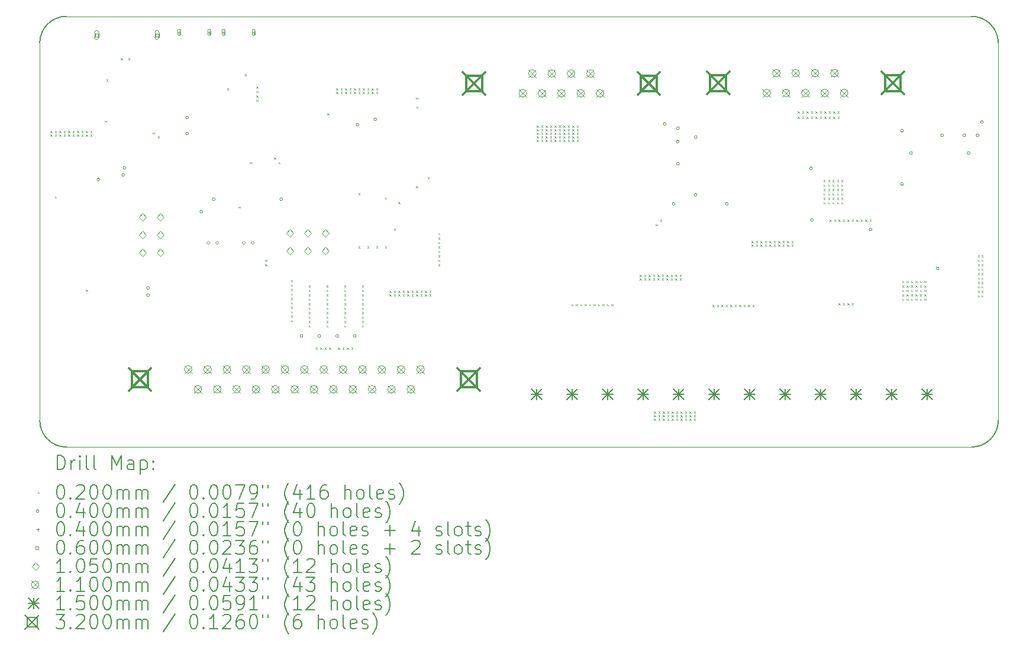
<source format=gbr>
%TF.GenerationSoftware,KiCad,Pcbnew,8.0.6*%
%TF.CreationDate,2025-05-06T21:58:27+02:00*%
%TF.ProjectId,VCU2.0,56435532-2e30-42e6-9b69-6361645f7063,rev?*%
%TF.SameCoordinates,Original*%
%TF.FileFunction,Drillmap*%
%TF.FilePolarity,Positive*%
%FSLAX45Y45*%
G04 Gerber Fmt 4.5, Leading zero omitted, Abs format (unit mm)*
G04 Created by KiCad (PCBNEW 8.0.6) date 2025-05-06 21:58:27*
%MOMM*%
%LPD*%
G01*
G04 APERTURE LIST*
%ADD10C,0.100000*%
%ADD11C,0.200000*%
%ADD12C,0.104998*%
%ADD13C,0.110002*%
%ADD14C,0.150002*%
%ADD15C,0.320000*%
G04 APERTURE END LIST*
D10*
X16256000Y-11049000D02*
X16256000Y-16446500D01*
X2921000Y-10668000D02*
X15875000Y-10668000D01*
D11*
X16256000Y-16446500D02*
G75*
G02*
X15875000Y-16827500I-381000J0D01*
G01*
X15875000Y-10668000D02*
G75*
G02*
X16256000Y-11049000I0J-381000D01*
G01*
X2921000Y-16827500D02*
G75*
G02*
X2540000Y-16446500I0J381000D01*
G01*
X2540000Y-11049000D02*
G75*
G02*
X2921000Y-10668000I381000J0D01*
G01*
D10*
X15875000Y-16827500D02*
X2921000Y-16827500D01*
X2540000Y-16446500D02*
X2540000Y-11049000D01*
D11*
D10*
X2695100Y-12309000D02*
X2715100Y-12329000D01*
X2715100Y-12309000D02*
X2695100Y-12329000D01*
X2695100Y-12359800D02*
X2715100Y-12379800D01*
X2715100Y-12359800D02*
X2695100Y-12379800D01*
X2757508Y-13243797D02*
X2777508Y-13263797D01*
X2777508Y-13243797D02*
X2757508Y-13263797D01*
X2758600Y-12309000D02*
X2778600Y-12329000D01*
X2778600Y-12309000D02*
X2758600Y-12329000D01*
X2758600Y-12359800D02*
X2778600Y-12379800D01*
X2778600Y-12359800D02*
X2758600Y-12379800D01*
X2822100Y-12309000D02*
X2842100Y-12329000D01*
X2842100Y-12309000D02*
X2822100Y-12329000D01*
X2822100Y-12359800D02*
X2842100Y-12379800D01*
X2842100Y-12359800D02*
X2822100Y-12379800D01*
X2885600Y-12309000D02*
X2905600Y-12329000D01*
X2905600Y-12309000D02*
X2885600Y-12329000D01*
X2885600Y-12359800D02*
X2905600Y-12379800D01*
X2905600Y-12359800D02*
X2885600Y-12379800D01*
X2949100Y-12309000D02*
X2969100Y-12329000D01*
X2969100Y-12309000D02*
X2949100Y-12329000D01*
X2949100Y-12359800D02*
X2969100Y-12379800D01*
X2969100Y-12359800D02*
X2949100Y-12379800D01*
X3012600Y-12309000D02*
X3032600Y-12329000D01*
X3032600Y-12309000D02*
X3012600Y-12329000D01*
X3012600Y-12359800D02*
X3032600Y-12379800D01*
X3032600Y-12359800D02*
X3012600Y-12379800D01*
X3076100Y-12309000D02*
X3096100Y-12329000D01*
X3096100Y-12309000D02*
X3076100Y-12329000D01*
X3076100Y-12359800D02*
X3096100Y-12379800D01*
X3096100Y-12359800D02*
X3076100Y-12379800D01*
X3139600Y-12309000D02*
X3159600Y-12329000D01*
X3159600Y-12309000D02*
X3139600Y-12329000D01*
X3139600Y-12359800D02*
X3159600Y-12379800D01*
X3159600Y-12359800D02*
X3139600Y-12379800D01*
X3202008Y-14577297D02*
X3222008Y-14597297D01*
X3222008Y-14577297D02*
X3202008Y-14597297D01*
X3203100Y-12309000D02*
X3223100Y-12329000D01*
X3223100Y-12309000D02*
X3203100Y-12329000D01*
X3203100Y-12359800D02*
X3223100Y-12379800D01*
X3223100Y-12359800D02*
X3203100Y-12379800D01*
X3266600Y-12309000D02*
X3286600Y-12329000D01*
X3286600Y-12309000D02*
X3266600Y-12329000D01*
X3266600Y-12359800D02*
X3286600Y-12379800D01*
X3286600Y-12359800D02*
X3266600Y-12379800D01*
X3474079Y-12158750D02*
X3494079Y-12178750D01*
X3494079Y-12158750D02*
X3474079Y-12178750D01*
X3495200Y-11572400D02*
X3515200Y-11592400D01*
X3515200Y-11572400D02*
X3495200Y-11592400D01*
X3699793Y-11266814D02*
X3719793Y-11286814D01*
X3719793Y-11266814D02*
X3699793Y-11286814D01*
X3804914Y-11266814D02*
X3824914Y-11286814D01*
X3824914Y-11266814D02*
X3804914Y-11286814D01*
X4158299Y-12331700D02*
X4178299Y-12351700D01*
X4178299Y-12331700D02*
X4158299Y-12351700D01*
X4231800Y-12385200D02*
X4251800Y-12405200D01*
X4251800Y-12385200D02*
X4231800Y-12405200D01*
X5222400Y-11699400D02*
X5242400Y-11719400D01*
X5242400Y-11699400D02*
X5222400Y-11719400D01*
X5387500Y-13388500D02*
X5407500Y-13408500D01*
X5407500Y-13388500D02*
X5387500Y-13408500D01*
X5476400Y-11496200D02*
X5496400Y-11516200D01*
X5496400Y-11496200D02*
X5476400Y-11516200D01*
X5546026Y-12754207D02*
X5566026Y-12774207D01*
X5566026Y-12754207D02*
X5546026Y-12774207D01*
X5641500Y-11674000D02*
X5661500Y-11694000D01*
X5661500Y-11674000D02*
X5641500Y-11694000D01*
X5641500Y-11737500D02*
X5661500Y-11757500D01*
X5661500Y-11737500D02*
X5641500Y-11757500D01*
X5641500Y-11801000D02*
X5661500Y-11821000D01*
X5661500Y-11801000D02*
X5641500Y-11821000D01*
X5641500Y-11864500D02*
X5661500Y-11884500D01*
X5661500Y-11864500D02*
X5641500Y-11884500D01*
X5768500Y-14150500D02*
X5788500Y-14170500D01*
X5788500Y-14150500D02*
X5768500Y-14170500D01*
X5768500Y-14214000D02*
X5788500Y-14234000D01*
X5788500Y-14214000D02*
X5768500Y-14234000D01*
X5895500Y-12690000D02*
X5915500Y-12710000D01*
X5915500Y-12690000D02*
X5895500Y-12710000D01*
X5955301Y-12749801D02*
X5975301Y-12769801D01*
X5975301Y-12749801D02*
X5955301Y-12769801D01*
X6136800Y-14442600D02*
X6156800Y-14462600D01*
X6156800Y-14442600D02*
X6136800Y-14462600D01*
X6136800Y-14506100D02*
X6156800Y-14526100D01*
X6156800Y-14506100D02*
X6136800Y-14526100D01*
X6136800Y-14569600D02*
X6156800Y-14589600D01*
X6156800Y-14569600D02*
X6136800Y-14589600D01*
X6136800Y-14633100D02*
X6156800Y-14653100D01*
X6156800Y-14633100D02*
X6136800Y-14653100D01*
X6136800Y-14696600D02*
X6156800Y-14716600D01*
X6156800Y-14696600D02*
X6136800Y-14716600D01*
X6136800Y-14760100D02*
X6156800Y-14780100D01*
X6156800Y-14760100D02*
X6136800Y-14780100D01*
X6136800Y-14823600D02*
X6156800Y-14843600D01*
X6156800Y-14823600D02*
X6136800Y-14843600D01*
X6136800Y-14887100D02*
X6156800Y-14907100D01*
X6156800Y-14887100D02*
X6136800Y-14907100D01*
X6136800Y-14950600D02*
X6156800Y-14970600D01*
X6156800Y-14950600D02*
X6136800Y-14970600D01*
X6136800Y-15014100D02*
X6156800Y-15034100D01*
X6156800Y-15014100D02*
X6136800Y-15034100D01*
X6390800Y-14518800D02*
X6410800Y-14538800D01*
X6410800Y-14518800D02*
X6390800Y-14538800D01*
X6390800Y-14582300D02*
X6410800Y-14602300D01*
X6410800Y-14582300D02*
X6390800Y-14602300D01*
X6390800Y-14645800D02*
X6410800Y-14665800D01*
X6410800Y-14645800D02*
X6390800Y-14665800D01*
X6390800Y-14709300D02*
X6410800Y-14729300D01*
X6410800Y-14709300D02*
X6390800Y-14729300D01*
X6390800Y-14772800D02*
X6410800Y-14792800D01*
X6410800Y-14772800D02*
X6390800Y-14792800D01*
X6390800Y-14836300D02*
X6410800Y-14856300D01*
X6410800Y-14836300D02*
X6390800Y-14856300D01*
X6390800Y-14899800D02*
X6410800Y-14919800D01*
X6410800Y-14899800D02*
X6390800Y-14919800D01*
X6390800Y-14963300D02*
X6410800Y-14983300D01*
X6410800Y-14963300D02*
X6390800Y-14983300D01*
X6390800Y-15026800D02*
X6410800Y-15046800D01*
X6410800Y-15026800D02*
X6390800Y-15046800D01*
X6390800Y-15090300D02*
X6410800Y-15110300D01*
X6410800Y-15090300D02*
X6390800Y-15110300D01*
X6492400Y-15407800D02*
X6512400Y-15427800D01*
X6512400Y-15407800D02*
X6492400Y-15427800D01*
X6555900Y-15407800D02*
X6575900Y-15427800D01*
X6575900Y-15407800D02*
X6555900Y-15427800D01*
X6619400Y-15407800D02*
X6639400Y-15427800D01*
X6639400Y-15407800D02*
X6619400Y-15427800D01*
X6644800Y-14518800D02*
X6664800Y-14538800D01*
X6664800Y-14518800D02*
X6644800Y-14538800D01*
X6644800Y-14582300D02*
X6664800Y-14602300D01*
X6664800Y-14582300D02*
X6644800Y-14602300D01*
X6644800Y-14645800D02*
X6664800Y-14665800D01*
X6664800Y-14645800D02*
X6644800Y-14665800D01*
X6644800Y-14709300D02*
X6664800Y-14729300D01*
X6664800Y-14709300D02*
X6644800Y-14729300D01*
X6644800Y-14772800D02*
X6664800Y-14792800D01*
X6664800Y-14772800D02*
X6644800Y-14792800D01*
X6644800Y-14836300D02*
X6664800Y-14856300D01*
X6664800Y-14836300D02*
X6644800Y-14856300D01*
X6644800Y-14899800D02*
X6664800Y-14919800D01*
X6664800Y-14899800D02*
X6644800Y-14919800D01*
X6644800Y-14963300D02*
X6664800Y-14983300D01*
X6664800Y-14963300D02*
X6644800Y-14983300D01*
X6644800Y-15026800D02*
X6664800Y-15046800D01*
X6664800Y-15026800D02*
X6644800Y-15046800D01*
X6644800Y-15090300D02*
X6664800Y-15110300D01*
X6664800Y-15090300D02*
X6644800Y-15110300D01*
X6657227Y-12053492D02*
X6677227Y-12073492D01*
X6677227Y-12053492D02*
X6657227Y-12073492D01*
X6682900Y-15407800D02*
X6702900Y-15427800D01*
X6702900Y-15407800D02*
X6682900Y-15427800D01*
X6784500Y-11699400D02*
X6804500Y-11719400D01*
X6804500Y-11699400D02*
X6784500Y-11719400D01*
X6784500Y-11750200D02*
X6804500Y-11770200D01*
X6804500Y-11750200D02*
X6784500Y-11770200D01*
X6809900Y-15407800D02*
X6829900Y-15427800D01*
X6829900Y-15407800D02*
X6809900Y-15427800D01*
X6848000Y-11699400D02*
X6868000Y-11719400D01*
X6868000Y-11699400D02*
X6848000Y-11719400D01*
X6848000Y-11750200D02*
X6868000Y-11770200D01*
X6868000Y-11750200D02*
X6848000Y-11770200D01*
X6873400Y-15407800D02*
X6893400Y-15427800D01*
X6893400Y-15407800D02*
X6873400Y-15427800D01*
X6898800Y-14518800D02*
X6918800Y-14538800D01*
X6918800Y-14518800D02*
X6898800Y-14538800D01*
X6898800Y-14582300D02*
X6918800Y-14602300D01*
X6918800Y-14582300D02*
X6898800Y-14602300D01*
X6898800Y-14645800D02*
X6918800Y-14665800D01*
X6918800Y-14645800D02*
X6898800Y-14665800D01*
X6898800Y-14709300D02*
X6918800Y-14729300D01*
X6918800Y-14709300D02*
X6898800Y-14729300D01*
X6898800Y-14772800D02*
X6918800Y-14792800D01*
X6918800Y-14772800D02*
X6898800Y-14792800D01*
X6898800Y-14836300D02*
X6918800Y-14856300D01*
X6918800Y-14836300D02*
X6898800Y-14856300D01*
X6898800Y-14899800D02*
X6918800Y-14919800D01*
X6918800Y-14899800D02*
X6898800Y-14919800D01*
X6898800Y-14963300D02*
X6918800Y-14983300D01*
X6918800Y-14963300D02*
X6898800Y-14983300D01*
X6898800Y-15026800D02*
X6918800Y-15046800D01*
X6918800Y-15026800D02*
X6898800Y-15046800D01*
X6898800Y-15090300D02*
X6918800Y-15110300D01*
X6918800Y-15090300D02*
X6898800Y-15110300D01*
X6911500Y-11699400D02*
X6931500Y-11719400D01*
X6931500Y-11699400D02*
X6911500Y-11719400D01*
X6911500Y-11750200D02*
X6931500Y-11770200D01*
X6931500Y-11750200D02*
X6911500Y-11770200D01*
X6936900Y-15407800D02*
X6956900Y-15427800D01*
X6956900Y-15407800D02*
X6936900Y-15427800D01*
X6975000Y-11699400D02*
X6995000Y-11719400D01*
X6995000Y-11699400D02*
X6975000Y-11719400D01*
X6975000Y-11750200D02*
X6995000Y-11770200D01*
X6995000Y-11750200D02*
X6975000Y-11770200D01*
X7000400Y-15407800D02*
X7020400Y-15427800D01*
X7020400Y-15407800D02*
X7000400Y-15427800D01*
X7038500Y-11699400D02*
X7058500Y-11719400D01*
X7058500Y-11699400D02*
X7038500Y-11719400D01*
X7038500Y-11750200D02*
X7058500Y-11770200D01*
X7058500Y-11750200D02*
X7038500Y-11770200D01*
X7102000Y-11699400D02*
X7122000Y-11719400D01*
X7122000Y-11699400D02*
X7102000Y-11719400D01*
X7102000Y-11750200D02*
X7122000Y-11770200D01*
X7122000Y-11750200D02*
X7102000Y-11770200D01*
X7102000Y-13198000D02*
X7122000Y-13218000D01*
X7122000Y-13198000D02*
X7102000Y-13218000D01*
X7102000Y-13960000D02*
X7122000Y-13980000D01*
X7122000Y-13960000D02*
X7102000Y-13980000D01*
X7152800Y-14518800D02*
X7172800Y-14538800D01*
X7172800Y-14518800D02*
X7152800Y-14538800D01*
X7152800Y-14582300D02*
X7172800Y-14602300D01*
X7172800Y-14582300D02*
X7152800Y-14602300D01*
X7152800Y-14645800D02*
X7172800Y-14665800D01*
X7172800Y-14645800D02*
X7152800Y-14665800D01*
X7152800Y-14709300D02*
X7172800Y-14729300D01*
X7172800Y-14709300D02*
X7152800Y-14729300D01*
X7152800Y-14772800D02*
X7172800Y-14792800D01*
X7172800Y-14772800D02*
X7152800Y-14792800D01*
X7152800Y-14836300D02*
X7172800Y-14856300D01*
X7172800Y-14836300D02*
X7152800Y-14856300D01*
X7152800Y-14899800D02*
X7172800Y-14919800D01*
X7172800Y-14899800D02*
X7152800Y-14919800D01*
X7152800Y-14963300D02*
X7172800Y-14983300D01*
X7172800Y-14963300D02*
X7152800Y-14983300D01*
X7152800Y-15026800D02*
X7172800Y-15046800D01*
X7172800Y-15026800D02*
X7152800Y-15046800D01*
X7152800Y-15090300D02*
X7172800Y-15110300D01*
X7172800Y-15090300D02*
X7152800Y-15110300D01*
X7165500Y-11699400D02*
X7185500Y-11719400D01*
X7185500Y-11699400D02*
X7165500Y-11719400D01*
X7165500Y-11750200D02*
X7185500Y-11770200D01*
X7185500Y-11750200D02*
X7165500Y-11770200D01*
X7229000Y-11699400D02*
X7249000Y-11719400D01*
X7249000Y-11699400D02*
X7229000Y-11719400D01*
X7229000Y-11750200D02*
X7249000Y-11770200D01*
X7249000Y-11750200D02*
X7229000Y-11770200D01*
X7229000Y-13960000D02*
X7249000Y-13980000D01*
X7249000Y-13960000D02*
X7229000Y-13980000D01*
X7292500Y-11699400D02*
X7312500Y-11719400D01*
X7312500Y-11699400D02*
X7292500Y-11719400D01*
X7292500Y-11750200D02*
X7312500Y-11770200D01*
X7312500Y-11750200D02*
X7292500Y-11770200D01*
X7356000Y-11699400D02*
X7376000Y-11719400D01*
X7376000Y-11699400D02*
X7356000Y-11719400D01*
X7356000Y-11750200D02*
X7376000Y-11770200D01*
X7376000Y-11750200D02*
X7356000Y-11770200D01*
X7356000Y-13960000D02*
X7376000Y-13980000D01*
X7376000Y-13960000D02*
X7356000Y-13980000D01*
X7483000Y-13261500D02*
X7503000Y-13281500D01*
X7503000Y-13261500D02*
X7483000Y-13281500D01*
X7483000Y-13960000D02*
X7503000Y-13980000D01*
X7503000Y-13960000D02*
X7483000Y-13980000D01*
X7546500Y-14595000D02*
X7566500Y-14615000D01*
X7566500Y-14595000D02*
X7546500Y-14615000D01*
X7546500Y-14645800D02*
X7566500Y-14665800D01*
X7566500Y-14645800D02*
X7546500Y-14665800D01*
X7610000Y-13706000D02*
X7630000Y-13726000D01*
X7630000Y-13706000D02*
X7610000Y-13726000D01*
X7610000Y-14595000D02*
X7630000Y-14615000D01*
X7630000Y-14595000D02*
X7610000Y-14615000D01*
X7610000Y-14645800D02*
X7630000Y-14665800D01*
X7630000Y-14645800D02*
X7610000Y-14665800D01*
X7673500Y-13325000D02*
X7693500Y-13345000D01*
X7693500Y-13325000D02*
X7673500Y-13345000D01*
X7673500Y-14595000D02*
X7693500Y-14615000D01*
X7693500Y-14595000D02*
X7673500Y-14615000D01*
X7673500Y-14645800D02*
X7693500Y-14665800D01*
X7693500Y-14645800D02*
X7673500Y-14665800D01*
X7737000Y-14595000D02*
X7757000Y-14615000D01*
X7757000Y-14595000D02*
X7737000Y-14615000D01*
X7737000Y-14645800D02*
X7757000Y-14665800D01*
X7757000Y-14645800D02*
X7737000Y-14665800D01*
X7800500Y-14595000D02*
X7820500Y-14615000D01*
X7820500Y-14595000D02*
X7800500Y-14615000D01*
X7800500Y-14645800D02*
X7820500Y-14665800D01*
X7820500Y-14645800D02*
X7800500Y-14665800D01*
X7864000Y-14595000D02*
X7884000Y-14615000D01*
X7884000Y-14595000D02*
X7864000Y-14615000D01*
X7864000Y-14645800D02*
X7884000Y-14665800D01*
X7884000Y-14645800D02*
X7864000Y-14665800D01*
X7925652Y-13096806D02*
X7945652Y-13116806D01*
X7945652Y-13096806D02*
X7925652Y-13116806D01*
X7926715Y-11829258D02*
X7946715Y-11849258D01*
X7946715Y-11829258D02*
X7926715Y-11849258D01*
X7927500Y-14595000D02*
X7947500Y-14615000D01*
X7947500Y-14595000D02*
X7927500Y-14615000D01*
X7927500Y-14645800D02*
X7947500Y-14665800D01*
X7947500Y-14645800D02*
X7927500Y-14665800D01*
X7929855Y-11957203D02*
X7949855Y-11977203D01*
X7949855Y-11957203D02*
X7929855Y-11977203D01*
X7991000Y-14595000D02*
X8011000Y-14615000D01*
X8011000Y-14595000D02*
X7991000Y-14615000D01*
X7991000Y-14645800D02*
X8011000Y-14665800D01*
X8011000Y-14645800D02*
X7991000Y-14665800D01*
X8054500Y-14595000D02*
X8074500Y-14615000D01*
X8074500Y-14595000D02*
X8054500Y-14615000D01*
X8054500Y-14645800D02*
X8074500Y-14665800D01*
X8074500Y-14645800D02*
X8054500Y-14665800D01*
X8092600Y-12969857D02*
X8112600Y-12989857D01*
X8112600Y-12969857D02*
X8092600Y-12989857D01*
X8118000Y-14595000D02*
X8138000Y-14615000D01*
X8138000Y-14595000D02*
X8118000Y-14615000D01*
X8118000Y-14645800D02*
X8138000Y-14665800D01*
X8138000Y-14645800D02*
X8118000Y-14665800D01*
X8245000Y-13769500D02*
X8265000Y-13789500D01*
X8265000Y-13769500D02*
X8245000Y-13789500D01*
X8245000Y-13833000D02*
X8265000Y-13853000D01*
X8265000Y-13833000D02*
X8245000Y-13853000D01*
X8245000Y-13833000D02*
X8265000Y-13853000D01*
X8265000Y-13833000D02*
X8245000Y-13853000D01*
X8245000Y-13896500D02*
X8265000Y-13916500D01*
X8265000Y-13896500D02*
X8245000Y-13916500D01*
X8245000Y-13960000D02*
X8265000Y-13980000D01*
X8265000Y-13960000D02*
X8245000Y-13980000D01*
X8245000Y-14023500D02*
X8265000Y-14043500D01*
X8265000Y-14023500D02*
X8245000Y-14043500D01*
X8245000Y-14087000D02*
X8265000Y-14107000D01*
X8265000Y-14087000D02*
X8245000Y-14107000D01*
X8245000Y-14150500D02*
X8265000Y-14170500D01*
X8265000Y-14150500D02*
X8245000Y-14170500D01*
X8245000Y-14214000D02*
X8265000Y-14234000D01*
X8265000Y-14214000D02*
X8245000Y-14234000D01*
X9654700Y-12232800D02*
X9674700Y-12252800D01*
X9674700Y-12232800D02*
X9654700Y-12252800D01*
X9654700Y-12283600D02*
X9674700Y-12303600D01*
X9674700Y-12283600D02*
X9654700Y-12303600D01*
X9654700Y-12334400D02*
X9674700Y-12354400D01*
X9674700Y-12334400D02*
X9654700Y-12354400D01*
X9654700Y-12385200D02*
X9674700Y-12405200D01*
X9674700Y-12385200D02*
X9654700Y-12405200D01*
X9654700Y-12436000D02*
X9674700Y-12456000D01*
X9674700Y-12436000D02*
X9654700Y-12456000D01*
X9718200Y-12232800D02*
X9738200Y-12252800D01*
X9738200Y-12232800D02*
X9718200Y-12252800D01*
X9718200Y-12283600D02*
X9738200Y-12303600D01*
X9738200Y-12283600D02*
X9718200Y-12303600D01*
X9718200Y-12334400D02*
X9738200Y-12354400D01*
X9738200Y-12334400D02*
X9718200Y-12354400D01*
X9718200Y-12385200D02*
X9738200Y-12405200D01*
X9738200Y-12385200D02*
X9718200Y-12405200D01*
X9718200Y-12436000D02*
X9738200Y-12456000D01*
X9738200Y-12436000D02*
X9718200Y-12456000D01*
X9781700Y-12232800D02*
X9801700Y-12252800D01*
X9801700Y-12232800D02*
X9781700Y-12252800D01*
X9781700Y-12283600D02*
X9801700Y-12303600D01*
X9801700Y-12283600D02*
X9781700Y-12303600D01*
X9781700Y-12334400D02*
X9801700Y-12354400D01*
X9801700Y-12334400D02*
X9781700Y-12354400D01*
X9781700Y-12385200D02*
X9801700Y-12405200D01*
X9801700Y-12385200D02*
X9781700Y-12405200D01*
X9781700Y-12436000D02*
X9801700Y-12456000D01*
X9801700Y-12436000D02*
X9781700Y-12456000D01*
X9845200Y-12232800D02*
X9865200Y-12252800D01*
X9865200Y-12232800D02*
X9845200Y-12252800D01*
X9845200Y-12283600D02*
X9865200Y-12303600D01*
X9865200Y-12283600D02*
X9845200Y-12303600D01*
X9845200Y-12334400D02*
X9865200Y-12354400D01*
X9865200Y-12334400D02*
X9845200Y-12354400D01*
X9845200Y-12385200D02*
X9865200Y-12405200D01*
X9865200Y-12385200D02*
X9845200Y-12405200D01*
X9845200Y-12436000D02*
X9865200Y-12456000D01*
X9865200Y-12436000D02*
X9845200Y-12456000D01*
X9908700Y-12232800D02*
X9928700Y-12252800D01*
X9928700Y-12232800D02*
X9908700Y-12252800D01*
X9908700Y-12283600D02*
X9928700Y-12303600D01*
X9928700Y-12283600D02*
X9908700Y-12303600D01*
X9908700Y-12334400D02*
X9928700Y-12354400D01*
X9928700Y-12334400D02*
X9908700Y-12354400D01*
X9908700Y-12385200D02*
X9928700Y-12405200D01*
X9928700Y-12385200D02*
X9908700Y-12405200D01*
X9908700Y-12436000D02*
X9928700Y-12456000D01*
X9928700Y-12436000D02*
X9908700Y-12456000D01*
X9972200Y-12232800D02*
X9992200Y-12252800D01*
X9992200Y-12232800D02*
X9972200Y-12252800D01*
X9972200Y-12283600D02*
X9992200Y-12303600D01*
X9992200Y-12283600D02*
X9972200Y-12303600D01*
X9972200Y-12334400D02*
X9992200Y-12354400D01*
X9992200Y-12334400D02*
X9972200Y-12354400D01*
X9972200Y-12385200D02*
X9992200Y-12405200D01*
X9992200Y-12385200D02*
X9972200Y-12405200D01*
X9972200Y-12436000D02*
X9992200Y-12456000D01*
X9992200Y-12436000D02*
X9972200Y-12456000D01*
X10035700Y-12232800D02*
X10055700Y-12252800D01*
X10055700Y-12232800D02*
X10035700Y-12252800D01*
X10035700Y-12283600D02*
X10055700Y-12303600D01*
X10055700Y-12283600D02*
X10035700Y-12303600D01*
X10035700Y-12334400D02*
X10055700Y-12354400D01*
X10055700Y-12334400D02*
X10035700Y-12354400D01*
X10035700Y-12385200D02*
X10055700Y-12405200D01*
X10055700Y-12385200D02*
X10035700Y-12405200D01*
X10035700Y-12436000D02*
X10055700Y-12456000D01*
X10055700Y-12436000D02*
X10035700Y-12456000D01*
X10099200Y-12232800D02*
X10119200Y-12252800D01*
X10119200Y-12232800D02*
X10099200Y-12252800D01*
X10099200Y-12283600D02*
X10119200Y-12303600D01*
X10119200Y-12283600D02*
X10099200Y-12303600D01*
X10099200Y-12334400D02*
X10119200Y-12354400D01*
X10119200Y-12334400D02*
X10099200Y-12354400D01*
X10099200Y-12385200D02*
X10119200Y-12405200D01*
X10119200Y-12385200D02*
X10099200Y-12405200D01*
X10099200Y-12436000D02*
X10119200Y-12456000D01*
X10119200Y-12436000D02*
X10099200Y-12456000D01*
X10150000Y-14785500D02*
X10170000Y-14805500D01*
X10170000Y-14785500D02*
X10150000Y-14805500D01*
X10162700Y-12232800D02*
X10182700Y-12252800D01*
X10182700Y-12232800D02*
X10162700Y-12252800D01*
X10162700Y-12283600D02*
X10182700Y-12303600D01*
X10182700Y-12283600D02*
X10162700Y-12303600D01*
X10162700Y-12334400D02*
X10182700Y-12354400D01*
X10182700Y-12334400D02*
X10162700Y-12354400D01*
X10162700Y-12385200D02*
X10182700Y-12405200D01*
X10182700Y-12385200D02*
X10162700Y-12405200D01*
X10162700Y-12436000D02*
X10182700Y-12456000D01*
X10182700Y-12436000D02*
X10162700Y-12456000D01*
X10213500Y-14785500D02*
X10233500Y-14805500D01*
X10233500Y-14785500D02*
X10213500Y-14805500D01*
X10226200Y-12232800D02*
X10246200Y-12252800D01*
X10246200Y-12232800D02*
X10226200Y-12252800D01*
X10226200Y-12283600D02*
X10246200Y-12303600D01*
X10246200Y-12283600D02*
X10226200Y-12303600D01*
X10226200Y-12334400D02*
X10246200Y-12354400D01*
X10246200Y-12334400D02*
X10226200Y-12354400D01*
X10226200Y-12385200D02*
X10246200Y-12405200D01*
X10246200Y-12385200D02*
X10226200Y-12405200D01*
X10226200Y-12436000D02*
X10246200Y-12456000D01*
X10246200Y-12436000D02*
X10226200Y-12456000D01*
X10277000Y-14785500D02*
X10297000Y-14805500D01*
X10297000Y-14785500D02*
X10277000Y-14805500D01*
X10340500Y-14785500D02*
X10360500Y-14805500D01*
X10360500Y-14785500D02*
X10340500Y-14805500D01*
X10404000Y-14785500D02*
X10424000Y-14805500D01*
X10424000Y-14785500D02*
X10404000Y-14805500D01*
X10467500Y-14785500D02*
X10487500Y-14805500D01*
X10487500Y-14785500D02*
X10467500Y-14805500D01*
X10531000Y-14785500D02*
X10551000Y-14805500D01*
X10551000Y-14785500D02*
X10531000Y-14805500D01*
X10594500Y-14785500D02*
X10614500Y-14805500D01*
X10614500Y-14785500D02*
X10594500Y-14805500D01*
X10658000Y-14785500D02*
X10678000Y-14805500D01*
X10678000Y-14785500D02*
X10658000Y-14805500D01*
X10721500Y-14785500D02*
X10741500Y-14805500D01*
X10741500Y-14785500D02*
X10721500Y-14805500D01*
X11127900Y-14366400D02*
X11147900Y-14386400D01*
X11147900Y-14366400D02*
X11127900Y-14386400D01*
X11127900Y-14417200D02*
X11147900Y-14437200D01*
X11147900Y-14417200D02*
X11127900Y-14437200D01*
X11191400Y-14366400D02*
X11211400Y-14386400D01*
X11211400Y-14366400D02*
X11191400Y-14386400D01*
X11191400Y-14417200D02*
X11211400Y-14437200D01*
X11211400Y-14417200D02*
X11191400Y-14437200D01*
X11254900Y-14366400D02*
X11274900Y-14386400D01*
X11274900Y-14366400D02*
X11254900Y-14386400D01*
X11254900Y-14417200D02*
X11274900Y-14437200D01*
X11274900Y-14417200D02*
X11254900Y-14437200D01*
X11318400Y-14366400D02*
X11338400Y-14386400D01*
X11338400Y-14366400D02*
X11318400Y-14386400D01*
X11318400Y-14417200D02*
X11338400Y-14437200D01*
X11338400Y-14417200D02*
X11318400Y-14437200D01*
X11331100Y-16322200D02*
X11351100Y-16342200D01*
X11351100Y-16322200D02*
X11331100Y-16342200D01*
X11331100Y-16373000D02*
X11351100Y-16393000D01*
X11351100Y-16373000D02*
X11331100Y-16393000D01*
X11331100Y-16423800D02*
X11351100Y-16443800D01*
X11351100Y-16423800D02*
X11331100Y-16443800D01*
X11356500Y-13642500D02*
X11376500Y-13662500D01*
X11376500Y-13642500D02*
X11356500Y-13662500D01*
X11381900Y-14366400D02*
X11401900Y-14386400D01*
X11401900Y-14366400D02*
X11381900Y-14386400D01*
X11381900Y-14417200D02*
X11401900Y-14437200D01*
X11401900Y-14417200D02*
X11381900Y-14437200D01*
X11394600Y-16322200D02*
X11414600Y-16342200D01*
X11414600Y-16322200D02*
X11394600Y-16342200D01*
X11394600Y-16373000D02*
X11414600Y-16393000D01*
X11414600Y-16373000D02*
X11394600Y-16393000D01*
X11394600Y-16423800D02*
X11414600Y-16443800D01*
X11414600Y-16423800D02*
X11394600Y-16443800D01*
X11420000Y-13579000D02*
X11440000Y-13599000D01*
X11440000Y-13579000D02*
X11420000Y-13599000D01*
X11445400Y-14366400D02*
X11465400Y-14386400D01*
X11465400Y-14366400D02*
X11445400Y-14386400D01*
X11445400Y-14417200D02*
X11465400Y-14437200D01*
X11465400Y-14417200D02*
X11445400Y-14437200D01*
X11458100Y-16322200D02*
X11478100Y-16342200D01*
X11478100Y-16322200D02*
X11458100Y-16342200D01*
X11458100Y-16373000D02*
X11478100Y-16393000D01*
X11478100Y-16373000D02*
X11458100Y-16393000D01*
X11458100Y-16423800D02*
X11478100Y-16443800D01*
X11478100Y-16423800D02*
X11458100Y-16443800D01*
X11508900Y-14366400D02*
X11528900Y-14386400D01*
X11528900Y-14366400D02*
X11508900Y-14386400D01*
X11508900Y-14417200D02*
X11528900Y-14437200D01*
X11528900Y-14417200D02*
X11508900Y-14437200D01*
X11521600Y-16322200D02*
X11541600Y-16342200D01*
X11541600Y-16322200D02*
X11521600Y-16342200D01*
X11521600Y-16373000D02*
X11541600Y-16393000D01*
X11541600Y-16373000D02*
X11521600Y-16393000D01*
X11521600Y-16423800D02*
X11541600Y-16443800D01*
X11541600Y-16423800D02*
X11521600Y-16443800D01*
X11572400Y-14366400D02*
X11592400Y-14386400D01*
X11592400Y-14366400D02*
X11572400Y-14386400D01*
X11572400Y-14417200D02*
X11592400Y-14437200D01*
X11592400Y-14417200D02*
X11572400Y-14437200D01*
X11585100Y-16322200D02*
X11605100Y-16342200D01*
X11605100Y-16322200D02*
X11585100Y-16342200D01*
X11585100Y-16373000D02*
X11605100Y-16393000D01*
X11605100Y-16373000D02*
X11585100Y-16393000D01*
X11585100Y-16423800D02*
X11605100Y-16443800D01*
X11605100Y-16423800D02*
X11585100Y-16443800D01*
X11635900Y-14366400D02*
X11655900Y-14386400D01*
X11655900Y-14366400D02*
X11635900Y-14386400D01*
X11635900Y-14417200D02*
X11655900Y-14437200D01*
X11655900Y-14417200D02*
X11635900Y-14437200D01*
X11648600Y-16322200D02*
X11668600Y-16342200D01*
X11668600Y-16322200D02*
X11648600Y-16342200D01*
X11648600Y-16373000D02*
X11668600Y-16393000D01*
X11668600Y-16373000D02*
X11648600Y-16393000D01*
X11648600Y-16423800D02*
X11668600Y-16443800D01*
X11668600Y-16423800D02*
X11648600Y-16443800D01*
X11699400Y-14366400D02*
X11719400Y-14386400D01*
X11719400Y-14366400D02*
X11699400Y-14386400D01*
X11699400Y-14417200D02*
X11719400Y-14437200D01*
X11719400Y-14417200D02*
X11699400Y-14437200D01*
X11712100Y-16322200D02*
X11732100Y-16342200D01*
X11732100Y-16322200D02*
X11712100Y-16342200D01*
X11712100Y-16373000D02*
X11732100Y-16393000D01*
X11732100Y-16373000D02*
X11712100Y-16393000D01*
X11712100Y-16423800D02*
X11732100Y-16443800D01*
X11732100Y-16423800D02*
X11712100Y-16443800D01*
X11775600Y-16322200D02*
X11795600Y-16342200D01*
X11795600Y-16322200D02*
X11775600Y-16342200D01*
X11775600Y-16373000D02*
X11795600Y-16393000D01*
X11795600Y-16373000D02*
X11775600Y-16393000D01*
X11775600Y-16423800D02*
X11795600Y-16443800D01*
X11795600Y-16423800D02*
X11775600Y-16443800D01*
X11839100Y-16322200D02*
X11859100Y-16342200D01*
X11859100Y-16322200D02*
X11839100Y-16342200D01*
X11839100Y-16373000D02*
X11859100Y-16393000D01*
X11859100Y-16373000D02*
X11839100Y-16393000D01*
X11839100Y-16423800D02*
X11859100Y-16443800D01*
X11859100Y-16423800D02*
X11839100Y-16443800D01*
X11902600Y-16322200D02*
X11922600Y-16342200D01*
X11922600Y-16322200D02*
X11902600Y-16342200D01*
X11902600Y-16373000D02*
X11922600Y-16393000D01*
X11922600Y-16373000D02*
X11902600Y-16393000D01*
X11902600Y-16423800D02*
X11922600Y-16443800D01*
X11922600Y-16423800D02*
X11902600Y-16443800D01*
X12169300Y-14798200D02*
X12189300Y-14818200D01*
X12189300Y-14798200D02*
X12169300Y-14818200D01*
X12232800Y-14798200D02*
X12252800Y-14818200D01*
X12252800Y-14798200D02*
X12232800Y-14818200D01*
X12296300Y-14798200D02*
X12316300Y-14818200D01*
X12316300Y-14798200D02*
X12296300Y-14818200D01*
X12359800Y-14798200D02*
X12379800Y-14818200D01*
X12379800Y-14798200D02*
X12359800Y-14818200D01*
X12423300Y-14798200D02*
X12443300Y-14818200D01*
X12443300Y-14798200D02*
X12423300Y-14818200D01*
X12486800Y-14798200D02*
X12506800Y-14818200D01*
X12506800Y-14798200D02*
X12486800Y-14818200D01*
X12550300Y-14798200D02*
X12570300Y-14818200D01*
X12570300Y-14798200D02*
X12550300Y-14818200D01*
X12613800Y-14798200D02*
X12633800Y-14818200D01*
X12633800Y-14798200D02*
X12613800Y-14818200D01*
X12677300Y-14798200D02*
X12697300Y-14818200D01*
X12697300Y-14798200D02*
X12677300Y-14818200D01*
X12728100Y-13883800D02*
X12748100Y-13903800D01*
X12748100Y-13883800D02*
X12728100Y-13903800D01*
X12728100Y-13934600D02*
X12748100Y-13954600D01*
X12748100Y-13934600D02*
X12728100Y-13954600D01*
X12740800Y-14798200D02*
X12760800Y-14818200D01*
X12760800Y-14798200D02*
X12740800Y-14818200D01*
X12791600Y-13883800D02*
X12811600Y-13903800D01*
X12811600Y-13883800D02*
X12791600Y-13903800D01*
X12791600Y-13934600D02*
X12811600Y-13954600D01*
X12811600Y-13934600D02*
X12791600Y-13954600D01*
X12855100Y-13883800D02*
X12875100Y-13903800D01*
X12875100Y-13883800D02*
X12855100Y-13903800D01*
X12855100Y-13934600D02*
X12875100Y-13954600D01*
X12875100Y-13934600D02*
X12855100Y-13954600D01*
X12918600Y-13883800D02*
X12938600Y-13903800D01*
X12938600Y-13883800D02*
X12918600Y-13903800D01*
X12918600Y-13934600D02*
X12938600Y-13954600D01*
X12938600Y-13934600D02*
X12918600Y-13954600D01*
X12982100Y-13883800D02*
X13002100Y-13903800D01*
X13002100Y-13883800D02*
X12982100Y-13903800D01*
X12982100Y-13934600D02*
X13002100Y-13954600D01*
X13002100Y-13934600D02*
X12982100Y-13954600D01*
X13045600Y-13883800D02*
X13065600Y-13903800D01*
X13065600Y-13883800D02*
X13045600Y-13903800D01*
X13045600Y-13934600D02*
X13065600Y-13954600D01*
X13065600Y-13934600D02*
X13045600Y-13954600D01*
X13109100Y-13883800D02*
X13129100Y-13903800D01*
X13129100Y-13883800D02*
X13109100Y-13903800D01*
X13109100Y-13934600D02*
X13129100Y-13954600D01*
X13129100Y-13934600D02*
X13109100Y-13954600D01*
X13172600Y-13883800D02*
X13192600Y-13903800D01*
X13192600Y-13883800D02*
X13172600Y-13903800D01*
X13172600Y-13934600D02*
X13192600Y-13954600D01*
X13192600Y-13934600D02*
X13172600Y-13954600D01*
X13236100Y-13883800D02*
X13256100Y-13903800D01*
X13256100Y-13883800D02*
X13236100Y-13903800D01*
X13236100Y-13934600D02*
X13256100Y-13954600D01*
X13256100Y-13934600D02*
X13236100Y-13954600D01*
X13299600Y-13883800D02*
X13319600Y-13903800D01*
X13319600Y-13883800D02*
X13299600Y-13903800D01*
X13299600Y-13934600D02*
X13319600Y-13954600D01*
X13319600Y-13934600D02*
X13299600Y-13954600D01*
X13388500Y-12029600D02*
X13408500Y-12049600D01*
X13408500Y-12029600D02*
X13388500Y-12049600D01*
X13388500Y-12105800D02*
X13408500Y-12125800D01*
X13408500Y-12105800D02*
X13388500Y-12125800D01*
X13452000Y-12029600D02*
X13472000Y-12049600D01*
X13472000Y-12029600D02*
X13452000Y-12049600D01*
X13452000Y-12105800D02*
X13472000Y-12125800D01*
X13472000Y-12105800D02*
X13452000Y-12125800D01*
X13515500Y-12029600D02*
X13535500Y-12049600D01*
X13535500Y-12029600D02*
X13515500Y-12049600D01*
X13515500Y-12105800D02*
X13535500Y-12125800D01*
X13535500Y-12105800D02*
X13515500Y-12125800D01*
X13579000Y-12029600D02*
X13599000Y-12049600D01*
X13599000Y-12029600D02*
X13579000Y-12049600D01*
X13579000Y-12105800D02*
X13599000Y-12125800D01*
X13599000Y-12105800D02*
X13579000Y-12125800D01*
X13642500Y-12029600D02*
X13662500Y-12049600D01*
X13662500Y-12029600D02*
X13642500Y-12049600D01*
X13642500Y-12105800D02*
X13662500Y-12125800D01*
X13662500Y-12105800D02*
X13642500Y-12125800D01*
X13706000Y-12029600D02*
X13726000Y-12049600D01*
X13726000Y-12029600D02*
X13706000Y-12049600D01*
X13706000Y-12105800D02*
X13726000Y-12125800D01*
X13726000Y-12105800D02*
X13706000Y-12125800D01*
X13757663Y-13009887D02*
X13777663Y-13029887D01*
X13777663Y-13009887D02*
X13757663Y-13029887D01*
X13757663Y-13073387D02*
X13777663Y-13093387D01*
X13777663Y-13073387D02*
X13757663Y-13093387D01*
X13757663Y-13136887D02*
X13777663Y-13156887D01*
X13777663Y-13136887D02*
X13757663Y-13156887D01*
X13757663Y-13200387D02*
X13777663Y-13220387D01*
X13777663Y-13200387D02*
X13757663Y-13220387D01*
X13757663Y-13263887D02*
X13777663Y-13283887D01*
X13777663Y-13263887D02*
X13757663Y-13283887D01*
X13757663Y-13327387D02*
X13777663Y-13347387D01*
X13777663Y-13327387D02*
X13757663Y-13347387D01*
X13769500Y-12029600D02*
X13789500Y-12049600D01*
X13789500Y-12029600D02*
X13769500Y-12049600D01*
X13769500Y-12105800D02*
X13789500Y-12125800D01*
X13789500Y-12105800D02*
X13769500Y-12125800D01*
X13821163Y-13009887D02*
X13841163Y-13029887D01*
X13841163Y-13009887D02*
X13821163Y-13029887D01*
X13821163Y-13073387D02*
X13841163Y-13093387D01*
X13841163Y-13073387D02*
X13821163Y-13093387D01*
X13821163Y-13136887D02*
X13841163Y-13156887D01*
X13841163Y-13136887D02*
X13821163Y-13156887D01*
X13821163Y-13200387D02*
X13841163Y-13220387D01*
X13841163Y-13200387D02*
X13821163Y-13220387D01*
X13821163Y-13263887D02*
X13841163Y-13283887D01*
X13841163Y-13263887D02*
X13821163Y-13283887D01*
X13821163Y-13327387D02*
X13841163Y-13347387D01*
X13841163Y-13327387D02*
X13821163Y-13347387D01*
X13833000Y-12029600D02*
X13853000Y-12049600D01*
X13853000Y-12029600D02*
X13833000Y-12049600D01*
X13833000Y-12105800D02*
X13853000Y-12125800D01*
X13853000Y-12105800D02*
X13833000Y-12125800D01*
X13845700Y-13579000D02*
X13865700Y-13599000D01*
X13865700Y-13579000D02*
X13845700Y-13599000D01*
X13884663Y-13009887D02*
X13904663Y-13029887D01*
X13904663Y-13009887D02*
X13884663Y-13029887D01*
X13884663Y-13073387D02*
X13904663Y-13093387D01*
X13904663Y-13073387D02*
X13884663Y-13093387D01*
X13884663Y-13136887D02*
X13904663Y-13156887D01*
X13904663Y-13136887D02*
X13884663Y-13156887D01*
X13884663Y-13200387D02*
X13904663Y-13220387D01*
X13904663Y-13200387D02*
X13884663Y-13220387D01*
X13884663Y-13263887D02*
X13904663Y-13283887D01*
X13904663Y-13263887D02*
X13884663Y-13283887D01*
X13884663Y-13327387D02*
X13904663Y-13347387D01*
X13904663Y-13327387D02*
X13884663Y-13347387D01*
X13896500Y-12029600D02*
X13916500Y-12049600D01*
X13916500Y-12029600D02*
X13896500Y-12049600D01*
X13896500Y-12105800D02*
X13916500Y-12125800D01*
X13916500Y-12105800D02*
X13896500Y-12125800D01*
X13909200Y-13579000D02*
X13929200Y-13599000D01*
X13929200Y-13579000D02*
X13909200Y-13599000D01*
X13948163Y-13009887D02*
X13968163Y-13029887D01*
X13968163Y-13009887D02*
X13948163Y-13029887D01*
X13948163Y-13073387D02*
X13968163Y-13093387D01*
X13968163Y-13073387D02*
X13948163Y-13093387D01*
X13948163Y-13136887D02*
X13968163Y-13156887D01*
X13968163Y-13136887D02*
X13948163Y-13156887D01*
X13948163Y-13200387D02*
X13968163Y-13220387D01*
X13968163Y-13200387D02*
X13948163Y-13220387D01*
X13948163Y-13263887D02*
X13968163Y-13283887D01*
X13968163Y-13263887D02*
X13948163Y-13283887D01*
X13948163Y-13327387D02*
X13968163Y-13347387D01*
X13968163Y-13327387D02*
X13948163Y-13347387D01*
X13960000Y-12029600D02*
X13980000Y-12049600D01*
X13980000Y-12029600D02*
X13960000Y-12049600D01*
X13960000Y-12105800D02*
X13980000Y-12125800D01*
X13980000Y-12105800D02*
X13960000Y-12125800D01*
X13972700Y-13579000D02*
X13992700Y-13599000D01*
X13992700Y-13579000D02*
X13972700Y-13599000D01*
X13972700Y-14772800D02*
X13992700Y-14792800D01*
X13992700Y-14772800D02*
X13972700Y-14792800D01*
X14011663Y-13009887D02*
X14031663Y-13029887D01*
X14031663Y-13009887D02*
X14011663Y-13029887D01*
X14011663Y-13073387D02*
X14031663Y-13093387D01*
X14031663Y-13073387D02*
X14011663Y-13093387D01*
X14011663Y-13136887D02*
X14031663Y-13156887D01*
X14031663Y-13136887D02*
X14011663Y-13156887D01*
X14011663Y-13200387D02*
X14031663Y-13220387D01*
X14031663Y-13200387D02*
X14011663Y-13220387D01*
X14011663Y-13263887D02*
X14031663Y-13283887D01*
X14031663Y-13263887D02*
X14011663Y-13283887D01*
X14011663Y-13327387D02*
X14031663Y-13347387D01*
X14031663Y-13327387D02*
X14011663Y-13347387D01*
X14036200Y-13579000D02*
X14056200Y-13599000D01*
X14056200Y-13579000D02*
X14036200Y-13599000D01*
X14036200Y-14772800D02*
X14056200Y-14792800D01*
X14056200Y-14772800D02*
X14036200Y-14792800D01*
X14099700Y-13579000D02*
X14119700Y-13599000D01*
X14119700Y-13579000D02*
X14099700Y-13599000D01*
X14099700Y-14772800D02*
X14119700Y-14792800D01*
X14119700Y-14772800D02*
X14099700Y-14792800D01*
X14163200Y-13579000D02*
X14183200Y-13599000D01*
X14183200Y-13579000D02*
X14163200Y-13599000D01*
X14163200Y-14772800D02*
X14183200Y-14792800D01*
X14183200Y-14772800D02*
X14163200Y-14792800D01*
X14226700Y-13579000D02*
X14246700Y-13599000D01*
X14246700Y-13579000D02*
X14226700Y-13599000D01*
X14290200Y-13579000D02*
X14310200Y-13599000D01*
X14310200Y-13579000D02*
X14290200Y-13599000D01*
X14353700Y-13579000D02*
X14373700Y-13599000D01*
X14373700Y-13579000D02*
X14353700Y-13599000D01*
X14417200Y-13579000D02*
X14437200Y-13599000D01*
X14437200Y-13579000D02*
X14417200Y-13599000D01*
X14879917Y-14454547D02*
X14899917Y-14474547D01*
X14899917Y-14454547D02*
X14879917Y-14474547D01*
X14879917Y-14518047D02*
X14899917Y-14538047D01*
X14899917Y-14518047D02*
X14879917Y-14538047D01*
X14879917Y-14581547D02*
X14899917Y-14601547D01*
X14899917Y-14581547D02*
X14879917Y-14601547D01*
X14879917Y-14645047D02*
X14899917Y-14665047D01*
X14899917Y-14645047D02*
X14879917Y-14665047D01*
X14879917Y-14708547D02*
X14899917Y-14728547D01*
X14899917Y-14708547D02*
X14879917Y-14728547D01*
X14943417Y-14454547D02*
X14963417Y-14474547D01*
X14963417Y-14454547D02*
X14943417Y-14474547D01*
X14943417Y-14518047D02*
X14963417Y-14538047D01*
X14963417Y-14518047D02*
X14943417Y-14538047D01*
X14943417Y-14581547D02*
X14963417Y-14601547D01*
X14963417Y-14581547D02*
X14943417Y-14601547D01*
X14943417Y-14645047D02*
X14963417Y-14665047D01*
X14963417Y-14645047D02*
X14943417Y-14665047D01*
X14943417Y-14708547D02*
X14963417Y-14728547D01*
X14963417Y-14708547D02*
X14943417Y-14728547D01*
X15006917Y-14454547D02*
X15026917Y-14474547D01*
X15026917Y-14454547D02*
X15006917Y-14474547D01*
X15006917Y-14518047D02*
X15026917Y-14538047D01*
X15026917Y-14518047D02*
X15006917Y-14538047D01*
X15006917Y-14581547D02*
X15026917Y-14601547D01*
X15026917Y-14581547D02*
X15006917Y-14601547D01*
X15006917Y-14645047D02*
X15026917Y-14665047D01*
X15026917Y-14645047D02*
X15006917Y-14665047D01*
X15006917Y-14708547D02*
X15026917Y-14728547D01*
X15026917Y-14708547D02*
X15006917Y-14728547D01*
X15070417Y-14454547D02*
X15090417Y-14474547D01*
X15090417Y-14454547D02*
X15070417Y-14474547D01*
X15070417Y-14518047D02*
X15090417Y-14538047D01*
X15090417Y-14518047D02*
X15070417Y-14538047D01*
X15070417Y-14581547D02*
X15090417Y-14601547D01*
X15090417Y-14581547D02*
X15070417Y-14601547D01*
X15070417Y-14645047D02*
X15090417Y-14665047D01*
X15090417Y-14645047D02*
X15070417Y-14665047D01*
X15070417Y-14708547D02*
X15090417Y-14728547D01*
X15090417Y-14708547D02*
X15070417Y-14728547D01*
X15133917Y-14454547D02*
X15153917Y-14474547D01*
X15153917Y-14454547D02*
X15133917Y-14474547D01*
X15133917Y-14518047D02*
X15153917Y-14538047D01*
X15153917Y-14518047D02*
X15133917Y-14538047D01*
X15133917Y-14581547D02*
X15153917Y-14601547D01*
X15153917Y-14581547D02*
X15133917Y-14601547D01*
X15133917Y-14645047D02*
X15153917Y-14665047D01*
X15153917Y-14645047D02*
X15133917Y-14665047D01*
X15133917Y-14708547D02*
X15153917Y-14728547D01*
X15153917Y-14708547D02*
X15133917Y-14728547D01*
X15197417Y-14454547D02*
X15217417Y-14474547D01*
X15217417Y-14454547D02*
X15197417Y-14474547D01*
X15197417Y-14518047D02*
X15217417Y-14538047D01*
X15217417Y-14518047D02*
X15197417Y-14538047D01*
X15197417Y-14581547D02*
X15217417Y-14601547D01*
X15217417Y-14581547D02*
X15197417Y-14601547D01*
X15197417Y-14645047D02*
X15217417Y-14665047D01*
X15217417Y-14645047D02*
X15197417Y-14665047D01*
X15197417Y-14708547D02*
X15217417Y-14728547D01*
X15217417Y-14708547D02*
X15197417Y-14728547D01*
X15966600Y-14087000D02*
X15986600Y-14107000D01*
X15986600Y-14087000D02*
X15966600Y-14107000D01*
X15966600Y-14150500D02*
X15986600Y-14170500D01*
X15986600Y-14150500D02*
X15966600Y-14170500D01*
X15966600Y-14214000D02*
X15986600Y-14234000D01*
X15986600Y-14214000D02*
X15966600Y-14234000D01*
X15966600Y-14277500D02*
X15986600Y-14297500D01*
X15986600Y-14277500D02*
X15966600Y-14297500D01*
X15966600Y-14341000D02*
X15986600Y-14361000D01*
X15986600Y-14341000D02*
X15966600Y-14361000D01*
X15966600Y-14404500D02*
X15986600Y-14424500D01*
X15986600Y-14404500D02*
X15966600Y-14424500D01*
X15966600Y-14468000D02*
X15986600Y-14488000D01*
X15986600Y-14468000D02*
X15966600Y-14488000D01*
X15966600Y-14531500D02*
X15986600Y-14551500D01*
X15986600Y-14531500D02*
X15966600Y-14551500D01*
X15966600Y-14595000D02*
X15986600Y-14615000D01*
X15986600Y-14595000D02*
X15966600Y-14615000D01*
X15966600Y-14658500D02*
X15986600Y-14678500D01*
X15986600Y-14658500D02*
X15966600Y-14678500D01*
X16017400Y-14087000D02*
X16037400Y-14107000D01*
X16037400Y-14087000D02*
X16017400Y-14107000D01*
X16017400Y-14150500D02*
X16037400Y-14170500D01*
X16037400Y-14150500D02*
X16017400Y-14170500D01*
X16017400Y-14214000D02*
X16037400Y-14234000D01*
X16037400Y-14214000D02*
X16017400Y-14234000D01*
X16017400Y-14277500D02*
X16037400Y-14297500D01*
X16037400Y-14277500D02*
X16017400Y-14297500D01*
X16017400Y-14341000D02*
X16037400Y-14361000D01*
X16037400Y-14341000D02*
X16017400Y-14361000D01*
X16017400Y-14404500D02*
X16037400Y-14424500D01*
X16037400Y-14404500D02*
X16017400Y-14424500D01*
X16017400Y-14468000D02*
X16037400Y-14488000D01*
X16037400Y-14468000D02*
X16017400Y-14488000D01*
X16017400Y-14531500D02*
X16037400Y-14551500D01*
X16037400Y-14531500D02*
X16017400Y-14551500D01*
X16017400Y-14595000D02*
X16037400Y-14615000D01*
X16037400Y-14595000D02*
X16017400Y-14615000D01*
X16017400Y-14658500D02*
X16037400Y-14678500D01*
X16037400Y-14658500D02*
X16017400Y-14678500D01*
X3398200Y-13001100D02*
G75*
G02*
X3358200Y-13001100I-20000J0D01*
G01*
X3358200Y-13001100D02*
G75*
G02*
X3398200Y-13001100I20000J0D01*
G01*
X3752807Y-12934123D02*
G75*
G02*
X3712807Y-12934123I-20000J0D01*
G01*
X3712807Y-12934123D02*
G75*
G02*
X3752807Y-12934123I20000J0D01*
G01*
X3770500Y-12835700D02*
G75*
G02*
X3730500Y-12835700I-20000J0D01*
G01*
X3730500Y-12835700D02*
G75*
G02*
X3770500Y-12835700I20000J0D01*
G01*
X4109400Y-14554200D02*
G75*
G02*
X4069400Y-14554200I-20000J0D01*
G01*
X4069400Y-14554200D02*
G75*
G02*
X4109400Y-14554200I20000J0D01*
G01*
X4109865Y-14656265D02*
G75*
G02*
X4069865Y-14656265I-20000J0D01*
G01*
X4069865Y-14656265D02*
G75*
G02*
X4109865Y-14656265I20000J0D01*
G01*
X4668200Y-12115800D02*
G75*
G02*
X4628200Y-12115800I-20000J0D01*
G01*
X4628200Y-12115800D02*
G75*
G02*
X4668200Y-12115800I20000J0D01*
G01*
X4668200Y-12344400D02*
G75*
G02*
X4628200Y-12344400I-20000J0D01*
G01*
X4628200Y-12344400D02*
G75*
G02*
X4668200Y-12344400I20000J0D01*
G01*
X4871400Y-13462000D02*
G75*
G02*
X4831400Y-13462000I-20000J0D01*
G01*
X4831400Y-13462000D02*
G75*
G02*
X4871400Y-13462000I20000J0D01*
G01*
X4973000Y-13906500D02*
G75*
G02*
X4933000Y-13906500I-20000J0D01*
G01*
X4933000Y-13906500D02*
G75*
G02*
X4973000Y-13906500I20000J0D01*
G01*
X5049200Y-13284200D02*
G75*
G02*
X5009200Y-13284200I-20000J0D01*
G01*
X5009200Y-13284200D02*
G75*
G02*
X5049200Y-13284200I20000J0D01*
G01*
X5100000Y-13906500D02*
G75*
G02*
X5060000Y-13906500I-20000J0D01*
G01*
X5060000Y-13906500D02*
G75*
G02*
X5100000Y-13906500I20000J0D01*
G01*
X5481000Y-13906500D02*
G75*
G02*
X5441000Y-13906500I-20000J0D01*
G01*
X5441000Y-13906500D02*
G75*
G02*
X5481000Y-13906500I20000J0D01*
G01*
X5608000Y-13906500D02*
G75*
G02*
X5568000Y-13906500I-20000J0D01*
G01*
X5568000Y-13906500D02*
G75*
G02*
X5608000Y-13906500I20000J0D01*
G01*
X6014400Y-13284200D02*
G75*
G02*
X5974400Y-13284200I-20000J0D01*
G01*
X5974400Y-13284200D02*
G75*
G02*
X6014400Y-13284200I20000J0D01*
G01*
X6306500Y-15240000D02*
G75*
G02*
X6266500Y-15240000I-20000J0D01*
G01*
X6266500Y-15240000D02*
G75*
G02*
X6306500Y-15240000I20000J0D01*
G01*
X6560500Y-15240000D02*
G75*
G02*
X6520500Y-15240000I-20000J0D01*
G01*
X6520500Y-15240000D02*
G75*
G02*
X6560500Y-15240000I20000J0D01*
G01*
X6814500Y-15240000D02*
G75*
G02*
X6774500Y-15240000I-20000J0D01*
G01*
X6774500Y-15240000D02*
G75*
G02*
X6814500Y-15240000I20000J0D01*
G01*
X7068500Y-15240000D02*
G75*
G02*
X7028500Y-15240000I-20000J0D01*
G01*
X7028500Y-15240000D02*
G75*
G02*
X7068500Y-15240000I20000J0D01*
G01*
X7106600Y-12217400D02*
G75*
G02*
X7066600Y-12217400I-20000J0D01*
G01*
X7066600Y-12217400D02*
G75*
G02*
X7106600Y-12217400I20000J0D01*
G01*
X7360600Y-12141200D02*
G75*
G02*
X7320600Y-12141200I-20000J0D01*
G01*
X7320600Y-12141200D02*
G75*
G02*
X7360600Y-12141200I20000J0D01*
G01*
X11501663Y-12204700D02*
G75*
G02*
X11461663Y-12204700I-20000J0D01*
G01*
X11461663Y-12204700D02*
G75*
G02*
X11501663Y-12204700I20000J0D01*
G01*
X11628663Y-13347700D02*
G75*
G02*
X11588663Y-13347700I-20000J0D01*
G01*
X11588663Y-13347700D02*
G75*
G02*
X11628663Y-13347700I20000J0D01*
G01*
X11692163Y-12268200D02*
G75*
G02*
X11652163Y-12268200I-20000J0D01*
G01*
X11652163Y-12268200D02*
G75*
G02*
X11692163Y-12268200I20000J0D01*
G01*
X11692163Y-12458700D02*
G75*
G02*
X11652163Y-12458700I-20000J0D01*
G01*
X11652163Y-12458700D02*
G75*
G02*
X11692163Y-12458700I20000J0D01*
G01*
X11692163Y-12776200D02*
G75*
G02*
X11652163Y-12776200I-20000J0D01*
G01*
X11652163Y-12776200D02*
G75*
G02*
X11692163Y-12776200I20000J0D01*
G01*
X11946163Y-12395200D02*
G75*
G02*
X11906163Y-12395200I-20000J0D01*
G01*
X11906163Y-12395200D02*
G75*
G02*
X11946163Y-12395200I20000J0D01*
G01*
X11946163Y-13220700D02*
G75*
G02*
X11906163Y-13220700I-20000J0D01*
G01*
X11906163Y-13220700D02*
G75*
G02*
X11946163Y-13220700I20000J0D01*
G01*
X12390663Y-13347700D02*
G75*
G02*
X12350663Y-13347700I-20000J0D01*
G01*
X12350663Y-13347700D02*
G75*
G02*
X12390663Y-13347700I20000J0D01*
G01*
X13597163Y-12839700D02*
G75*
G02*
X13557163Y-12839700I-20000J0D01*
G01*
X13557163Y-12839700D02*
G75*
G02*
X13597163Y-12839700I20000J0D01*
G01*
X13609000Y-13580000D02*
G75*
G02*
X13569000Y-13580000I-20000J0D01*
G01*
X13569000Y-13580000D02*
G75*
G02*
X13609000Y-13580000I20000J0D01*
G01*
X14447200Y-13716000D02*
G75*
G02*
X14407200Y-13716000I-20000J0D01*
G01*
X14407200Y-13716000D02*
G75*
G02*
X14447200Y-13716000I20000J0D01*
G01*
X14898188Y-12304771D02*
G75*
G02*
X14858188Y-12304771I-20000J0D01*
G01*
X14858188Y-12304771D02*
G75*
G02*
X14898188Y-12304771I20000J0D01*
G01*
X14898188Y-13066771D02*
G75*
G02*
X14858188Y-13066771I-20000J0D01*
G01*
X14858188Y-13066771D02*
G75*
G02*
X14898188Y-13066771I20000J0D01*
G01*
X15026603Y-12623047D02*
G75*
G02*
X14986603Y-12623047I-20000J0D01*
G01*
X14986603Y-12623047D02*
G75*
G02*
X15026603Y-12623047I20000J0D01*
G01*
X15407603Y-14274047D02*
G75*
G02*
X15367603Y-14274047I-20000J0D01*
G01*
X15367603Y-14274047D02*
G75*
G02*
X15407603Y-14274047I20000J0D01*
G01*
X15471103Y-12369047D02*
G75*
G02*
X15431103Y-12369047I-20000J0D01*
G01*
X15431103Y-12369047D02*
G75*
G02*
X15471103Y-12369047I20000J0D01*
G01*
X15788603Y-12369047D02*
G75*
G02*
X15748603Y-12369047I-20000J0D01*
G01*
X15748603Y-12369047D02*
G75*
G02*
X15788603Y-12369047I20000J0D01*
G01*
X15852103Y-12623047D02*
G75*
G02*
X15812103Y-12623047I-20000J0D01*
G01*
X15812103Y-12623047D02*
G75*
G02*
X15852103Y-12623047I20000J0D01*
G01*
X15979103Y-12369047D02*
G75*
G02*
X15939103Y-12369047I-20000J0D01*
G01*
X15939103Y-12369047D02*
G75*
G02*
X15979103Y-12369047I20000J0D01*
G01*
X16042603Y-12178547D02*
G75*
G02*
X16002603Y-12178547I-20000J0D01*
G01*
X16002603Y-12178547D02*
G75*
G02*
X16042603Y-12178547I20000J0D01*
G01*
X4534789Y-10876196D02*
X4534789Y-10916196D01*
X4514789Y-10896196D02*
X4554789Y-10896196D01*
X4514789Y-10871196D02*
X4514789Y-10921196D01*
X4554789Y-10921196D02*
G75*
G02*
X4514789Y-10921196I-20000J0D01*
G01*
X4554789Y-10921196D02*
X4554789Y-10871196D01*
X4554789Y-10871196D02*
G75*
G03*
X4514789Y-10871196I-20000J0D01*
G01*
X4964811Y-10876196D02*
X4964811Y-10916196D01*
X4944811Y-10896196D02*
X4984811Y-10896196D01*
X4944811Y-10871196D02*
X4944811Y-10921196D01*
X4984811Y-10921196D02*
G75*
G02*
X4944811Y-10921196I-20000J0D01*
G01*
X4984811Y-10921196D02*
X4984811Y-10871196D01*
X4984811Y-10871196D02*
G75*
G03*
X4944811Y-10871196I-20000J0D01*
G01*
X5169789Y-10876196D02*
X5169789Y-10916196D01*
X5149789Y-10896196D02*
X5189789Y-10896196D01*
X5149789Y-10871196D02*
X5149789Y-10921196D01*
X5189789Y-10921196D02*
G75*
G02*
X5149789Y-10921196I-20000J0D01*
G01*
X5189789Y-10921196D02*
X5189789Y-10871196D01*
X5189789Y-10871196D02*
G75*
G03*
X5149789Y-10871196I-20000J0D01*
G01*
X5599811Y-10876196D02*
X5599811Y-10916196D01*
X5579811Y-10896196D02*
X5619811Y-10896196D01*
X5579811Y-10871196D02*
X5579811Y-10921196D01*
X5619811Y-10921196D02*
G75*
G02*
X5579811Y-10921196I-20000J0D01*
G01*
X5619811Y-10921196D02*
X5619811Y-10871196D01*
X5619811Y-10871196D02*
G75*
G03*
X5579811Y-10871196I-20000J0D01*
G01*
X3374013Y-10955913D02*
X3374013Y-10913487D01*
X3331587Y-10913487D01*
X3331587Y-10955913D01*
X3374013Y-10955913D01*
X3382800Y-10969700D02*
X3382800Y-10899700D01*
X3322800Y-10899700D02*
G75*
G02*
X3382800Y-10899700I30000J0D01*
G01*
X3322800Y-10899700D02*
X3322800Y-10969700D01*
X3322800Y-10969700D02*
G75*
G03*
X3382800Y-10969700I30000J0D01*
G01*
X4238011Y-10955913D02*
X4238011Y-10913487D01*
X4195585Y-10913487D01*
X4195585Y-10955913D01*
X4238011Y-10955913D01*
X4246798Y-10969700D02*
X4246798Y-10899700D01*
X4186798Y-10899700D02*
G75*
G02*
X4246798Y-10899700I30000J0D01*
G01*
X4186798Y-10899700D02*
X4186798Y-10969700D01*
X4186798Y-10969700D02*
G75*
G03*
X4246798Y-10969700I30000J0D01*
G01*
D12*
X4013200Y-13590699D02*
X4065699Y-13538199D01*
X4013200Y-13485700D01*
X3960701Y-13538199D01*
X4013200Y-13590699D01*
X4013200Y-13844699D02*
X4065699Y-13792200D01*
X4013200Y-13739701D01*
X3960701Y-13792200D01*
X4013200Y-13844699D01*
X4013200Y-14098700D02*
X4065699Y-14046200D01*
X4013200Y-13993701D01*
X3960701Y-14046200D01*
X4013200Y-14098700D01*
X4267201Y-13590699D02*
X4319700Y-13538199D01*
X4267201Y-13485700D01*
X4214701Y-13538199D01*
X4267201Y-13590699D01*
X4267201Y-13844699D02*
X4319700Y-13792200D01*
X4267201Y-13739701D01*
X4214701Y-13792200D01*
X4267201Y-13844699D01*
X4267201Y-14098700D02*
X4319700Y-14046200D01*
X4267201Y-13993701D01*
X4214701Y-14046200D01*
X4267201Y-14098700D01*
X6121399Y-13819299D02*
X6173899Y-13766800D01*
X6121399Y-13714300D01*
X6068900Y-13766800D01*
X6121399Y-13819299D01*
X6121399Y-14073300D02*
X6173899Y-14020800D01*
X6121399Y-13968301D01*
X6068900Y-14020800D01*
X6121399Y-14073300D01*
X6375400Y-13819299D02*
X6427899Y-13766800D01*
X6375400Y-13714300D01*
X6322901Y-13766800D01*
X6375400Y-13819299D01*
X6375400Y-14073300D02*
X6427899Y-14020800D01*
X6375400Y-13968301D01*
X6322901Y-14020800D01*
X6375400Y-14073300D01*
X6629400Y-13819299D02*
X6681900Y-13766800D01*
X6629400Y-13714300D01*
X6576901Y-13766800D01*
X6629400Y-13819299D01*
X6629400Y-14073300D02*
X6681900Y-14020800D01*
X6629400Y-13968301D01*
X6576901Y-14020800D01*
X6629400Y-14073300D01*
D13*
X4609505Y-15663001D02*
X4719507Y-15773003D01*
X4719507Y-15663001D02*
X4609505Y-15773003D01*
X4719507Y-15718002D02*
G75*
G02*
X4609505Y-15718002I-55001J0D01*
G01*
X4609505Y-15718002D02*
G75*
G02*
X4719507Y-15718002I55001J0D01*
G01*
X4748011Y-15946999D02*
X4858014Y-16057001D01*
X4858014Y-15946999D02*
X4748011Y-16057001D01*
X4858014Y-16002000D02*
G75*
G02*
X4748011Y-16002000I-55001J0D01*
G01*
X4748011Y-16002000D02*
G75*
G02*
X4858014Y-16002000I55001J0D01*
G01*
X4886518Y-15663001D02*
X4996520Y-15773003D01*
X4996520Y-15663001D02*
X4886518Y-15773003D01*
X4996520Y-15718002D02*
G75*
G02*
X4886518Y-15718002I-55001J0D01*
G01*
X4886518Y-15718002D02*
G75*
G02*
X4996520Y-15718002I55001J0D01*
G01*
X5024999Y-15946999D02*
X5135001Y-16057001D01*
X5135001Y-15946999D02*
X5024999Y-16057001D01*
X5135001Y-16002000D02*
G75*
G02*
X5024999Y-16002000I-55001J0D01*
G01*
X5024999Y-16002000D02*
G75*
G02*
X5135001Y-16002000I55001J0D01*
G01*
X5163505Y-15663001D02*
X5273508Y-15773003D01*
X5273508Y-15663001D02*
X5163505Y-15773003D01*
X5273508Y-15718002D02*
G75*
G02*
X5163505Y-15718002I-55001J0D01*
G01*
X5163505Y-15718002D02*
G75*
G02*
X5273508Y-15718002I55001J0D01*
G01*
X5302012Y-15946999D02*
X5412014Y-16057001D01*
X5412014Y-15946999D02*
X5302012Y-16057001D01*
X5412014Y-16002000D02*
G75*
G02*
X5302012Y-16002000I-55001J0D01*
G01*
X5302012Y-16002000D02*
G75*
G02*
X5412014Y-16002000I55001J0D01*
G01*
X5440493Y-15663001D02*
X5550495Y-15773003D01*
X5550495Y-15663001D02*
X5440493Y-15773003D01*
X5550495Y-15718002D02*
G75*
G02*
X5440493Y-15718002I-55001J0D01*
G01*
X5440493Y-15718002D02*
G75*
G02*
X5550495Y-15718002I55001J0D01*
G01*
X5578999Y-15946999D02*
X5689002Y-16057001D01*
X5689002Y-15946999D02*
X5578999Y-16057001D01*
X5689002Y-16002000D02*
G75*
G02*
X5578999Y-16002000I-55001J0D01*
G01*
X5578999Y-16002000D02*
G75*
G02*
X5689002Y-16002000I55001J0D01*
G01*
X5717506Y-15663001D02*
X5827508Y-15773003D01*
X5827508Y-15663001D02*
X5717506Y-15773003D01*
X5827508Y-15718002D02*
G75*
G02*
X5717506Y-15718002I-55001J0D01*
G01*
X5717506Y-15718002D02*
G75*
G02*
X5827508Y-15718002I55001J0D01*
G01*
X5856012Y-15946999D02*
X5966015Y-16057001D01*
X5966015Y-15946999D02*
X5856012Y-16057001D01*
X5966015Y-16002000D02*
G75*
G02*
X5856012Y-16002000I-55001J0D01*
G01*
X5856012Y-16002000D02*
G75*
G02*
X5966015Y-16002000I55001J0D01*
G01*
X5994493Y-15663001D02*
X6104496Y-15773003D01*
X6104496Y-15663001D02*
X5994493Y-15773003D01*
X6104496Y-15718002D02*
G75*
G02*
X5994493Y-15718002I-55001J0D01*
G01*
X5994493Y-15718002D02*
G75*
G02*
X6104496Y-15718002I55001J0D01*
G01*
X6133000Y-15946999D02*
X6243002Y-16057001D01*
X6243002Y-15946999D02*
X6133000Y-16057001D01*
X6243002Y-16002000D02*
G75*
G02*
X6133000Y-16002000I-55001J0D01*
G01*
X6133000Y-16002000D02*
G75*
G02*
X6243002Y-16002000I55001J0D01*
G01*
X6271506Y-15663001D02*
X6381509Y-15773003D01*
X6381509Y-15663001D02*
X6271506Y-15773003D01*
X6381509Y-15718002D02*
G75*
G02*
X6271506Y-15718002I-55001J0D01*
G01*
X6271506Y-15718002D02*
G75*
G02*
X6381509Y-15718002I55001J0D01*
G01*
X6410013Y-15946999D02*
X6520015Y-16057001D01*
X6520015Y-15946999D02*
X6410013Y-16057001D01*
X6520015Y-16002000D02*
G75*
G02*
X6410013Y-16002000I-55001J0D01*
G01*
X6410013Y-16002000D02*
G75*
G02*
X6520015Y-16002000I55001J0D01*
G01*
X6548519Y-15663001D02*
X6658522Y-15773003D01*
X6658522Y-15663001D02*
X6548519Y-15773003D01*
X6658522Y-15718002D02*
G75*
G02*
X6548519Y-15718002I-55001J0D01*
G01*
X6548519Y-15718002D02*
G75*
G02*
X6658522Y-15718002I55001J0D01*
G01*
X6687000Y-15946999D02*
X6797003Y-16057001D01*
X6797003Y-15946999D02*
X6687000Y-16057001D01*
X6797003Y-16002000D02*
G75*
G02*
X6687000Y-16002000I-55001J0D01*
G01*
X6687000Y-16002000D02*
G75*
G02*
X6797003Y-16002000I55001J0D01*
G01*
X6825507Y-15663001D02*
X6935509Y-15773003D01*
X6935509Y-15663001D02*
X6825507Y-15773003D01*
X6935509Y-15718002D02*
G75*
G02*
X6825507Y-15718002I-55001J0D01*
G01*
X6825507Y-15718002D02*
G75*
G02*
X6935509Y-15718002I55001J0D01*
G01*
X6964013Y-15946999D02*
X7074016Y-16057001D01*
X7074016Y-15946999D02*
X6964013Y-16057001D01*
X7074016Y-16002000D02*
G75*
G02*
X6964013Y-16002000I-55001J0D01*
G01*
X6964013Y-16002000D02*
G75*
G02*
X7074016Y-16002000I55001J0D01*
G01*
X7102494Y-15663001D02*
X7212497Y-15773003D01*
X7212497Y-15663001D02*
X7102494Y-15773003D01*
X7212497Y-15718002D02*
G75*
G02*
X7102494Y-15718002I-55001J0D01*
G01*
X7102494Y-15718002D02*
G75*
G02*
X7212497Y-15718002I55001J0D01*
G01*
X7241001Y-15946999D02*
X7351003Y-16057001D01*
X7351003Y-15946999D02*
X7241001Y-16057001D01*
X7351003Y-16002000D02*
G75*
G02*
X7241001Y-16002000I-55001J0D01*
G01*
X7241001Y-16002000D02*
G75*
G02*
X7351003Y-16002000I55001J0D01*
G01*
X7379507Y-15663001D02*
X7489510Y-15773003D01*
X7489510Y-15663001D02*
X7379507Y-15773003D01*
X7489510Y-15718002D02*
G75*
G02*
X7379507Y-15718002I-55001J0D01*
G01*
X7379507Y-15718002D02*
G75*
G02*
X7489510Y-15718002I55001J0D01*
G01*
X7518014Y-15946999D02*
X7628016Y-16057001D01*
X7628016Y-15946999D02*
X7518014Y-16057001D01*
X7628016Y-16002000D02*
G75*
G02*
X7518014Y-16002000I-55001J0D01*
G01*
X7518014Y-16002000D02*
G75*
G02*
X7628016Y-16002000I55001J0D01*
G01*
X7656495Y-15663001D02*
X7766497Y-15773003D01*
X7766497Y-15663001D02*
X7656495Y-15773003D01*
X7766497Y-15718002D02*
G75*
G02*
X7656495Y-15718002I-55001J0D01*
G01*
X7656495Y-15718002D02*
G75*
G02*
X7766497Y-15718002I55001J0D01*
G01*
X7795001Y-15946999D02*
X7905004Y-16057001D01*
X7905004Y-15946999D02*
X7795001Y-16057001D01*
X7905004Y-16002000D02*
G75*
G02*
X7795001Y-16002000I-55001J0D01*
G01*
X7795001Y-16002000D02*
G75*
G02*
X7905004Y-16002000I55001J0D01*
G01*
X7933508Y-15663001D02*
X8043510Y-15773003D01*
X8043510Y-15663001D02*
X7933508Y-15773003D01*
X8043510Y-15718002D02*
G75*
G02*
X7933508Y-15718002I-55001J0D01*
G01*
X7933508Y-15718002D02*
G75*
G02*
X8043510Y-15718002I55001J0D01*
G01*
X9395945Y-11714248D02*
X9505948Y-11824250D01*
X9505948Y-11714248D02*
X9395945Y-11824250D01*
X9505948Y-11769249D02*
G75*
G02*
X9395945Y-11769249I-55001J0D01*
G01*
X9395945Y-11769249D02*
G75*
G02*
X9505948Y-11769249I55001J0D01*
G01*
X9534426Y-11430250D02*
X9644429Y-11540252D01*
X9644429Y-11430250D02*
X9534426Y-11540252D01*
X9644429Y-11485251D02*
G75*
G02*
X9534426Y-11485251I-55001J0D01*
G01*
X9534426Y-11485251D02*
G75*
G02*
X9644429Y-11485251I55001J0D01*
G01*
X9672958Y-11714248D02*
X9782961Y-11824250D01*
X9782961Y-11714248D02*
X9672958Y-11824250D01*
X9782961Y-11769249D02*
G75*
G02*
X9672958Y-11769249I-55001J0D01*
G01*
X9672958Y-11769249D02*
G75*
G02*
X9782961Y-11769249I55001J0D01*
G01*
X9811439Y-11430250D02*
X9921442Y-11540252D01*
X9921442Y-11430250D02*
X9811439Y-11540252D01*
X9921442Y-11485251D02*
G75*
G02*
X9811439Y-11485251I-55001J0D01*
G01*
X9811439Y-11485251D02*
G75*
G02*
X9921442Y-11485251I55001J0D01*
G01*
X9949946Y-11714248D02*
X10059948Y-11824250D01*
X10059948Y-11714248D02*
X9949946Y-11824250D01*
X10059948Y-11769249D02*
G75*
G02*
X9949946Y-11769249I-55001J0D01*
G01*
X9949946Y-11769249D02*
G75*
G02*
X10059948Y-11769249I55001J0D01*
G01*
X10088427Y-11430250D02*
X10198429Y-11540252D01*
X10198429Y-11430250D02*
X10088427Y-11540252D01*
X10198429Y-11485251D02*
G75*
G02*
X10088427Y-11485251I-55001J0D01*
G01*
X10088427Y-11485251D02*
G75*
G02*
X10198429Y-11485251I55001J0D01*
G01*
X10226959Y-11714248D02*
X10336961Y-11824250D01*
X10336961Y-11714248D02*
X10226959Y-11824250D01*
X10336961Y-11769249D02*
G75*
G02*
X10226959Y-11769249I-55001J0D01*
G01*
X10226959Y-11769249D02*
G75*
G02*
X10336961Y-11769249I55001J0D01*
G01*
X10365440Y-11430250D02*
X10475442Y-11540252D01*
X10475442Y-11430250D02*
X10365440Y-11540252D01*
X10475442Y-11485251D02*
G75*
G02*
X10365440Y-11485251I-55001J0D01*
G01*
X10365440Y-11485251D02*
G75*
G02*
X10475442Y-11485251I55001J0D01*
G01*
X10503946Y-11714248D02*
X10613949Y-11824250D01*
X10613949Y-11714248D02*
X10503946Y-11824250D01*
X10613949Y-11769249D02*
G75*
G02*
X10503946Y-11769249I-55001J0D01*
G01*
X10503946Y-11769249D02*
G75*
G02*
X10613949Y-11769249I55001J0D01*
G01*
X12887518Y-11709797D02*
X12997520Y-11819799D01*
X12997520Y-11709797D02*
X12887518Y-11819799D01*
X12997520Y-11764798D02*
G75*
G02*
X12887518Y-11764798I-55001J0D01*
G01*
X12887518Y-11764798D02*
G75*
G02*
X12997520Y-11764798I55001J0D01*
G01*
X13025999Y-11425799D02*
X13136001Y-11535801D01*
X13136001Y-11425799D02*
X13025999Y-11535801D01*
X13136001Y-11480800D02*
G75*
G02*
X13025999Y-11480800I-55001J0D01*
G01*
X13025999Y-11480800D02*
G75*
G02*
X13136001Y-11480800I55001J0D01*
G01*
X13164531Y-11709797D02*
X13274533Y-11819799D01*
X13274533Y-11709797D02*
X13164531Y-11819799D01*
X13274533Y-11764798D02*
G75*
G02*
X13164531Y-11764798I-55001J0D01*
G01*
X13164531Y-11764798D02*
G75*
G02*
X13274533Y-11764798I55001J0D01*
G01*
X13303012Y-11425799D02*
X13413014Y-11535801D01*
X13413014Y-11425799D02*
X13303012Y-11535801D01*
X13413014Y-11480800D02*
G75*
G02*
X13303012Y-11480800I-55001J0D01*
G01*
X13303012Y-11480800D02*
G75*
G02*
X13413014Y-11480800I55001J0D01*
G01*
X13441518Y-11709797D02*
X13551521Y-11819799D01*
X13551521Y-11709797D02*
X13441518Y-11819799D01*
X13551521Y-11764798D02*
G75*
G02*
X13441518Y-11764798I-55001J0D01*
G01*
X13441518Y-11764798D02*
G75*
G02*
X13551521Y-11764798I55001J0D01*
G01*
X13579999Y-11425799D02*
X13690002Y-11535801D01*
X13690002Y-11425799D02*
X13579999Y-11535801D01*
X13690002Y-11480800D02*
G75*
G02*
X13579999Y-11480800I-55001J0D01*
G01*
X13579999Y-11480800D02*
G75*
G02*
X13690002Y-11480800I55001J0D01*
G01*
X13718531Y-11709797D02*
X13828534Y-11819799D01*
X13828534Y-11709797D02*
X13718531Y-11819799D01*
X13828534Y-11764798D02*
G75*
G02*
X13718531Y-11764798I-55001J0D01*
G01*
X13718531Y-11764798D02*
G75*
G02*
X13828534Y-11764798I55001J0D01*
G01*
X13857012Y-11425799D02*
X13967015Y-11535801D01*
X13967015Y-11425799D02*
X13857012Y-11535801D01*
X13967015Y-11480800D02*
G75*
G02*
X13857012Y-11480800I-55001J0D01*
G01*
X13857012Y-11480800D02*
G75*
G02*
X13967015Y-11480800I55001J0D01*
G01*
X13995519Y-11709797D02*
X14105521Y-11819799D01*
X14105521Y-11709797D02*
X13995519Y-11819799D01*
X14105521Y-11764798D02*
G75*
G02*
X13995519Y-11764798I-55001J0D01*
G01*
X13995519Y-11764798D02*
G75*
G02*
X14105521Y-11764798I55001J0D01*
G01*
D14*
X9576998Y-15998198D02*
X9727000Y-16148200D01*
X9727000Y-15998198D02*
X9576998Y-16148200D01*
X9651999Y-15998198D02*
X9651999Y-16148200D01*
X9576998Y-16073199D02*
X9727000Y-16073199D01*
X10084999Y-15998198D02*
X10235001Y-16148200D01*
X10235001Y-15998198D02*
X10084999Y-16148200D01*
X10160000Y-15998198D02*
X10160000Y-16148200D01*
X10084999Y-16073199D02*
X10235001Y-16073199D01*
X10593000Y-15998198D02*
X10743002Y-16148200D01*
X10743002Y-15998198D02*
X10593000Y-16148200D01*
X10668001Y-15998198D02*
X10668001Y-16148200D01*
X10593000Y-16073199D02*
X10743002Y-16073199D01*
X11100998Y-15998198D02*
X11251000Y-16148200D01*
X11251000Y-15998198D02*
X11100998Y-16148200D01*
X11175999Y-15998198D02*
X11175999Y-16148200D01*
X11100998Y-16073199D02*
X11251000Y-16073199D01*
X11608999Y-15998198D02*
X11759001Y-16148200D01*
X11759001Y-15998198D02*
X11608999Y-16148200D01*
X11684000Y-15998198D02*
X11684000Y-16148200D01*
X11608999Y-16073199D02*
X11759001Y-16073199D01*
X12117000Y-15998198D02*
X12267002Y-16148200D01*
X12267002Y-15998198D02*
X12117000Y-16148200D01*
X12192001Y-15998198D02*
X12192001Y-16148200D01*
X12117000Y-16073199D02*
X12267002Y-16073199D01*
X12624998Y-15998198D02*
X12775000Y-16148200D01*
X12775000Y-15998198D02*
X12624998Y-16148200D01*
X12699999Y-15998198D02*
X12699999Y-16148200D01*
X12624998Y-16073199D02*
X12775000Y-16073199D01*
X13132999Y-15998198D02*
X13283001Y-16148200D01*
X13283001Y-15998198D02*
X13132999Y-16148200D01*
X13208000Y-15998198D02*
X13208000Y-16148200D01*
X13132999Y-16073199D02*
X13283001Y-16073199D01*
X13641000Y-15998198D02*
X13791002Y-16148200D01*
X13791002Y-15998198D02*
X13641000Y-16148200D01*
X13716001Y-15998198D02*
X13716001Y-16148200D01*
X13641000Y-16073199D02*
X13791002Y-16073199D01*
X14148998Y-15998198D02*
X14299000Y-16148200D01*
X14299000Y-15998198D02*
X14148998Y-16148200D01*
X14223999Y-15998198D02*
X14223999Y-16148200D01*
X14148998Y-16073199D02*
X14299000Y-16073199D01*
X14656999Y-15998198D02*
X14807001Y-16148200D01*
X14807001Y-15998198D02*
X14656999Y-16148200D01*
X14732000Y-15998198D02*
X14732000Y-16148200D01*
X14656999Y-16073199D02*
X14807001Y-16073199D01*
X15165000Y-15998198D02*
X15315002Y-16148200D01*
X15315002Y-15998198D02*
X15165000Y-16148200D01*
X15240001Y-15998198D02*
X15240001Y-16148200D01*
X15165000Y-16073199D02*
X15315002Y-16073199D01*
D15*
X3814514Y-15700014D02*
X4134514Y-16020014D01*
X4134514Y-15700014D02*
X3814514Y-16020014D01*
X4087652Y-15973152D02*
X4087652Y-15746875D01*
X3861375Y-15746875D01*
X3861375Y-15973152D01*
X4087652Y-15973152D01*
X8518501Y-15700014D02*
X8838501Y-16020014D01*
X8838501Y-15700014D02*
X8518501Y-16020014D01*
X8791640Y-15973152D02*
X8791640Y-15746875D01*
X8565363Y-15746875D01*
X8565363Y-15973152D01*
X8791640Y-15973152D01*
X8594960Y-11467237D02*
X8914960Y-11787237D01*
X8914960Y-11467237D02*
X8594960Y-11787237D01*
X8868098Y-11740375D02*
X8868098Y-11514099D01*
X8641822Y-11514099D01*
X8641822Y-11740375D01*
X8868098Y-11740375D01*
X11094960Y-11467237D02*
X11414960Y-11787237D01*
X11414960Y-11467237D02*
X11094960Y-11787237D01*
X11368098Y-11740375D02*
X11368098Y-11514099D01*
X11141822Y-11514099D01*
X11141822Y-11740375D01*
X11368098Y-11740375D01*
X12086532Y-11462786D02*
X12406532Y-11782786D01*
X12406532Y-11462786D02*
X12086532Y-11782786D01*
X12359670Y-11735924D02*
X12359670Y-11509648D01*
X12133394Y-11509648D01*
X12133394Y-11735924D01*
X12359670Y-11735924D01*
X14586532Y-11462786D02*
X14906532Y-11782786D01*
X14906532Y-11462786D02*
X14586532Y-11782786D01*
X14859670Y-11735924D02*
X14859670Y-11509648D01*
X14633394Y-11509648D01*
X14633394Y-11735924D01*
X14859670Y-11735924D01*
D11*
X2790777Y-17148984D02*
X2790777Y-16948984D01*
X2790777Y-16948984D02*
X2838396Y-16948984D01*
X2838396Y-16948984D02*
X2866967Y-16958508D01*
X2866967Y-16958508D02*
X2886015Y-16977555D01*
X2886015Y-16977555D02*
X2895539Y-16996603D01*
X2895539Y-16996603D02*
X2905062Y-17034698D01*
X2905062Y-17034698D02*
X2905062Y-17063270D01*
X2905062Y-17063270D02*
X2895539Y-17101365D01*
X2895539Y-17101365D02*
X2886015Y-17120412D01*
X2886015Y-17120412D02*
X2866967Y-17139460D01*
X2866967Y-17139460D02*
X2838396Y-17148984D01*
X2838396Y-17148984D02*
X2790777Y-17148984D01*
X2990777Y-17148984D02*
X2990777Y-17015650D01*
X2990777Y-17053746D02*
X3000301Y-17034698D01*
X3000301Y-17034698D02*
X3009824Y-17025174D01*
X3009824Y-17025174D02*
X3028872Y-17015650D01*
X3028872Y-17015650D02*
X3047920Y-17015650D01*
X3114586Y-17148984D02*
X3114586Y-17015650D01*
X3114586Y-16948984D02*
X3105062Y-16958508D01*
X3105062Y-16958508D02*
X3114586Y-16968031D01*
X3114586Y-16968031D02*
X3124110Y-16958508D01*
X3124110Y-16958508D02*
X3114586Y-16948984D01*
X3114586Y-16948984D02*
X3114586Y-16968031D01*
X3238396Y-17148984D02*
X3219348Y-17139460D01*
X3219348Y-17139460D02*
X3209824Y-17120412D01*
X3209824Y-17120412D02*
X3209824Y-16948984D01*
X3343158Y-17148984D02*
X3324110Y-17139460D01*
X3324110Y-17139460D02*
X3314586Y-17120412D01*
X3314586Y-17120412D02*
X3314586Y-16948984D01*
X3571729Y-17148984D02*
X3571729Y-16948984D01*
X3571729Y-16948984D02*
X3638396Y-17091841D01*
X3638396Y-17091841D02*
X3705062Y-16948984D01*
X3705062Y-16948984D02*
X3705062Y-17148984D01*
X3886015Y-17148984D02*
X3886015Y-17044222D01*
X3886015Y-17044222D02*
X3876491Y-17025174D01*
X3876491Y-17025174D02*
X3857443Y-17015650D01*
X3857443Y-17015650D02*
X3819348Y-17015650D01*
X3819348Y-17015650D02*
X3800301Y-17025174D01*
X3886015Y-17139460D02*
X3866967Y-17148984D01*
X3866967Y-17148984D02*
X3819348Y-17148984D01*
X3819348Y-17148984D02*
X3800301Y-17139460D01*
X3800301Y-17139460D02*
X3790777Y-17120412D01*
X3790777Y-17120412D02*
X3790777Y-17101365D01*
X3790777Y-17101365D02*
X3800301Y-17082317D01*
X3800301Y-17082317D02*
X3819348Y-17072793D01*
X3819348Y-17072793D02*
X3866967Y-17072793D01*
X3866967Y-17072793D02*
X3886015Y-17063270D01*
X3981253Y-17015650D02*
X3981253Y-17215650D01*
X3981253Y-17025174D02*
X4000301Y-17015650D01*
X4000301Y-17015650D02*
X4038396Y-17015650D01*
X4038396Y-17015650D02*
X4057443Y-17025174D01*
X4057443Y-17025174D02*
X4066967Y-17034698D01*
X4066967Y-17034698D02*
X4076491Y-17053746D01*
X4076491Y-17053746D02*
X4076491Y-17110889D01*
X4076491Y-17110889D02*
X4066967Y-17129936D01*
X4066967Y-17129936D02*
X4057443Y-17139460D01*
X4057443Y-17139460D02*
X4038396Y-17148984D01*
X4038396Y-17148984D02*
X4000301Y-17148984D01*
X4000301Y-17148984D02*
X3981253Y-17139460D01*
X4162205Y-17129936D02*
X4171729Y-17139460D01*
X4171729Y-17139460D02*
X4162205Y-17148984D01*
X4162205Y-17148984D02*
X4152682Y-17139460D01*
X4152682Y-17139460D02*
X4162205Y-17129936D01*
X4162205Y-17129936D02*
X4162205Y-17148984D01*
X4162205Y-17025174D02*
X4171729Y-17034698D01*
X4171729Y-17034698D02*
X4162205Y-17044222D01*
X4162205Y-17044222D02*
X4152682Y-17034698D01*
X4152682Y-17034698D02*
X4162205Y-17025174D01*
X4162205Y-17025174D02*
X4162205Y-17044222D01*
D10*
X2510000Y-17467500D02*
X2530000Y-17487500D01*
X2530000Y-17467500D02*
X2510000Y-17487500D01*
D11*
X2828872Y-17368984D02*
X2847920Y-17368984D01*
X2847920Y-17368984D02*
X2866967Y-17378508D01*
X2866967Y-17378508D02*
X2876491Y-17388031D01*
X2876491Y-17388031D02*
X2886015Y-17407079D01*
X2886015Y-17407079D02*
X2895539Y-17445174D01*
X2895539Y-17445174D02*
X2895539Y-17492793D01*
X2895539Y-17492793D02*
X2886015Y-17530889D01*
X2886015Y-17530889D02*
X2876491Y-17549936D01*
X2876491Y-17549936D02*
X2866967Y-17559460D01*
X2866967Y-17559460D02*
X2847920Y-17568984D01*
X2847920Y-17568984D02*
X2828872Y-17568984D01*
X2828872Y-17568984D02*
X2809824Y-17559460D01*
X2809824Y-17559460D02*
X2800301Y-17549936D01*
X2800301Y-17549936D02*
X2790777Y-17530889D01*
X2790777Y-17530889D02*
X2781253Y-17492793D01*
X2781253Y-17492793D02*
X2781253Y-17445174D01*
X2781253Y-17445174D02*
X2790777Y-17407079D01*
X2790777Y-17407079D02*
X2800301Y-17388031D01*
X2800301Y-17388031D02*
X2809824Y-17378508D01*
X2809824Y-17378508D02*
X2828872Y-17368984D01*
X2981253Y-17549936D02*
X2990777Y-17559460D01*
X2990777Y-17559460D02*
X2981253Y-17568984D01*
X2981253Y-17568984D02*
X2971729Y-17559460D01*
X2971729Y-17559460D02*
X2981253Y-17549936D01*
X2981253Y-17549936D02*
X2981253Y-17568984D01*
X3066967Y-17388031D02*
X3076491Y-17378508D01*
X3076491Y-17378508D02*
X3095539Y-17368984D01*
X3095539Y-17368984D02*
X3143158Y-17368984D01*
X3143158Y-17368984D02*
X3162205Y-17378508D01*
X3162205Y-17378508D02*
X3171729Y-17388031D01*
X3171729Y-17388031D02*
X3181253Y-17407079D01*
X3181253Y-17407079D02*
X3181253Y-17426127D01*
X3181253Y-17426127D02*
X3171729Y-17454698D01*
X3171729Y-17454698D02*
X3057443Y-17568984D01*
X3057443Y-17568984D02*
X3181253Y-17568984D01*
X3305062Y-17368984D02*
X3324110Y-17368984D01*
X3324110Y-17368984D02*
X3343158Y-17378508D01*
X3343158Y-17378508D02*
X3352682Y-17388031D01*
X3352682Y-17388031D02*
X3362205Y-17407079D01*
X3362205Y-17407079D02*
X3371729Y-17445174D01*
X3371729Y-17445174D02*
X3371729Y-17492793D01*
X3371729Y-17492793D02*
X3362205Y-17530889D01*
X3362205Y-17530889D02*
X3352682Y-17549936D01*
X3352682Y-17549936D02*
X3343158Y-17559460D01*
X3343158Y-17559460D02*
X3324110Y-17568984D01*
X3324110Y-17568984D02*
X3305062Y-17568984D01*
X3305062Y-17568984D02*
X3286015Y-17559460D01*
X3286015Y-17559460D02*
X3276491Y-17549936D01*
X3276491Y-17549936D02*
X3266967Y-17530889D01*
X3266967Y-17530889D02*
X3257443Y-17492793D01*
X3257443Y-17492793D02*
X3257443Y-17445174D01*
X3257443Y-17445174D02*
X3266967Y-17407079D01*
X3266967Y-17407079D02*
X3276491Y-17388031D01*
X3276491Y-17388031D02*
X3286015Y-17378508D01*
X3286015Y-17378508D02*
X3305062Y-17368984D01*
X3495539Y-17368984D02*
X3514586Y-17368984D01*
X3514586Y-17368984D02*
X3533634Y-17378508D01*
X3533634Y-17378508D02*
X3543158Y-17388031D01*
X3543158Y-17388031D02*
X3552682Y-17407079D01*
X3552682Y-17407079D02*
X3562205Y-17445174D01*
X3562205Y-17445174D02*
X3562205Y-17492793D01*
X3562205Y-17492793D02*
X3552682Y-17530889D01*
X3552682Y-17530889D02*
X3543158Y-17549936D01*
X3543158Y-17549936D02*
X3533634Y-17559460D01*
X3533634Y-17559460D02*
X3514586Y-17568984D01*
X3514586Y-17568984D02*
X3495539Y-17568984D01*
X3495539Y-17568984D02*
X3476491Y-17559460D01*
X3476491Y-17559460D02*
X3466967Y-17549936D01*
X3466967Y-17549936D02*
X3457443Y-17530889D01*
X3457443Y-17530889D02*
X3447920Y-17492793D01*
X3447920Y-17492793D02*
X3447920Y-17445174D01*
X3447920Y-17445174D02*
X3457443Y-17407079D01*
X3457443Y-17407079D02*
X3466967Y-17388031D01*
X3466967Y-17388031D02*
X3476491Y-17378508D01*
X3476491Y-17378508D02*
X3495539Y-17368984D01*
X3647920Y-17568984D02*
X3647920Y-17435650D01*
X3647920Y-17454698D02*
X3657443Y-17445174D01*
X3657443Y-17445174D02*
X3676491Y-17435650D01*
X3676491Y-17435650D02*
X3705063Y-17435650D01*
X3705063Y-17435650D02*
X3724110Y-17445174D01*
X3724110Y-17445174D02*
X3733634Y-17464222D01*
X3733634Y-17464222D02*
X3733634Y-17568984D01*
X3733634Y-17464222D02*
X3743158Y-17445174D01*
X3743158Y-17445174D02*
X3762205Y-17435650D01*
X3762205Y-17435650D02*
X3790777Y-17435650D01*
X3790777Y-17435650D02*
X3809824Y-17445174D01*
X3809824Y-17445174D02*
X3819348Y-17464222D01*
X3819348Y-17464222D02*
X3819348Y-17568984D01*
X3914586Y-17568984D02*
X3914586Y-17435650D01*
X3914586Y-17454698D02*
X3924110Y-17445174D01*
X3924110Y-17445174D02*
X3943158Y-17435650D01*
X3943158Y-17435650D02*
X3971729Y-17435650D01*
X3971729Y-17435650D02*
X3990777Y-17445174D01*
X3990777Y-17445174D02*
X4000301Y-17464222D01*
X4000301Y-17464222D02*
X4000301Y-17568984D01*
X4000301Y-17464222D02*
X4009824Y-17445174D01*
X4009824Y-17445174D02*
X4028872Y-17435650D01*
X4028872Y-17435650D02*
X4057443Y-17435650D01*
X4057443Y-17435650D02*
X4076491Y-17445174D01*
X4076491Y-17445174D02*
X4086015Y-17464222D01*
X4086015Y-17464222D02*
X4086015Y-17568984D01*
X4476491Y-17359460D02*
X4305063Y-17616603D01*
X4733634Y-17368984D02*
X4752682Y-17368984D01*
X4752682Y-17368984D02*
X4771729Y-17378508D01*
X4771729Y-17378508D02*
X4781253Y-17388031D01*
X4781253Y-17388031D02*
X4790777Y-17407079D01*
X4790777Y-17407079D02*
X4800301Y-17445174D01*
X4800301Y-17445174D02*
X4800301Y-17492793D01*
X4800301Y-17492793D02*
X4790777Y-17530889D01*
X4790777Y-17530889D02*
X4781253Y-17549936D01*
X4781253Y-17549936D02*
X4771729Y-17559460D01*
X4771729Y-17559460D02*
X4752682Y-17568984D01*
X4752682Y-17568984D02*
X4733634Y-17568984D01*
X4733634Y-17568984D02*
X4714587Y-17559460D01*
X4714587Y-17559460D02*
X4705063Y-17549936D01*
X4705063Y-17549936D02*
X4695539Y-17530889D01*
X4695539Y-17530889D02*
X4686015Y-17492793D01*
X4686015Y-17492793D02*
X4686015Y-17445174D01*
X4686015Y-17445174D02*
X4695539Y-17407079D01*
X4695539Y-17407079D02*
X4705063Y-17388031D01*
X4705063Y-17388031D02*
X4714587Y-17378508D01*
X4714587Y-17378508D02*
X4733634Y-17368984D01*
X4886015Y-17549936D02*
X4895539Y-17559460D01*
X4895539Y-17559460D02*
X4886015Y-17568984D01*
X4886015Y-17568984D02*
X4876491Y-17559460D01*
X4876491Y-17559460D02*
X4886015Y-17549936D01*
X4886015Y-17549936D02*
X4886015Y-17568984D01*
X5019348Y-17368984D02*
X5038396Y-17368984D01*
X5038396Y-17368984D02*
X5057444Y-17378508D01*
X5057444Y-17378508D02*
X5066968Y-17388031D01*
X5066968Y-17388031D02*
X5076491Y-17407079D01*
X5076491Y-17407079D02*
X5086015Y-17445174D01*
X5086015Y-17445174D02*
X5086015Y-17492793D01*
X5086015Y-17492793D02*
X5076491Y-17530889D01*
X5076491Y-17530889D02*
X5066968Y-17549936D01*
X5066968Y-17549936D02*
X5057444Y-17559460D01*
X5057444Y-17559460D02*
X5038396Y-17568984D01*
X5038396Y-17568984D02*
X5019348Y-17568984D01*
X5019348Y-17568984D02*
X5000301Y-17559460D01*
X5000301Y-17559460D02*
X4990777Y-17549936D01*
X4990777Y-17549936D02*
X4981253Y-17530889D01*
X4981253Y-17530889D02*
X4971729Y-17492793D01*
X4971729Y-17492793D02*
X4971729Y-17445174D01*
X4971729Y-17445174D02*
X4981253Y-17407079D01*
X4981253Y-17407079D02*
X4990777Y-17388031D01*
X4990777Y-17388031D02*
X5000301Y-17378508D01*
X5000301Y-17378508D02*
X5019348Y-17368984D01*
X5209825Y-17368984D02*
X5228872Y-17368984D01*
X5228872Y-17368984D02*
X5247920Y-17378508D01*
X5247920Y-17378508D02*
X5257444Y-17388031D01*
X5257444Y-17388031D02*
X5266968Y-17407079D01*
X5266968Y-17407079D02*
X5276491Y-17445174D01*
X5276491Y-17445174D02*
X5276491Y-17492793D01*
X5276491Y-17492793D02*
X5266968Y-17530889D01*
X5266968Y-17530889D02*
X5257444Y-17549936D01*
X5257444Y-17549936D02*
X5247920Y-17559460D01*
X5247920Y-17559460D02*
X5228872Y-17568984D01*
X5228872Y-17568984D02*
X5209825Y-17568984D01*
X5209825Y-17568984D02*
X5190777Y-17559460D01*
X5190777Y-17559460D02*
X5181253Y-17549936D01*
X5181253Y-17549936D02*
X5171729Y-17530889D01*
X5171729Y-17530889D02*
X5162206Y-17492793D01*
X5162206Y-17492793D02*
X5162206Y-17445174D01*
X5162206Y-17445174D02*
X5171729Y-17407079D01*
X5171729Y-17407079D02*
X5181253Y-17388031D01*
X5181253Y-17388031D02*
X5190777Y-17378508D01*
X5190777Y-17378508D02*
X5209825Y-17368984D01*
X5343158Y-17368984D02*
X5476491Y-17368984D01*
X5476491Y-17368984D02*
X5390777Y-17568984D01*
X5562206Y-17568984D02*
X5600301Y-17568984D01*
X5600301Y-17568984D02*
X5619348Y-17559460D01*
X5619348Y-17559460D02*
X5628872Y-17549936D01*
X5628872Y-17549936D02*
X5647920Y-17521365D01*
X5647920Y-17521365D02*
X5657444Y-17483270D01*
X5657444Y-17483270D02*
X5657444Y-17407079D01*
X5657444Y-17407079D02*
X5647920Y-17388031D01*
X5647920Y-17388031D02*
X5638396Y-17378508D01*
X5638396Y-17378508D02*
X5619348Y-17368984D01*
X5619348Y-17368984D02*
X5581253Y-17368984D01*
X5581253Y-17368984D02*
X5562206Y-17378508D01*
X5562206Y-17378508D02*
X5552682Y-17388031D01*
X5552682Y-17388031D02*
X5543158Y-17407079D01*
X5543158Y-17407079D02*
X5543158Y-17454698D01*
X5543158Y-17454698D02*
X5552682Y-17473746D01*
X5552682Y-17473746D02*
X5562206Y-17483270D01*
X5562206Y-17483270D02*
X5581253Y-17492793D01*
X5581253Y-17492793D02*
X5619348Y-17492793D01*
X5619348Y-17492793D02*
X5638396Y-17483270D01*
X5638396Y-17483270D02*
X5647920Y-17473746D01*
X5647920Y-17473746D02*
X5657444Y-17454698D01*
X5733634Y-17368984D02*
X5733634Y-17407079D01*
X5809825Y-17368984D02*
X5809825Y-17407079D01*
X6105063Y-17645174D02*
X6095539Y-17635650D01*
X6095539Y-17635650D02*
X6076491Y-17607079D01*
X6076491Y-17607079D02*
X6066968Y-17588031D01*
X6066968Y-17588031D02*
X6057444Y-17559460D01*
X6057444Y-17559460D02*
X6047920Y-17511841D01*
X6047920Y-17511841D02*
X6047920Y-17473746D01*
X6047920Y-17473746D02*
X6057444Y-17426127D01*
X6057444Y-17426127D02*
X6066968Y-17397555D01*
X6066968Y-17397555D02*
X6076491Y-17378508D01*
X6076491Y-17378508D02*
X6095539Y-17349936D01*
X6095539Y-17349936D02*
X6105063Y-17340412D01*
X6266968Y-17435650D02*
X6266968Y-17568984D01*
X6219348Y-17359460D02*
X6171729Y-17502317D01*
X6171729Y-17502317D02*
X6295539Y-17502317D01*
X6476491Y-17568984D02*
X6362206Y-17568984D01*
X6419348Y-17568984D02*
X6419348Y-17368984D01*
X6419348Y-17368984D02*
X6400301Y-17397555D01*
X6400301Y-17397555D02*
X6381253Y-17416603D01*
X6381253Y-17416603D02*
X6362206Y-17426127D01*
X6647920Y-17368984D02*
X6609825Y-17368984D01*
X6609825Y-17368984D02*
X6590777Y-17378508D01*
X6590777Y-17378508D02*
X6581253Y-17388031D01*
X6581253Y-17388031D02*
X6562206Y-17416603D01*
X6562206Y-17416603D02*
X6552682Y-17454698D01*
X6552682Y-17454698D02*
X6552682Y-17530889D01*
X6552682Y-17530889D02*
X6562206Y-17549936D01*
X6562206Y-17549936D02*
X6571729Y-17559460D01*
X6571729Y-17559460D02*
X6590777Y-17568984D01*
X6590777Y-17568984D02*
X6628872Y-17568984D01*
X6628872Y-17568984D02*
X6647920Y-17559460D01*
X6647920Y-17559460D02*
X6657444Y-17549936D01*
X6657444Y-17549936D02*
X6666968Y-17530889D01*
X6666968Y-17530889D02*
X6666968Y-17483270D01*
X6666968Y-17483270D02*
X6657444Y-17464222D01*
X6657444Y-17464222D02*
X6647920Y-17454698D01*
X6647920Y-17454698D02*
X6628872Y-17445174D01*
X6628872Y-17445174D02*
X6590777Y-17445174D01*
X6590777Y-17445174D02*
X6571729Y-17454698D01*
X6571729Y-17454698D02*
X6562206Y-17464222D01*
X6562206Y-17464222D02*
X6552682Y-17483270D01*
X6905063Y-17568984D02*
X6905063Y-17368984D01*
X6990777Y-17568984D02*
X6990777Y-17464222D01*
X6990777Y-17464222D02*
X6981253Y-17445174D01*
X6981253Y-17445174D02*
X6962206Y-17435650D01*
X6962206Y-17435650D02*
X6933634Y-17435650D01*
X6933634Y-17435650D02*
X6914587Y-17445174D01*
X6914587Y-17445174D02*
X6905063Y-17454698D01*
X7114587Y-17568984D02*
X7095539Y-17559460D01*
X7095539Y-17559460D02*
X7086015Y-17549936D01*
X7086015Y-17549936D02*
X7076491Y-17530889D01*
X7076491Y-17530889D02*
X7076491Y-17473746D01*
X7076491Y-17473746D02*
X7086015Y-17454698D01*
X7086015Y-17454698D02*
X7095539Y-17445174D01*
X7095539Y-17445174D02*
X7114587Y-17435650D01*
X7114587Y-17435650D02*
X7143158Y-17435650D01*
X7143158Y-17435650D02*
X7162206Y-17445174D01*
X7162206Y-17445174D02*
X7171730Y-17454698D01*
X7171730Y-17454698D02*
X7181253Y-17473746D01*
X7181253Y-17473746D02*
X7181253Y-17530889D01*
X7181253Y-17530889D02*
X7171730Y-17549936D01*
X7171730Y-17549936D02*
X7162206Y-17559460D01*
X7162206Y-17559460D02*
X7143158Y-17568984D01*
X7143158Y-17568984D02*
X7114587Y-17568984D01*
X7295539Y-17568984D02*
X7276491Y-17559460D01*
X7276491Y-17559460D02*
X7266968Y-17540412D01*
X7266968Y-17540412D02*
X7266968Y-17368984D01*
X7447920Y-17559460D02*
X7428872Y-17568984D01*
X7428872Y-17568984D02*
X7390777Y-17568984D01*
X7390777Y-17568984D02*
X7371730Y-17559460D01*
X7371730Y-17559460D02*
X7362206Y-17540412D01*
X7362206Y-17540412D02*
X7362206Y-17464222D01*
X7362206Y-17464222D02*
X7371730Y-17445174D01*
X7371730Y-17445174D02*
X7390777Y-17435650D01*
X7390777Y-17435650D02*
X7428872Y-17435650D01*
X7428872Y-17435650D02*
X7447920Y-17445174D01*
X7447920Y-17445174D02*
X7457444Y-17464222D01*
X7457444Y-17464222D02*
X7457444Y-17483270D01*
X7457444Y-17483270D02*
X7362206Y-17502317D01*
X7533634Y-17559460D02*
X7552682Y-17568984D01*
X7552682Y-17568984D02*
X7590777Y-17568984D01*
X7590777Y-17568984D02*
X7609825Y-17559460D01*
X7609825Y-17559460D02*
X7619349Y-17540412D01*
X7619349Y-17540412D02*
X7619349Y-17530889D01*
X7619349Y-17530889D02*
X7609825Y-17511841D01*
X7609825Y-17511841D02*
X7590777Y-17502317D01*
X7590777Y-17502317D02*
X7562206Y-17502317D01*
X7562206Y-17502317D02*
X7543158Y-17492793D01*
X7543158Y-17492793D02*
X7533634Y-17473746D01*
X7533634Y-17473746D02*
X7533634Y-17464222D01*
X7533634Y-17464222D02*
X7543158Y-17445174D01*
X7543158Y-17445174D02*
X7562206Y-17435650D01*
X7562206Y-17435650D02*
X7590777Y-17435650D01*
X7590777Y-17435650D02*
X7609825Y-17445174D01*
X7686015Y-17645174D02*
X7695539Y-17635650D01*
X7695539Y-17635650D02*
X7714587Y-17607079D01*
X7714587Y-17607079D02*
X7724111Y-17588031D01*
X7724111Y-17588031D02*
X7733634Y-17559460D01*
X7733634Y-17559460D02*
X7743158Y-17511841D01*
X7743158Y-17511841D02*
X7743158Y-17473746D01*
X7743158Y-17473746D02*
X7733634Y-17426127D01*
X7733634Y-17426127D02*
X7724111Y-17397555D01*
X7724111Y-17397555D02*
X7714587Y-17378508D01*
X7714587Y-17378508D02*
X7695539Y-17349936D01*
X7695539Y-17349936D02*
X7686015Y-17340412D01*
D10*
X2530000Y-17741500D02*
G75*
G02*
X2490000Y-17741500I-20000J0D01*
G01*
X2490000Y-17741500D02*
G75*
G02*
X2530000Y-17741500I20000J0D01*
G01*
D11*
X2828872Y-17632984D02*
X2847920Y-17632984D01*
X2847920Y-17632984D02*
X2866967Y-17642508D01*
X2866967Y-17642508D02*
X2876491Y-17652031D01*
X2876491Y-17652031D02*
X2886015Y-17671079D01*
X2886015Y-17671079D02*
X2895539Y-17709174D01*
X2895539Y-17709174D02*
X2895539Y-17756793D01*
X2895539Y-17756793D02*
X2886015Y-17794889D01*
X2886015Y-17794889D02*
X2876491Y-17813936D01*
X2876491Y-17813936D02*
X2866967Y-17823460D01*
X2866967Y-17823460D02*
X2847920Y-17832984D01*
X2847920Y-17832984D02*
X2828872Y-17832984D01*
X2828872Y-17832984D02*
X2809824Y-17823460D01*
X2809824Y-17823460D02*
X2800301Y-17813936D01*
X2800301Y-17813936D02*
X2790777Y-17794889D01*
X2790777Y-17794889D02*
X2781253Y-17756793D01*
X2781253Y-17756793D02*
X2781253Y-17709174D01*
X2781253Y-17709174D02*
X2790777Y-17671079D01*
X2790777Y-17671079D02*
X2800301Y-17652031D01*
X2800301Y-17652031D02*
X2809824Y-17642508D01*
X2809824Y-17642508D02*
X2828872Y-17632984D01*
X2981253Y-17813936D02*
X2990777Y-17823460D01*
X2990777Y-17823460D02*
X2981253Y-17832984D01*
X2981253Y-17832984D02*
X2971729Y-17823460D01*
X2971729Y-17823460D02*
X2981253Y-17813936D01*
X2981253Y-17813936D02*
X2981253Y-17832984D01*
X3162205Y-17699650D02*
X3162205Y-17832984D01*
X3114586Y-17623460D02*
X3066967Y-17766317D01*
X3066967Y-17766317D02*
X3190777Y-17766317D01*
X3305062Y-17632984D02*
X3324110Y-17632984D01*
X3324110Y-17632984D02*
X3343158Y-17642508D01*
X3343158Y-17642508D02*
X3352682Y-17652031D01*
X3352682Y-17652031D02*
X3362205Y-17671079D01*
X3362205Y-17671079D02*
X3371729Y-17709174D01*
X3371729Y-17709174D02*
X3371729Y-17756793D01*
X3371729Y-17756793D02*
X3362205Y-17794889D01*
X3362205Y-17794889D02*
X3352682Y-17813936D01*
X3352682Y-17813936D02*
X3343158Y-17823460D01*
X3343158Y-17823460D02*
X3324110Y-17832984D01*
X3324110Y-17832984D02*
X3305062Y-17832984D01*
X3305062Y-17832984D02*
X3286015Y-17823460D01*
X3286015Y-17823460D02*
X3276491Y-17813936D01*
X3276491Y-17813936D02*
X3266967Y-17794889D01*
X3266967Y-17794889D02*
X3257443Y-17756793D01*
X3257443Y-17756793D02*
X3257443Y-17709174D01*
X3257443Y-17709174D02*
X3266967Y-17671079D01*
X3266967Y-17671079D02*
X3276491Y-17652031D01*
X3276491Y-17652031D02*
X3286015Y-17642508D01*
X3286015Y-17642508D02*
X3305062Y-17632984D01*
X3495539Y-17632984D02*
X3514586Y-17632984D01*
X3514586Y-17632984D02*
X3533634Y-17642508D01*
X3533634Y-17642508D02*
X3543158Y-17652031D01*
X3543158Y-17652031D02*
X3552682Y-17671079D01*
X3552682Y-17671079D02*
X3562205Y-17709174D01*
X3562205Y-17709174D02*
X3562205Y-17756793D01*
X3562205Y-17756793D02*
X3552682Y-17794889D01*
X3552682Y-17794889D02*
X3543158Y-17813936D01*
X3543158Y-17813936D02*
X3533634Y-17823460D01*
X3533634Y-17823460D02*
X3514586Y-17832984D01*
X3514586Y-17832984D02*
X3495539Y-17832984D01*
X3495539Y-17832984D02*
X3476491Y-17823460D01*
X3476491Y-17823460D02*
X3466967Y-17813936D01*
X3466967Y-17813936D02*
X3457443Y-17794889D01*
X3457443Y-17794889D02*
X3447920Y-17756793D01*
X3447920Y-17756793D02*
X3447920Y-17709174D01*
X3447920Y-17709174D02*
X3457443Y-17671079D01*
X3457443Y-17671079D02*
X3466967Y-17652031D01*
X3466967Y-17652031D02*
X3476491Y-17642508D01*
X3476491Y-17642508D02*
X3495539Y-17632984D01*
X3647920Y-17832984D02*
X3647920Y-17699650D01*
X3647920Y-17718698D02*
X3657443Y-17709174D01*
X3657443Y-17709174D02*
X3676491Y-17699650D01*
X3676491Y-17699650D02*
X3705063Y-17699650D01*
X3705063Y-17699650D02*
X3724110Y-17709174D01*
X3724110Y-17709174D02*
X3733634Y-17728222D01*
X3733634Y-17728222D02*
X3733634Y-17832984D01*
X3733634Y-17728222D02*
X3743158Y-17709174D01*
X3743158Y-17709174D02*
X3762205Y-17699650D01*
X3762205Y-17699650D02*
X3790777Y-17699650D01*
X3790777Y-17699650D02*
X3809824Y-17709174D01*
X3809824Y-17709174D02*
X3819348Y-17728222D01*
X3819348Y-17728222D02*
X3819348Y-17832984D01*
X3914586Y-17832984D02*
X3914586Y-17699650D01*
X3914586Y-17718698D02*
X3924110Y-17709174D01*
X3924110Y-17709174D02*
X3943158Y-17699650D01*
X3943158Y-17699650D02*
X3971729Y-17699650D01*
X3971729Y-17699650D02*
X3990777Y-17709174D01*
X3990777Y-17709174D02*
X4000301Y-17728222D01*
X4000301Y-17728222D02*
X4000301Y-17832984D01*
X4000301Y-17728222D02*
X4009824Y-17709174D01*
X4009824Y-17709174D02*
X4028872Y-17699650D01*
X4028872Y-17699650D02*
X4057443Y-17699650D01*
X4057443Y-17699650D02*
X4076491Y-17709174D01*
X4076491Y-17709174D02*
X4086015Y-17728222D01*
X4086015Y-17728222D02*
X4086015Y-17832984D01*
X4476491Y-17623460D02*
X4305063Y-17880603D01*
X4733634Y-17632984D02*
X4752682Y-17632984D01*
X4752682Y-17632984D02*
X4771729Y-17642508D01*
X4771729Y-17642508D02*
X4781253Y-17652031D01*
X4781253Y-17652031D02*
X4790777Y-17671079D01*
X4790777Y-17671079D02*
X4800301Y-17709174D01*
X4800301Y-17709174D02*
X4800301Y-17756793D01*
X4800301Y-17756793D02*
X4790777Y-17794889D01*
X4790777Y-17794889D02*
X4781253Y-17813936D01*
X4781253Y-17813936D02*
X4771729Y-17823460D01*
X4771729Y-17823460D02*
X4752682Y-17832984D01*
X4752682Y-17832984D02*
X4733634Y-17832984D01*
X4733634Y-17832984D02*
X4714587Y-17823460D01*
X4714587Y-17823460D02*
X4705063Y-17813936D01*
X4705063Y-17813936D02*
X4695539Y-17794889D01*
X4695539Y-17794889D02*
X4686015Y-17756793D01*
X4686015Y-17756793D02*
X4686015Y-17709174D01*
X4686015Y-17709174D02*
X4695539Y-17671079D01*
X4695539Y-17671079D02*
X4705063Y-17652031D01*
X4705063Y-17652031D02*
X4714587Y-17642508D01*
X4714587Y-17642508D02*
X4733634Y-17632984D01*
X4886015Y-17813936D02*
X4895539Y-17823460D01*
X4895539Y-17823460D02*
X4886015Y-17832984D01*
X4886015Y-17832984D02*
X4876491Y-17823460D01*
X4876491Y-17823460D02*
X4886015Y-17813936D01*
X4886015Y-17813936D02*
X4886015Y-17832984D01*
X5019348Y-17632984D02*
X5038396Y-17632984D01*
X5038396Y-17632984D02*
X5057444Y-17642508D01*
X5057444Y-17642508D02*
X5066968Y-17652031D01*
X5066968Y-17652031D02*
X5076491Y-17671079D01*
X5076491Y-17671079D02*
X5086015Y-17709174D01*
X5086015Y-17709174D02*
X5086015Y-17756793D01*
X5086015Y-17756793D02*
X5076491Y-17794889D01*
X5076491Y-17794889D02*
X5066968Y-17813936D01*
X5066968Y-17813936D02*
X5057444Y-17823460D01*
X5057444Y-17823460D02*
X5038396Y-17832984D01*
X5038396Y-17832984D02*
X5019348Y-17832984D01*
X5019348Y-17832984D02*
X5000301Y-17823460D01*
X5000301Y-17823460D02*
X4990777Y-17813936D01*
X4990777Y-17813936D02*
X4981253Y-17794889D01*
X4981253Y-17794889D02*
X4971729Y-17756793D01*
X4971729Y-17756793D02*
X4971729Y-17709174D01*
X4971729Y-17709174D02*
X4981253Y-17671079D01*
X4981253Y-17671079D02*
X4990777Y-17652031D01*
X4990777Y-17652031D02*
X5000301Y-17642508D01*
X5000301Y-17642508D02*
X5019348Y-17632984D01*
X5276491Y-17832984D02*
X5162206Y-17832984D01*
X5219348Y-17832984D02*
X5219348Y-17632984D01*
X5219348Y-17632984D02*
X5200301Y-17661555D01*
X5200301Y-17661555D02*
X5181253Y-17680603D01*
X5181253Y-17680603D02*
X5162206Y-17690127D01*
X5457444Y-17632984D02*
X5362206Y-17632984D01*
X5362206Y-17632984D02*
X5352682Y-17728222D01*
X5352682Y-17728222D02*
X5362206Y-17718698D01*
X5362206Y-17718698D02*
X5381253Y-17709174D01*
X5381253Y-17709174D02*
X5428872Y-17709174D01*
X5428872Y-17709174D02*
X5447920Y-17718698D01*
X5447920Y-17718698D02*
X5457444Y-17728222D01*
X5457444Y-17728222D02*
X5466968Y-17747270D01*
X5466968Y-17747270D02*
X5466968Y-17794889D01*
X5466968Y-17794889D02*
X5457444Y-17813936D01*
X5457444Y-17813936D02*
X5447920Y-17823460D01*
X5447920Y-17823460D02*
X5428872Y-17832984D01*
X5428872Y-17832984D02*
X5381253Y-17832984D01*
X5381253Y-17832984D02*
X5362206Y-17823460D01*
X5362206Y-17823460D02*
X5352682Y-17813936D01*
X5533634Y-17632984D02*
X5666967Y-17632984D01*
X5666967Y-17632984D02*
X5581253Y-17832984D01*
X5733634Y-17632984D02*
X5733634Y-17671079D01*
X5809825Y-17632984D02*
X5809825Y-17671079D01*
X6105063Y-17909174D02*
X6095539Y-17899650D01*
X6095539Y-17899650D02*
X6076491Y-17871079D01*
X6076491Y-17871079D02*
X6066968Y-17852031D01*
X6066968Y-17852031D02*
X6057444Y-17823460D01*
X6057444Y-17823460D02*
X6047920Y-17775841D01*
X6047920Y-17775841D02*
X6047920Y-17737746D01*
X6047920Y-17737746D02*
X6057444Y-17690127D01*
X6057444Y-17690127D02*
X6066968Y-17661555D01*
X6066968Y-17661555D02*
X6076491Y-17642508D01*
X6076491Y-17642508D02*
X6095539Y-17613936D01*
X6095539Y-17613936D02*
X6105063Y-17604412D01*
X6266968Y-17699650D02*
X6266968Y-17832984D01*
X6219348Y-17623460D02*
X6171729Y-17766317D01*
X6171729Y-17766317D02*
X6295539Y-17766317D01*
X6409825Y-17632984D02*
X6428872Y-17632984D01*
X6428872Y-17632984D02*
X6447920Y-17642508D01*
X6447920Y-17642508D02*
X6457444Y-17652031D01*
X6457444Y-17652031D02*
X6466968Y-17671079D01*
X6466968Y-17671079D02*
X6476491Y-17709174D01*
X6476491Y-17709174D02*
X6476491Y-17756793D01*
X6476491Y-17756793D02*
X6466968Y-17794889D01*
X6466968Y-17794889D02*
X6457444Y-17813936D01*
X6457444Y-17813936D02*
X6447920Y-17823460D01*
X6447920Y-17823460D02*
X6428872Y-17832984D01*
X6428872Y-17832984D02*
X6409825Y-17832984D01*
X6409825Y-17832984D02*
X6390777Y-17823460D01*
X6390777Y-17823460D02*
X6381253Y-17813936D01*
X6381253Y-17813936D02*
X6371729Y-17794889D01*
X6371729Y-17794889D02*
X6362206Y-17756793D01*
X6362206Y-17756793D02*
X6362206Y-17709174D01*
X6362206Y-17709174D02*
X6371729Y-17671079D01*
X6371729Y-17671079D02*
X6381253Y-17652031D01*
X6381253Y-17652031D02*
X6390777Y-17642508D01*
X6390777Y-17642508D02*
X6409825Y-17632984D01*
X6714587Y-17832984D02*
X6714587Y-17632984D01*
X6800301Y-17832984D02*
X6800301Y-17728222D01*
X6800301Y-17728222D02*
X6790777Y-17709174D01*
X6790777Y-17709174D02*
X6771730Y-17699650D01*
X6771730Y-17699650D02*
X6743158Y-17699650D01*
X6743158Y-17699650D02*
X6724110Y-17709174D01*
X6724110Y-17709174D02*
X6714587Y-17718698D01*
X6924110Y-17832984D02*
X6905063Y-17823460D01*
X6905063Y-17823460D02*
X6895539Y-17813936D01*
X6895539Y-17813936D02*
X6886015Y-17794889D01*
X6886015Y-17794889D02*
X6886015Y-17737746D01*
X6886015Y-17737746D02*
X6895539Y-17718698D01*
X6895539Y-17718698D02*
X6905063Y-17709174D01*
X6905063Y-17709174D02*
X6924110Y-17699650D01*
X6924110Y-17699650D02*
X6952682Y-17699650D01*
X6952682Y-17699650D02*
X6971730Y-17709174D01*
X6971730Y-17709174D02*
X6981253Y-17718698D01*
X6981253Y-17718698D02*
X6990777Y-17737746D01*
X6990777Y-17737746D02*
X6990777Y-17794889D01*
X6990777Y-17794889D02*
X6981253Y-17813936D01*
X6981253Y-17813936D02*
X6971730Y-17823460D01*
X6971730Y-17823460D02*
X6952682Y-17832984D01*
X6952682Y-17832984D02*
X6924110Y-17832984D01*
X7105063Y-17832984D02*
X7086015Y-17823460D01*
X7086015Y-17823460D02*
X7076491Y-17804412D01*
X7076491Y-17804412D02*
X7076491Y-17632984D01*
X7257444Y-17823460D02*
X7238396Y-17832984D01*
X7238396Y-17832984D02*
X7200301Y-17832984D01*
X7200301Y-17832984D02*
X7181253Y-17823460D01*
X7181253Y-17823460D02*
X7171730Y-17804412D01*
X7171730Y-17804412D02*
X7171730Y-17728222D01*
X7171730Y-17728222D02*
X7181253Y-17709174D01*
X7181253Y-17709174D02*
X7200301Y-17699650D01*
X7200301Y-17699650D02*
X7238396Y-17699650D01*
X7238396Y-17699650D02*
X7257444Y-17709174D01*
X7257444Y-17709174D02*
X7266968Y-17728222D01*
X7266968Y-17728222D02*
X7266968Y-17747270D01*
X7266968Y-17747270D02*
X7171730Y-17766317D01*
X7343158Y-17823460D02*
X7362206Y-17832984D01*
X7362206Y-17832984D02*
X7400301Y-17832984D01*
X7400301Y-17832984D02*
X7419349Y-17823460D01*
X7419349Y-17823460D02*
X7428872Y-17804412D01*
X7428872Y-17804412D02*
X7428872Y-17794889D01*
X7428872Y-17794889D02*
X7419349Y-17775841D01*
X7419349Y-17775841D02*
X7400301Y-17766317D01*
X7400301Y-17766317D02*
X7371730Y-17766317D01*
X7371730Y-17766317D02*
X7352682Y-17756793D01*
X7352682Y-17756793D02*
X7343158Y-17737746D01*
X7343158Y-17737746D02*
X7343158Y-17728222D01*
X7343158Y-17728222D02*
X7352682Y-17709174D01*
X7352682Y-17709174D02*
X7371730Y-17699650D01*
X7371730Y-17699650D02*
X7400301Y-17699650D01*
X7400301Y-17699650D02*
X7419349Y-17709174D01*
X7495539Y-17909174D02*
X7505063Y-17899650D01*
X7505063Y-17899650D02*
X7524111Y-17871079D01*
X7524111Y-17871079D02*
X7533634Y-17852031D01*
X7533634Y-17852031D02*
X7543158Y-17823460D01*
X7543158Y-17823460D02*
X7552682Y-17775841D01*
X7552682Y-17775841D02*
X7552682Y-17737746D01*
X7552682Y-17737746D02*
X7543158Y-17690127D01*
X7543158Y-17690127D02*
X7533634Y-17661555D01*
X7533634Y-17661555D02*
X7524111Y-17642508D01*
X7524111Y-17642508D02*
X7505063Y-17613936D01*
X7505063Y-17613936D02*
X7495539Y-17604412D01*
D10*
X2510000Y-17985500D02*
X2510000Y-18025500D01*
X2490000Y-18005500D02*
X2530000Y-18005500D01*
D11*
X2828872Y-17896984D02*
X2847920Y-17896984D01*
X2847920Y-17896984D02*
X2866967Y-17906508D01*
X2866967Y-17906508D02*
X2876491Y-17916031D01*
X2876491Y-17916031D02*
X2886015Y-17935079D01*
X2886015Y-17935079D02*
X2895539Y-17973174D01*
X2895539Y-17973174D02*
X2895539Y-18020793D01*
X2895539Y-18020793D02*
X2886015Y-18058889D01*
X2886015Y-18058889D02*
X2876491Y-18077936D01*
X2876491Y-18077936D02*
X2866967Y-18087460D01*
X2866967Y-18087460D02*
X2847920Y-18096984D01*
X2847920Y-18096984D02*
X2828872Y-18096984D01*
X2828872Y-18096984D02*
X2809824Y-18087460D01*
X2809824Y-18087460D02*
X2800301Y-18077936D01*
X2800301Y-18077936D02*
X2790777Y-18058889D01*
X2790777Y-18058889D02*
X2781253Y-18020793D01*
X2781253Y-18020793D02*
X2781253Y-17973174D01*
X2781253Y-17973174D02*
X2790777Y-17935079D01*
X2790777Y-17935079D02*
X2800301Y-17916031D01*
X2800301Y-17916031D02*
X2809824Y-17906508D01*
X2809824Y-17906508D02*
X2828872Y-17896984D01*
X2981253Y-18077936D02*
X2990777Y-18087460D01*
X2990777Y-18087460D02*
X2981253Y-18096984D01*
X2981253Y-18096984D02*
X2971729Y-18087460D01*
X2971729Y-18087460D02*
X2981253Y-18077936D01*
X2981253Y-18077936D02*
X2981253Y-18096984D01*
X3162205Y-17963650D02*
X3162205Y-18096984D01*
X3114586Y-17887460D02*
X3066967Y-18030317D01*
X3066967Y-18030317D02*
X3190777Y-18030317D01*
X3305062Y-17896984D02*
X3324110Y-17896984D01*
X3324110Y-17896984D02*
X3343158Y-17906508D01*
X3343158Y-17906508D02*
X3352682Y-17916031D01*
X3352682Y-17916031D02*
X3362205Y-17935079D01*
X3362205Y-17935079D02*
X3371729Y-17973174D01*
X3371729Y-17973174D02*
X3371729Y-18020793D01*
X3371729Y-18020793D02*
X3362205Y-18058889D01*
X3362205Y-18058889D02*
X3352682Y-18077936D01*
X3352682Y-18077936D02*
X3343158Y-18087460D01*
X3343158Y-18087460D02*
X3324110Y-18096984D01*
X3324110Y-18096984D02*
X3305062Y-18096984D01*
X3305062Y-18096984D02*
X3286015Y-18087460D01*
X3286015Y-18087460D02*
X3276491Y-18077936D01*
X3276491Y-18077936D02*
X3266967Y-18058889D01*
X3266967Y-18058889D02*
X3257443Y-18020793D01*
X3257443Y-18020793D02*
X3257443Y-17973174D01*
X3257443Y-17973174D02*
X3266967Y-17935079D01*
X3266967Y-17935079D02*
X3276491Y-17916031D01*
X3276491Y-17916031D02*
X3286015Y-17906508D01*
X3286015Y-17906508D02*
X3305062Y-17896984D01*
X3495539Y-17896984D02*
X3514586Y-17896984D01*
X3514586Y-17896984D02*
X3533634Y-17906508D01*
X3533634Y-17906508D02*
X3543158Y-17916031D01*
X3543158Y-17916031D02*
X3552682Y-17935079D01*
X3552682Y-17935079D02*
X3562205Y-17973174D01*
X3562205Y-17973174D02*
X3562205Y-18020793D01*
X3562205Y-18020793D02*
X3552682Y-18058889D01*
X3552682Y-18058889D02*
X3543158Y-18077936D01*
X3543158Y-18077936D02*
X3533634Y-18087460D01*
X3533634Y-18087460D02*
X3514586Y-18096984D01*
X3514586Y-18096984D02*
X3495539Y-18096984D01*
X3495539Y-18096984D02*
X3476491Y-18087460D01*
X3476491Y-18087460D02*
X3466967Y-18077936D01*
X3466967Y-18077936D02*
X3457443Y-18058889D01*
X3457443Y-18058889D02*
X3447920Y-18020793D01*
X3447920Y-18020793D02*
X3447920Y-17973174D01*
X3447920Y-17973174D02*
X3457443Y-17935079D01*
X3457443Y-17935079D02*
X3466967Y-17916031D01*
X3466967Y-17916031D02*
X3476491Y-17906508D01*
X3476491Y-17906508D02*
X3495539Y-17896984D01*
X3647920Y-18096984D02*
X3647920Y-17963650D01*
X3647920Y-17982698D02*
X3657443Y-17973174D01*
X3657443Y-17973174D02*
X3676491Y-17963650D01*
X3676491Y-17963650D02*
X3705063Y-17963650D01*
X3705063Y-17963650D02*
X3724110Y-17973174D01*
X3724110Y-17973174D02*
X3733634Y-17992222D01*
X3733634Y-17992222D02*
X3733634Y-18096984D01*
X3733634Y-17992222D02*
X3743158Y-17973174D01*
X3743158Y-17973174D02*
X3762205Y-17963650D01*
X3762205Y-17963650D02*
X3790777Y-17963650D01*
X3790777Y-17963650D02*
X3809824Y-17973174D01*
X3809824Y-17973174D02*
X3819348Y-17992222D01*
X3819348Y-17992222D02*
X3819348Y-18096984D01*
X3914586Y-18096984D02*
X3914586Y-17963650D01*
X3914586Y-17982698D02*
X3924110Y-17973174D01*
X3924110Y-17973174D02*
X3943158Y-17963650D01*
X3943158Y-17963650D02*
X3971729Y-17963650D01*
X3971729Y-17963650D02*
X3990777Y-17973174D01*
X3990777Y-17973174D02*
X4000301Y-17992222D01*
X4000301Y-17992222D02*
X4000301Y-18096984D01*
X4000301Y-17992222D02*
X4009824Y-17973174D01*
X4009824Y-17973174D02*
X4028872Y-17963650D01*
X4028872Y-17963650D02*
X4057443Y-17963650D01*
X4057443Y-17963650D02*
X4076491Y-17973174D01*
X4076491Y-17973174D02*
X4086015Y-17992222D01*
X4086015Y-17992222D02*
X4086015Y-18096984D01*
X4476491Y-17887460D02*
X4305063Y-18144603D01*
X4733634Y-17896984D02*
X4752682Y-17896984D01*
X4752682Y-17896984D02*
X4771729Y-17906508D01*
X4771729Y-17906508D02*
X4781253Y-17916031D01*
X4781253Y-17916031D02*
X4790777Y-17935079D01*
X4790777Y-17935079D02*
X4800301Y-17973174D01*
X4800301Y-17973174D02*
X4800301Y-18020793D01*
X4800301Y-18020793D02*
X4790777Y-18058889D01*
X4790777Y-18058889D02*
X4781253Y-18077936D01*
X4781253Y-18077936D02*
X4771729Y-18087460D01*
X4771729Y-18087460D02*
X4752682Y-18096984D01*
X4752682Y-18096984D02*
X4733634Y-18096984D01*
X4733634Y-18096984D02*
X4714587Y-18087460D01*
X4714587Y-18087460D02*
X4705063Y-18077936D01*
X4705063Y-18077936D02*
X4695539Y-18058889D01*
X4695539Y-18058889D02*
X4686015Y-18020793D01*
X4686015Y-18020793D02*
X4686015Y-17973174D01*
X4686015Y-17973174D02*
X4695539Y-17935079D01*
X4695539Y-17935079D02*
X4705063Y-17916031D01*
X4705063Y-17916031D02*
X4714587Y-17906508D01*
X4714587Y-17906508D02*
X4733634Y-17896984D01*
X4886015Y-18077936D02*
X4895539Y-18087460D01*
X4895539Y-18087460D02*
X4886015Y-18096984D01*
X4886015Y-18096984D02*
X4876491Y-18087460D01*
X4876491Y-18087460D02*
X4886015Y-18077936D01*
X4886015Y-18077936D02*
X4886015Y-18096984D01*
X5019348Y-17896984D02*
X5038396Y-17896984D01*
X5038396Y-17896984D02*
X5057444Y-17906508D01*
X5057444Y-17906508D02*
X5066968Y-17916031D01*
X5066968Y-17916031D02*
X5076491Y-17935079D01*
X5076491Y-17935079D02*
X5086015Y-17973174D01*
X5086015Y-17973174D02*
X5086015Y-18020793D01*
X5086015Y-18020793D02*
X5076491Y-18058889D01*
X5076491Y-18058889D02*
X5066968Y-18077936D01*
X5066968Y-18077936D02*
X5057444Y-18087460D01*
X5057444Y-18087460D02*
X5038396Y-18096984D01*
X5038396Y-18096984D02*
X5019348Y-18096984D01*
X5019348Y-18096984D02*
X5000301Y-18087460D01*
X5000301Y-18087460D02*
X4990777Y-18077936D01*
X4990777Y-18077936D02*
X4981253Y-18058889D01*
X4981253Y-18058889D02*
X4971729Y-18020793D01*
X4971729Y-18020793D02*
X4971729Y-17973174D01*
X4971729Y-17973174D02*
X4981253Y-17935079D01*
X4981253Y-17935079D02*
X4990777Y-17916031D01*
X4990777Y-17916031D02*
X5000301Y-17906508D01*
X5000301Y-17906508D02*
X5019348Y-17896984D01*
X5276491Y-18096984D02*
X5162206Y-18096984D01*
X5219348Y-18096984D02*
X5219348Y-17896984D01*
X5219348Y-17896984D02*
X5200301Y-17925555D01*
X5200301Y-17925555D02*
X5181253Y-17944603D01*
X5181253Y-17944603D02*
X5162206Y-17954127D01*
X5457444Y-17896984D02*
X5362206Y-17896984D01*
X5362206Y-17896984D02*
X5352682Y-17992222D01*
X5352682Y-17992222D02*
X5362206Y-17982698D01*
X5362206Y-17982698D02*
X5381253Y-17973174D01*
X5381253Y-17973174D02*
X5428872Y-17973174D01*
X5428872Y-17973174D02*
X5447920Y-17982698D01*
X5447920Y-17982698D02*
X5457444Y-17992222D01*
X5457444Y-17992222D02*
X5466968Y-18011270D01*
X5466968Y-18011270D02*
X5466968Y-18058889D01*
X5466968Y-18058889D02*
X5457444Y-18077936D01*
X5457444Y-18077936D02*
X5447920Y-18087460D01*
X5447920Y-18087460D02*
X5428872Y-18096984D01*
X5428872Y-18096984D02*
X5381253Y-18096984D01*
X5381253Y-18096984D02*
X5362206Y-18087460D01*
X5362206Y-18087460D02*
X5352682Y-18077936D01*
X5533634Y-17896984D02*
X5666967Y-17896984D01*
X5666967Y-17896984D02*
X5581253Y-18096984D01*
X5733634Y-17896984D02*
X5733634Y-17935079D01*
X5809825Y-17896984D02*
X5809825Y-17935079D01*
X6105063Y-18173174D02*
X6095539Y-18163650D01*
X6095539Y-18163650D02*
X6076491Y-18135079D01*
X6076491Y-18135079D02*
X6066968Y-18116031D01*
X6066968Y-18116031D02*
X6057444Y-18087460D01*
X6057444Y-18087460D02*
X6047920Y-18039841D01*
X6047920Y-18039841D02*
X6047920Y-18001746D01*
X6047920Y-18001746D02*
X6057444Y-17954127D01*
X6057444Y-17954127D02*
X6066968Y-17925555D01*
X6066968Y-17925555D02*
X6076491Y-17906508D01*
X6076491Y-17906508D02*
X6095539Y-17877936D01*
X6095539Y-17877936D02*
X6105063Y-17868412D01*
X6219348Y-17896984D02*
X6238396Y-17896984D01*
X6238396Y-17896984D02*
X6257444Y-17906508D01*
X6257444Y-17906508D02*
X6266968Y-17916031D01*
X6266968Y-17916031D02*
X6276491Y-17935079D01*
X6276491Y-17935079D02*
X6286015Y-17973174D01*
X6286015Y-17973174D02*
X6286015Y-18020793D01*
X6286015Y-18020793D02*
X6276491Y-18058889D01*
X6276491Y-18058889D02*
X6266968Y-18077936D01*
X6266968Y-18077936D02*
X6257444Y-18087460D01*
X6257444Y-18087460D02*
X6238396Y-18096984D01*
X6238396Y-18096984D02*
X6219348Y-18096984D01*
X6219348Y-18096984D02*
X6200301Y-18087460D01*
X6200301Y-18087460D02*
X6190777Y-18077936D01*
X6190777Y-18077936D02*
X6181253Y-18058889D01*
X6181253Y-18058889D02*
X6171729Y-18020793D01*
X6171729Y-18020793D02*
X6171729Y-17973174D01*
X6171729Y-17973174D02*
X6181253Y-17935079D01*
X6181253Y-17935079D02*
X6190777Y-17916031D01*
X6190777Y-17916031D02*
X6200301Y-17906508D01*
X6200301Y-17906508D02*
X6219348Y-17896984D01*
X6524110Y-18096984D02*
X6524110Y-17896984D01*
X6609825Y-18096984D02*
X6609825Y-17992222D01*
X6609825Y-17992222D02*
X6600301Y-17973174D01*
X6600301Y-17973174D02*
X6581253Y-17963650D01*
X6581253Y-17963650D02*
X6552682Y-17963650D01*
X6552682Y-17963650D02*
X6533634Y-17973174D01*
X6533634Y-17973174D02*
X6524110Y-17982698D01*
X6733634Y-18096984D02*
X6714587Y-18087460D01*
X6714587Y-18087460D02*
X6705063Y-18077936D01*
X6705063Y-18077936D02*
X6695539Y-18058889D01*
X6695539Y-18058889D02*
X6695539Y-18001746D01*
X6695539Y-18001746D02*
X6705063Y-17982698D01*
X6705063Y-17982698D02*
X6714587Y-17973174D01*
X6714587Y-17973174D02*
X6733634Y-17963650D01*
X6733634Y-17963650D02*
X6762206Y-17963650D01*
X6762206Y-17963650D02*
X6781253Y-17973174D01*
X6781253Y-17973174D02*
X6790777Y-17982698D01*
X6790777Y-17982698D02*
X6800301Y-18001746D01*
X6800301Y-18001746D02*
X6800301Y-18058889D01*
X6800301Y-18058889D02*
X6790777Y-18077936D01*
X6790777Y-18077936D02*
X6781253Y-18087460D01*
X6781253Y-18087460D02*
X6762206Y-18096984D01*
X6762206Y-18096984D02*
X6733634Y-18096984D01*
X6914587Y-18096984D02*
X6895539Y-18087460D01*
X6895539Y-18087460D02*
X6886015Y-18068412D01*
X6886015Y-18068412D02*
X6886015Y-17896984D01*
X7066968Y-18087460D02*
X7047920Y-18096984D01*
X7047920Y-18096984D02*
X7009825Y-18096984D01*
X7009825Y-18096984D02*
X6990777Y-18087460D01*
X6990777Y-18087460D02*
X6981253Y-18068412D01*
X6981253Y-18068412D02*
X6981253Y-17992222D01*
X6981253Y-17992222D02*
X6990777Y-17973174D01*
X6990777Y-17973174D02*
X7009825Y-17963650D01*
X7009825Y-17963650D02*
X7047920Y-17963650D01*
X7047920Y-17963650D02*
X7066968Y-17973174D01*
X7066968Y-17973174D02*
X7076491Y-17992222D01*
X7076491Y-17992222D02*
X7076491Y-18011270D01*
X7076491Y-18011270D02*
X6981253Y-18030317D01*
X7152682Y-18087460D02*
X7171730Y-18096984D01*
X7171730Y-18096984D02*
X7209825Y-18096984D01*
X7209825Y-18096984D02*
X7228872Y-18087460D01*
X7228872Y-18087460D02*
X7238396Y-18068412D01*
X7238396Y-18068412D02*
X7238396Y-18058889D01*
X7238396Y-18058889D02*
X7228872Y-18039841D01*
X7228872Y-18039841D02*
X7209825Y-18030317D01*
X7209825Y-18030317D02*
X7181253Y-18030317D01*
X7181253Y-18030317D02*
X7162206Y-18020793D01*
X7162206Y-18020793D02*
X7152682Y-18001746D01*
X7152682Y-18001746D02*
X7152682Y-17992222D01*
X7152682Y-17992222D02*
X7162206Y-17973174D01*
X7162206Y-17973174D02*
X7181253Y-17963650D01*
X7181253Y-17963650D02*
X7209825Y-17963650D01*
X7209825Y-17963650D02*
X7228872Y-17973174D01*
X7476492Y-18020793D02*
X7628873Y-18020793D01*
X7552682Y-18096984D02*
X7552682Y-17944603D01*
X7962206Y-17963650D02*
X7962206Y-18096984D01*
X7914587Y-17887460D02*
X7866968Y-18030317D01*
X7866968Y-18030317D02*
X7990777Y-18030317D01*
X8209825Y-18087460D02*
X8228873Y-18096984D01*
X8228873Y-18096984D02*
X8266968Y-18096984D01*
X8266968Y-18096984D02*
X8286015Y-18087460D01*
X8286015Y-18087460D02*
X8295539Y-18068412D01*
X8295539Y-18068412D02*
X8295539Y-18058889D01*
X8295539Y-18058889D02*
X8286015Y-18039841D01*
X8286015Y-18039841D02*
X8266968Y-18030317D01*
X8266968Y-18030317D02*
X8238396Y-18030317D01*
X8238396Y-18030317D02*
X8219349Y-18020793D01*
X8219349Y-18020793D02*
X8209825Y-18001746D01*
X8209825Y-18001746D02*
X8209825Y-17992222D01*
X8209825Y-17992222D02*
X8219349Y-17973174D01*
X8219349Y-17973174D02*
X8238396Y-17963650D01*
X8238396Y-17963650D02*
X8266968Y-17963650D01*
X8266968Y-17963650D02*
X8286015Y-17973174D01*
X8409825Y-18096984D02*
X8390777Y-18087460D01*
X8390777Y-18087460D02*
X8381254Y-18068412D01*
X8381254Y-18068412D02*
X8381254Y-17896984D01*
X8514587Y-18096984D02*
X8495539Y-18087460D01*
X8495539Y-18087460D02*
X8486016Y-18077936D01*
X8486016Y-18077936D02*
X8476492Y-18058889D01*
X8476492Y-18058889D02*
X8476492Y-18001746D01*
X8476492Y-18001746D02*
X8486016Y-17982698D01*
X8486016Y-17982698D02*
X8495539Y-17973174D01*
X8495539Y-17973174D02*
X8514587Y-17963650D01*
X8514587Y-17963650D02*
X8543158Y-17963650D01*
X8543158Y-17963650D02*
X8562206Y-17973174D01*
X8562206Y-17973174D02*
X8571730Y-17982698D01*
X8571730Y-17982698D02*
X8581254Y-18001746D01*
X8581254Y-18001746D02*
X8581254Y-18058889D01*
X8581254Y-18058889D02*
X8571730Y-18077936D01*
X8571730Y-18077936D02*
X8562206Y-18087460D01*
X8562206Y-18087460D02*
X8543158Y-18096984D01*
X8543158Y-18096984D02*
X8514587Y-18096984D01*
X8638397Y-17963650D02*
X8714587Y-17963650D01*
X8666968Y-17896984D02*
X8666968Y-18068412D01*
X8666968Y-18068412D02*
X8676492Y-18087460D01*
X8676492Y-18087460D02*
X8695539Y-18096984D01*
X8695539Y-18096984D02*
X8714587Y-18096984D01*
X8771730Y-18087460D02*
X8790777Y-18096984D01*
X8790777Y-18096984D02*
X8828873Y-18096984D01*
X8828873Y-18096984D02*
X8847920Y-18087460D01*
X8847920Y-18087460D02*
X8857444Y-18068412D01*
X8857444Y-18068412D02*
X8857444Y-18058889D01*
X8857444Y-18058889D02*
X8847920Y-18039841D01*
X8847920Y-18039841D02*
X8828873Y-18030317D01*
X8828873Y-18030317D02*
X8800301Y-18030317D01*
X8800301Y-18030317D02*
X8781254Y-18020793D01*
X8781254Y-18020793D02*
X8771730Y-18001746D01*
X8771730Y-18001746D02*
X8771730Y-17992222D01*
X8771730Y-17992222D02*
X8781254Y-17973174D01*
X8781254Y-17973174D02*
X8800301Y-17963650D01*
X8800301Y-17963650D02*
X8828873Y-17963650D01*
X8828873Y-17963650D02*
X8847920Y-17973174D01*
X8924111Y-18173174D02*
X8933635Y-18163650D01*
X8933635Y-18163650D02*
X8952682Y-18135079D01*
X8952682Y-18135079D02*
X8962206Y-18116031D01*
X8962206Y-18116031D02*
X8971730Y-18087460D01*
X8971730Y-18087460D02*
X8981254Y-18039841D01*
X8981254Y-18039841D02*
X8981254Y-18001746D01*
X8981254Y-18001746D02*
X8971730Y-17954127D01*
X8971730Y-17954127D02*
X8962206Y-17925555D01*
X8962206Y-17925555D02*
X8952682Y-17906508D01*
X8952682Y-17906508D02*
X8933635Y-17877936D01*
X8933635Y-17877936D02*
X8924111Y-17868412D01*
D10*
X2521213Y-18290713D02*
X2521213Y-18248287D01*
X2478787Y-18248287D01*
X2478787Y-18290713D01*
X2521213Y-18290713D01*
D11*
X2828872Y-18160984D02*
X2847920Y-18160984D01*
X2847920Y-18160984D02*
X2866967Y-18170508D01*
X2866967Y-18170508D02*
X2876491Y-18180031D01*
X2876491Y-18180031D02*
X2886015Y-18199079D01*
X2886015Y-18199079D02*
X2895539Y-18237174D01*
X2895539Y-18237174D02*
X2895539Y-18284793D01*
X2895539Y-18284793D02*
X2886015Y-18322889D01*
X2886015Y-18322889D02*
X2876491Y-18341936D01*
X2876491Y-18341936D02*
X2866967Y-18351460D01*
X2866967Y-18351460D02*
X2847920Y-18360984D01*
X2847920Y-18360984D02*
X2828872Y-18360984D01*
X2828872Y-18360984D02*
X2809824Y-18351460D01*
X2809824Y-18351460D02*
X2800301Y-18341936D01*
X2800301Y-18341936D02*
X2790777Y-18322889D01*
X2790777Y-18322889D02*
X2781253Y-18284793D01*
X2781253Y-18284793D02*
X2781253Y-18237174D01*
X2781253Y-18237174D02*
X2790777Y-18199079D01*
X2790777Y-18199079D02*
X2800301Y-18180031D01*
X2800301Y-18180031D02*
X2809824Y-18170508D01*
X2809824Y-18170508D02*
X2828872Y-18160984D01*
X2981253Y-18341936D02*
X2990777Y-18351460D01*
X2990777Y-18351460D02*
X2981253Y-18360984D01*
X2981253Y-18360984D02*
X2971729Y-18351460D01*
X2971729Y-18351460D02*
X2981253Y-18341936D01*
X2981253Y-18341936D02*
X2981253Y-18360984D01*
X3162205Y-18160984D02*
X3124110Y-18160984D01*
X3124110Y-18160984D02*
X3105062Y-18170508D01*
X3105062Y-18170508D02*
X3095539Y-18180031D01*
X3095539Y-18180031D02*
X3076491Y-18208603D01*
X3076491Y-18208603D02*
X3066967Y-18246698D01*
X3066967Y-18246698D02*
X3066967Y-18322889D01*
X3066967Y-18322889D02*
X3076491Y-18341936D01*
X3076491Y-18341936D02*
X3086015Y-18351460D01*
X3086015Y-18351460D02*
X3105062Y-18360984D01*
X3105062Y-18360984D02*
X3143158Y-18360984D01*
X3143158Y-18360984D02*
X3162205Y-18351460D01*
X3162205Y-18351460D02*
X3171729Y-18341936D01*
X3171729Y-18341936D02*
X3181253Y-18322889D01*
X3181253Y-18322889D02*
X3181253Y-18275270D01*
X3181253Y-18275270D02*
X3171729Y-18256222D01*
X3171729Y-18256222D02*
X3162205Y-18246698D01*
X3162205Y-18246698D02*
X3143158Y-18237174D01*
X3143158Y-18237174D02*
X3105062Y-18237174D01*
X3105062Y-18237174D02*
X3086015Y-18246698D01*
X3086015Y-18246698D02*
X3076491Y-18256222D01*
X3076491Y-18256222D02*
X3066967Y-18275270D01*
X3305062Y-18160984D02*
X3324110Y-18160984D01*
X3324110Y-18160984D02*
X3343158Y-18170508D01*
X3343158Y-18170508D02*
X3352682Y-18180031D01*
X3352682Y-18180031D02*
X3362205Y-18199079D01*
X3362205Y-18199079D02*
X3371729Y-18237174D01*
X3371729Y-18237174D02*
X3371729Y-18284793D01*
X3371729Y-18284793D02*
X3362205Y-18322889D01*
X3362205Y-18322889D02*
X3352682Y-18341936D01*
X3352682Y-18341936D02*
X3343158Y-18351460D01*
X3343158Y-18351460D02*
X3324110Y-18360984D01*
X3324110Y-18360984D02*
X3305062Y-18360984D01*
X3305062Y-18360984D02*
X3286015Y-18351460D01*
X3286015Y-18351460D02*
X3276491Y-18341936D01*
X3276491Y-18341936D02*
X3266967Y-18322889D01*
X3266967Y-18322889D02*
X3257443Y-18284793D01*
X3257443Y-18284793D02*
X3257443Y-18237174D01*
X3257443Y-18237174D02*
X3266967Y-18199079D01*
X3266967Y-18199079D02*
X3276491Y-18180031D01*
X3276491Y-18180031D02*
X3286015Y-18170508D01*
X3286015Y-18170508D02*
X3305062Y-18160984D01*
X3495539Y-18160984D02*
X3514586Y-18160984D01*
X3514586Y-18160984D02*
X3533634Y-18170508D01*
X3533634Y-18170508D02*
X3543158Y-18180031D01*
X3543158Y-18180031D02*
X3552682Y-18199079D01*
X3552682Y-18199079D02*
X3562205Y-18237174D01*
X3562205Y-18237174D02*
X3562205Y-18284793D01*
X3562205Y-18284793D02*
X3552682Y-18322889D01*
X3552682Y-18322889D02*
X3543158Y-18341936D01*
X3543158Y-18341936D02*
X3533634Y-18351460D01*
X3533634Y-18351460D02*
X3514586Y-18360984D01*
X3514586Y-18360984D02*
X3495539Y-18360984D01*
X3495539Y-18360984D02*
X3476491Y-18351460D01*
X3476491Y-18351460D02*
X3466967Y-18341936D01*
X3466967Y-18341936D02*
X3457443Y-18322889D01*
X3457443Y-18322889D02*
X3447920Y-18284793D01*
X3447920Y-18284793D02*
X3447920Y-18237174D01*
X3447920Y-18237174D02*
X3457443Y-18199079D01*
X3457443Y-18199079D02*
X3466967Y-18180031D01*
X3466967Y-18180031D02*
X3476491Y-18170508D01*
X3476491Y-18170508D02*
X3495539Y-18160984D01*
X3647920Y-18360984D02*
X3647920Y-18227650D01*
X3647920Y-18246698D02*
X3657443Y-18237174D01*
X3657443Y-18237174D02*
X3676491Y-18227650D01*
X3676491Y-18227650D02*
X3705063Y-18227650D01*
X3705063Y-18227650D02*
X3724110Y-18237174D01*
X3724110Y-18237174D02*
X3733634Y-18256222D01*
X3733634Y-18256222D02*
X3733634Y-18360984D01*
X3733634Y-18256222D02*
X3743158Y-18237174D01*
X3743158Y-18237174D02*
X3762205Y-18227650D01*
X3762205Y-18227650D02*
X3790777Y-18227650D01*
X3790777Y-18227650D02*
X3809824Y-18237174D01*
X3809824Y-18237174D02*
X3819348Y-18256222D01*
X3819348Y-18256222D02*
X3819348Y-18360984D01*
X3914586Y-18360984D02*
X3914586Y-18227650D01*
X3914586Y-18246698D02*
X3924110Y-18237174D01*
X3924110Y-18237174D02*
X3943158Y-18227650D01*
X3943158Y-18227650D02*
X3971729Y-18227650D01*
X3971729Y-18227650D02*
X3990777Y-18237174D01*
X3990777Y-18237174D02*
X4000301Y-18256222D01*
X4000301Y-18256222D02*
X4000301Y-18360984D01*
X4000301Y-18256222D02*
X4009824Y-18237174D01*
X4009824Y-18237174D02*
X4028872Y-18227650D01*
X4028872Y-18227650D02*
X4057443Y-18227650D01*
X4057443Y-18227650D02*
X4076491Y-18237174D01*
X4076491Y-18237174D02*
X4086015Y-18256222D01*
X4086015Y-18256222D02*
X4086015Y-18360984D01*
X4476491Y-18151460D02*
X4305063Y-18408603D01*
X4733634Y-18160984D02*
X4752682Y-18160984D01*
X4752682Y-18160984D02*
X4771729Y-18170508D01*
X4771729Y-18170508D02*
X4781253Y-18180031D01*
X4781253Y-18180031D02*
X4790777Y-18199079D01*
X4790777Y-18199079D02*
X4800301Y-18237174D01*
X4800301Y-18237174D02*
X4800301Y-18284793D01*
X4800301Y-18284793D02*
X4790777Y-18322889D01*
X4790777Y-18322889D02*
X4781253Y-18341936D01*
X4781253Y-18341936D02*
X4771729Y-18351460D01*
X4771729Y-18351460D02*
X4752682Y-18360984D01*
X4752682Y-18360984D02*
X4733634Y-18360984D01*
X4733634Y-18360984D02*
X4714587Y-18351460D01*
X4714587Y-18351460D02*
X4705063Y-18341936D01*
X4705063Y-18341936D02*
X4695539Y-18322889D01*
X4695539Y-18322889D02*
X4686015Y-18284793D01*
X4686015Y-18284793D02*
X4686015Y-18237174D01*
X4686015Y-18237174D02*
X4695539Y-18199079D01*
X4695539Y-18199079D02*
X4705063Y-18180031D01*
X4705063Y-18180031D02*
X4714587Y-18170508D01*
X4714587Y-18170508D02*
X4733634Y-18160984D01*
X4886015Y-18341936D02*
X4895539Y-18351460D01*
X4895539Y-18351460D02*
X4886015Y-18360984D01*
X4886015Y-18360984D02*
X4876491Y-18351460D01*
X4876491Y-18351460D02*
X4886015Y-18341936D01*
X4886015Y-18341936D02*
X4886015Y-18360984D01*
X5019348Y-18160984D02*
X5038396Y-18160984D01*
X5038396Y-18160984D02*
X5057444Y-18170508D01*
X5057444Y-18170508D02*
X5066968Y-18180031D01*
X5066968Y-18180031D02*
X5076491Y-18199079D01*
X5076491Y-18199079D02*
X5086015Y-18237174D01*
X5086015Y-18237174D02*
X5086015Y-18284793D01*
X5086015Y-18284793D02*
X5076491Y-18322889D01*
X5076491Y-18322889D02*
X5066968Y-18341936D01*
X5066968Y-18341936D02*
X5057444Y-18351460D01*
X5057444Y-18351460D02*
X5038396Y-18360984D01*
X5038396Y-18360984D02*
X5019348Y-18360984D01*
X5019348Y-18360984D02*
X5000301Y-18351460D01*
X5000301Y-18351460D02*
X4990777Y-18341936D01*
X4990777Y-18341936D02*
X4981253Y-18322889D01*
X4981253Y-18322889D02*
X4971729Y-18284793D01*
X4971729Y-18284793D02*
X4971729Y-18237174D01*
X4971729Y-18237174D02*
X4981253Y-18199079D01*
X4981253Y-18199079D02*
X4990777Y-18180031D01*
X4990777Y-18180031D02*
X5000301Y-18170508D01*
X5000301Y-18170508D02*
X5019348Y-18160984D01*
X5162206Y-18180031D02*
X5171729Y-18170508D01*
X5171729Y-18170508D02*
X5190777Y-18160984D01*
X5190777Y-18160984D02*
X5238396Y-18160984D01*
X5238396Y-18160984D02*
X5257444Y-18170508D01*
X5257444Y-18170508D02*
X5266968Y-18180031D01*
X5266968Y-18180031D02*
X5276491Y-18199079D01*
X5276491Y-18199079D02*
X5276491Y-18218127D01*
X5276491Y-18218127D02*
X5266968Y-18246698D01*
X5266968Y-18246698D02*
X5152682Y-18360984D01*
X5152682Y-18360984D02*
X5276491Y-18360984D01*
X5343158Y-18160984D02*
X5466968Y-18160984D01*
X5466968Y-18160984D02*
X5400301Y-18237174D01*
X5400301Y-18237174D02*
X5428872Y-18237174D01*
X5428872Y-18237174D02*
X5447920Y-18246698D01*
X5447920Y-18246698D02*
X5457444Y-18256222D01*
X5457444Y-18256222D02*
X5466968Y-18275270D01*
X5466968Y-18275270D02*
X5466968Y-18322889D01*
X5466968Y-18322889D02*
X5457444Y-18341936D01*
X5457444Y-18341936D02*
X5447920Y-18351460D01*
X5447920Y-18351460D02*
X5428872Y-18360984D01*
X5428872Y-18360984D02*
X5371729Y-18360984D01*
X5371729Y-18360984D02*
X5352682Y-18351460D01*
X5352682Y-18351460D02*
X5343158Y-18341936D01*
X5638396Y-18160984D02*
X5600301Y-18160984D01*
X5600301Y-18160984D02*
X5581253Y-18170508D01*
X5581253Y-18170508D02*
X5571729Y-18180031D01*
X5571729Y-18180031D02*
X5552682Y-18208603D01*
X5552682Y-18208603D02*
X5543158Y-18246698D01*
X5543158Y-18246698D02*
X5543158Y-18322889D01*
X5543158Y-18322889D02*
X5552682Y-18341936D01*
X5552682Y-18341936D02*
X5562206Y-18351460D01*
X5562206Y-18351460D02*
X5581253Y-18360984D01*
X5581253Y-18360984D02*
X5619348Y-18360984D01*
X5619348Y-18360984D02*
X5638396Y-18351460D01*
X5638396Y-18351460D02*
X5647920Y-18341936D01*
X5647920Y-18341936D02*
X5657444Y-18322889D01*
X5657444Y-18322889D02*
X5657444Y-18275270D01*
X5657444Y-18275270D02*
X5647920Y-18256222D01*
X5647920Y-18256222D02*
X5638396Y-18246698D01*
X5638396Y-18246698D02*
X5619348Y-18237174D01*
X5619348Y-18237174D02*
X5581253Y-18237174D01*
X5581253Y-18237174D02*
X5562206Y-18246698D01*
X5562206Y-18246698D02*
X5552682Y-18256222D01*
X5552682Y-18256222D02*
X5543158Y-18275270D01*
X5733634Y-18160984D02*
X5733634Y-18199079D01*
X5809825Y-18160984D02*
X5809825Y-18199079D01*
X6105063Y-18437174D02*
X6095539Y-18427650D01*
X6095539Y-18427650D02*
X6076491Y-18399079D01*
X6076491Y-18399079D02*
X6066968Y-18380031D01*
X6066968Y-18380031D02*
X6057444Y-18351460D01*
X6057444Y-18351460D02*
X6047920Y-18303841D01*
X6047920Y-18303841D02*
X6047920Y-18265746D01*
X6047920Y-18265746D02*
X6057444Y-18218127D01*
X6057444Y-18218127D02*
X6066968Y-18189555D01*
X6066968Y-18189555D02*
X6076491Y-18170508D01*
X6076491Y-18170508D02*
X6095539Y-18141936D01*
X6095539Y-18141936D02*
X6105063Y-18132412D01*
X6219348Y-18160984D02*
X6238396Y-18160984D01*
X6238396Y-18160984D02*
X6257444Y-18170508D01*
X6257444Y-18170508D02*
X6266968Y-18180031D01*
X6266968Y-18180031D02*
X6276491Y-18199079D01*
X6276491Y-18199079D02*
X6286015Y-18237174D01*
X6286015Y-18237174D02*
X6286015Y-18284793D01*
X6286015Y-18284793D02*
X6276491Y-18322889D01*
X6276491Y-18322889D02*
X6266968Y-18341936D01*
X6266968Y-18341936D02*
X6257444Y-18351460D01*
X6257444Y-18351460D02*
X6238396Y-18360984D01*
X6238396Y-18360984D02*
X6219348Y-18360984D01*
X6219348Y-18360984D02*
X6200301Y-18351460D01*
X6200301Y-18351460D02*
X6190777Y-18341936D01*
X6190777Y-18341936D02*
X6181253Y-18322889D01*
X6181253Y-18322889D02*
X6171729Y-18284793D01*
X6171729Y-18284793D02*
X6171729Y-18237174D01*
X6171729Y-18237174D02*
X6181253Y-18199079D01*
X6181253Y-18199079D02*
X6190777Y-18180031D01*
X6190777Y-18180031D02*
X6200301Y-18170508D01*
X6200301Y-18170508D02*
X6219348Y-18160984D01*
X6524110Y-18360984D02*
X6524110Y-18160984D01*
X6609825Y-18360984D02*
X6609825Y-18256222D01*
X6609825Y-18256222D02*
X6600301Y-18237174D01*
X6600301Y-18237174D02*
X6581253Y-18227650D01*
X6581253Y-18227650D02*
X6552682Y-18227650D01*
X6552682Y-18227650D02*
X6533634Y-18237174D01*
X6533634Y-18237174D02*
X6524110Y-18246698D01*
X6733634Y-18360984D02*
X6714587Y-18351460D01*
X6714587Y-18351460D02*
X6705063Y-18341936D01*
X6705063Y-18341936D02*
X6695539Y-18322889D01*
X6695539Y-18322889D02*
X6695539Y-18265746D01*
X6695539Y-18265746D02*
X6705063Y-18246698D01*
X6705063Y-18246698D02*
X6714587Y-18237174D01*
X6714587Y-18237174D02*
X6733634Y-18227650D01*
X6733634Y-18227650D02*
X6762206Y-18227650D01*
X6762206Y-18227650D02*
X6781253Y-18237174D01*
X6781253Y-18237174D02*
X6790777Y-18246698D01*
X6790777Y-18246698D02*
X6800301Y-18265746D01*
X6800301Y-18265746D02*
X6800301Y-18322889D01*
X6800301Y-18322889D02*
X6790777Y-18341936D01*
X6790777Y-18341936D02*
X6781253Y-18351460D01*
X6781253Y-18351460D02*
X6762206Y-18360984D01*
X6762206Y-18360984D02*
X6733634Y-18360984D01*
X6914587Y-18360984D02*
X6895539Y-18351460D01*
X6895539Y-18351460D02*
X6886015Y-18332412D01*
X6886015Y-18332412D02*
X6886015Y-18160984D01*
X7066968Y-18351460D02*
X7047920Y-18360984D01*
X7047920Y-18360984D02*
X7009825Y-18360984D01*
X7009825Y-18360984D02*
X6990777Y-18351460D01*
X6990777Y-18351460D02*
X6981253Y-18332412D01*
X6981253Y-18332412D02*
X6981253Y-18256222D01*
X6981253Y-18256222D02*
X6990777Y-18237174D01*
X6990777Y-18237174D02*
X7009825Y-18227650D01*
X7009825Y-18227650D02*
X7047920Y-18227650D01*
X7047920Y-18227650D02*
X7066968Y-18237174D01*
X7066968Y-18237174D02*
X7076491Y-18256222D01*
X7076491Y-18256222D02*
X7076491Y-18275270D01*
X7076491Y-18275270D02*
X6981253Y-18294317D01*
X7152682Y-18351460D02*
X7171730Y-18360984D01*
X7171730Y-18360984D02*
X7209825Y-18360984D01*
X7209825Y-18360984D02*
X7228872Y-18351460D01*
X7228872Y-18351460D02*
X7238396Y-18332412D01*
X7238396Y-18332412D02*
X7238396Y-18322889D01*
X7238396Y-18322889D02*
X7228872Y-18303841D01*
X7228872Y-18303841D02*
X7209825Y-18294317D01*
X7209825Y-18294317D02*
X7181253Y-18294317D01*
X7181253Y-18294317D02*
X7162206Y-18284793D01*
X7162206Y-18284793D02*
X7152682Y-18265746D01*
X7152682Y-18265746D02*
X7152682Y-18256222D01*
X7152682Y-18256222D02*
X7162206Y-18237174D01*
X7162206Y-18237174D02*
X7181253Y-18227650D01*
X7181253Y-18227650D02*
X7209825Y-18227650D01*
X7209825Y-18227650D02*
X7228872Y-18237174D01*
X7476492Y-18284793D02*
X7628873Y-18284793D01*
X7552682Y-18360984D02*
X7552682Y-18208603D01*
X7866968Y-18180031D02*
X7876492Y-18170508D01*
X7876492Y-18170508D02*
X7895539Y-18160984D01*
X7895539Y-18160984D02*
X7943158Y-18160984D01*
X7943158Y-18160984D02*
X7962206Y-18170508D01*
X7962206Y-18170508D02*
X7971730Y-18180031D01*
X7971730Y-18180031D02*
X7981253Y-18199079D01*
X7981253Y-18199079D02*
X7981253Y-18218127D01*
X7981253Y-18218127D02*
X7971730Y-18246698D01*
X7971730Y-18246698D02*
X7857444Y-18360984D01*
X7857444Y-18360984D02*
X7981253Y-18360984D01*
X8209825Y-18351460D02*
X8228873Y-18360984D01*
X8228873Y-18360984D02*
X8266968Y-18360984D01*
X8266968Y-18360984D02*
X8286015Y-18351460D01*
X8286015Y-18351460D02*
X8295539Y-18332412D01*
X8295539Y-18332412D02*
X8295539Y-18322889D01*
X8295539Y-18322889D02*
X8286015Y-18303841D01*
X8286015Y-18303841D02*
X8266968Y-18294317D01*
X8266968Y-18294317D02*
X8238396Y-18294317D01*
X8238396Y-18294317D02*
X8219349Y-18284793D01*
X8219349Y-18284793D02*
X8209825Y-18265746D01*
X8209825Y-18265746D02*
X8209825Y-18256222D01*
X8209825Y-18256222D02*
X8219349Y-18237174D01*
X8219349Y-18237174D02*
X8238396Y-18227650D01*
X8238396Y-18227650D02*
X8266968Y-18227650D01*
X8266968Y-18227650D02*
X8286015Y-18237174D01*
X8409825Y-18360984D02*
X8390777Y-18351460D01*
X8390777Y-18351460D02*
X8381254Y-18332412D01*
X8381254Y-18332412D02*
X8381254Y-18160984D01*
X8514587Y-18360984D02*
X8495539Y-18351460D01*
X8495539Y-18351460D02*
X8486016Y-18341936D01*
X8486016Y-18341936D02*
X8476492Y-18322889D01*
X8476492Y-18322889D02*
X8476492Y-18265746D01*
X8476492Y-18265746D02*
X8486016Y-18246698D01*
X8486016Y-18246698D02*
X8495539Y-18237174D01*
X8495539Y-18237174D02*
X8514587Y-18227650D01*
X8514587Y-18227650D02*
X8543158Y-18227650D01*
X8543158Y-18227650D02*
X8562206Y-18237174D01*
X8562206Y-18237174D02*
X8571730Y-18246698D01*
X8571730Y-18246698D02*
X8581254Y-18265746D01*
X8581254Y-18265746D02*
X8581254Y-18322889D01*
X8581254Y-18322889D02*
X8571730Y-18341936D01*
X8571730Y-18341936D02*
X8562206Y-18351460D01*
X8562206Y-18351460D02*
X8543158Y-18360984D01*
X8543158Y-18360984D02*
X8514587Y-18360984D01*
X8638397Y-18227650D02*
X8714587Y-18227650D01*
X8666968Y-18160984D02*
X8666968Y-18332412D01*
X8666968Y-18332412D02*
X8676492Y-18351460D01*
X8676492Y-18351460D02*
X8695539Y-18360984D01*
X8695539Y-18360984D02*
X8714587Y-18360984D01*
X8771730Y-18351460D02*
X8790777Y-18360984D01*
X8790777Y-18360984D02*
X8828873Y-18360984D01*
X8828873Y-18360984D02*
X8847920Y-18351460D01*
X8847920Y-18351460D02*
X8857444Y-18332412D01*
X8857444Y-18332412D02*
X8857444Y-18322889D01*
X8857444Y-18322889D02*
X8847920Y-18303841D01*
X8847920Y-18303841D02*
X8828873Y-18294317D01*
X8828873Y-18294317D02*
X8800301Y-18294317D01*
X8800301Y-18294317D02*
X8781254Y-18284793D01*
X8781254Y-18284793D02*
X8771730Y-18265746D01*
X8771730Y-18265746D02*
X8771730Y-18256222D01*
X8771730Y-18256222D02*
X8781254Y-18237174D01*
X8781254Y-18237174D02*
X8800301Y-18227650D01*
X8800301Y-18227650D02*
X8828873Y-18227650D01*
X8828873Y-18227650D02*
X8847920Y-18237174D01*
X8924111Y-18437174D02*
X8933635Y-18427650D01*
X8933635Y-18427650D02*
X8952682Y-18399079D01*
X8952682Y-18399079D02*
X8962206Y-18380031D01*
X8962206Y-18380031D02*
X8971730Y-18351460D01*
X8971730Y-18351460D02*
X8981254Y-18303841D01*
X8981254Y-18303841D02*
X8981254Y-18265746D01*
X8981254Y-18265746D02*
X8971730Y-18218127D01*
X8971730Y-18218127D02*
X8962206Y-18189555D01*
X8962206Y-18189555D02*
X8952682Y-18170508D01*
X8952682Y-18170508D02*
X8933635Y-18141936D01*
X8933635Y-18141936D02*
X8924111Y-18132412D01*
D12*
X2477501Y-18585999D02*
X2530000Y-18533500D01*
X2477501Y-18481001D01*
X2425001Y-18533500D01*
X2477501Y-18585999D01*
D11*
X2895539Y-18624984D02*
X2781253Y-18624984D01*
X2838396Y-18624984D02*
X2838396Y-18424984D01*
X2838396Y-18424984D02*
X2819348Y-18453555D01*
X2819348Y-18453555D02*
X2800301Y-18472603D01*
X2800301Y-18472603D02*
X2781253Y-18482127D01*
X2981253Y-18605936D02*
X2990777Y-18615460D01*
X2990777Y-18615460D02*
X2981253Y-18624984D01*
X2981253Y-18624984D02*
X2971729Y-18615460D01*
X2971729Y-18615460D02*
X2981253Y-18605936D01*
X2981253Y-18605936D02*
X2981253Y-18624984D01*
X3114586Y-18424984D02*
X3133634Y-18424984D01*
X3133634Y-18424984D02*
X3152682Y-18434508D01*
X3152682Y-18434508D02*
X3162205Y-18444031D01*
X3162205Y-18444031D02*
X3171729Y-18463079D01*
X3171729Y-18463079D02*
X3181253Y-18501174D01*
X3181253Y-18501174D02*
X3181253Y-18548793D01*
X3181253Y-18548793D02*
X3171729Y-18586889D01*
X3171729Y-18586889D02*
X3162205Y-18605936D01*
X3162205Y-18605936D02*
X3152682Y-18615460D01*
X3152682Y-18615460D02*
X3133634Y-18624984D01*
X3133634Y-18624984D02*
X3114586Y-18624984D01*
X3114586Y-18624984D02*
X3095539Y-18615460D01*
X3095539Y-18615460D02*
X3086015Y-18605936D01*
X3086015Y-18605936D02*
X3076491Y-18586889D01*
X3076491Y-18586889D02*
X3066967Y-18548793D01*
X3066967Y-18548793D02*
X3066967Y-18501174D01*
X3066967Y-18501174D02*
X3076491Y-18463079D01*
X3076491Y-18463079D02*
X3086015Y-18444031D01*
X3086015Y-18444031D02*
X3095539Y-18434508D01*
X3095539Y-18434508D02*
X3114586Y-18424984D01*
X3362205Y-18424984D02*
X3266967Y-18424984D01*
X3266967Y-18424984D02*
X3257443Y-18520222D01*
X3257443Y-18520222D02*
X3266967Y-18510698D01*
X3266967Y-18510698D02*
X3286015Y-18501174D01*
X3286015Y-18501174D02*
X3333634Y-18501174D01*
X3333634Y-18501174D02*
X3352682Y-18510698D01*
X3352682Y-18510698D02*
X3362205Y-18520222D01*
X3362205Y-18520222D02*
X3371729Y-18539270D01*
X3371729Y-18539270D02*
X3371729Y-18586889D01*
X3371729Y-18586889D02*
X3362205Y-18605936D01*
X3362205Y-18605936D02*
X3352682Y-18615460D01*
X3352682Y-18615460D02*
X3333634Y-18624984D01*
X3333634Y-18624984D02*
X3286015Y-18624984D01*
X3286015Y-18624984D02*
X3266967Y-18615460D01*
X3266967Y-18615460D02*
X3257443Y-18605936D01*
X3495539Y-18424984D02*
X3514586Y-18424984D01*
X3514586Y-18424984D02*
X3533634Y-18434508D01*
X3533634Y-18434508D02*
X3543158Y-18444031D01*
X3543158Y-18444031D02*
X3552682Y-18463079D01*
X3552682Y-18463079D02*
X3562205Y-18501174D01*
X3562205Y-18501174D02*
X3562205Y-18548793D01*
X3562205Y-18548793D02*
X3552682Y-18586889D01*
X3552682Y-18586889D02*
X3543158Y-18605936D01*
X3543158Y-18605936D02*
X3533634Y-18615460D01*
X3533634Y-18615460D02*
X3514586Y-18624984D01*
X3514586Y-18624984D02*
X3495539Y-18624984D01*
X3495539Y-18624984D02*
X3476491Y-18615460D01*
X3476491Y-18615460D02*
X3466967Y-18605936D01*
X3466967Y-18605936D02*
X3457443Y-18586889D01*
X3457443Y-18586889D02*
X3447920Y-18548793D01*
X3447920Y-18548793D02*
X3447920Y-18501174D01*
X3447920Y-18501174D02*
X3457443Y-18463079D01*
X3457443Y-18463079D02*
X3466967Y-18444031D01*
X3466967Y-18444031D02*
X3476491Y-18434508D01*
X3476491Y-18434508D02*
X3495539Y-18424984D01*
X3647920Y-18624984D02*
X3647920Y-18491650D01*
X3647920Y-18510698D02*
X3657443Y-18501174D01*
X3657443Y-18501174D02*
X3676491Y-18491650D01*
X3676491Y-18491650D02*
X3705063Y-18491650D01*
X3705063Y-18491650D02*
X3724110Y-18501174D01*
X3724110Y-18501174D02*
X3733634Y-18520222D01*
X3733634Y-18520222D02*
X3733634Y-18624984D01*
X3733634Y-18520222D02*
X3743158Y-18501174D01*
X3743158Y-18501174D02*
X3762205Y-18491650D01*
X3762205Y-18491650D02*
X3790777Y-18491650D01*
X3790777Y-18491650D02*
X3809824Y-18501174D01*
X3809824Y-18501174D02*
X3819348Y-18520222D01*
X3819348Y-18520222D02*
X3819348Y-18624984D01*
X3914586Y-18624984D02*
X3914586Y-18491650D01*
X3914586Y-18510698D02*
X3924110Y-18501174D01*
X3924110Y-18501174D02*
X3943158Y-18491650D01*
X3943158Y-18491650D02*
X3971729Y-18491650D01*
X3971729Y-18491650D02*
X3990777Y-18501174D01*
X3990777Y-18501174D02*
X4000301Y-18520222D01*
X4000301Y-18520222D02*
X4000301Y-18624984D01*
X4000301Y-18520222D02*
X4009824Y-18501174D01*
X4009824Y-18501174D02*
X4028872Y-18491650D01*
X4028872Y-18491650D02*
X4057443Y-18491650D01*
X4057443Y-18491650D02*
X4076491Y-18501174D01*
X4076491Y-18501174D02*
X4086015Y-18520222D01*
X4086015Y-18520222D02*
X4086015Y-18624984D01*
X4476491Y-18415460D02*
X4305063Y-18672603D01*
X4733634Y-18424984D02*
X4752682Y-18424984D01*
X4752682Y-18424984D02*
X4771729Y-18434508D01*
X4771729Y-18434508D02*
X4781253Y-18444031D01*
X4781253Y-18444031D02*
X4790777Y-18463079D01*
X4790777Y-18463079D02*
X4800301Y-18501174D01*
X4800301Y-18501174D02*
X4800301Y-18548793D01*
X4800301Y-18548793D02*
X4790777Y-18586889D01*
X4790777Y-18586889D02*
X4781253Y-18605936D01*
X4781253Y-18605936D02*
X4771729Y-18615460D01*
X4771729Y-18615460D02*
X4752682Y-18624984D01*
X4752682Y-18624984D02*
X4733634Y-18624984D01*
X4733634Y-18624984D02*
X4714587Y-18615460D01*
X4714587Y-18615460D02*
X4705063Y-18605936D01*
X4705063Y-18605936D02*
X4695539Y-18586889D01*
X4695539Y-18586889D02*
X4686015Y-18548793D01*
X4686015Y-18548793D02*
X4686015Y-18501174D01*
X4686015Y-18501174D02*
X4695539Y-18463079D01*
X4695539Y-18463079D02*
X4705063Y-18444031D01*
X4705063Y-18444031D02*
X4714587Y-18434508D01*
X4714587Y-18434508D02*
X4733634Y-18424984D01*
X4886015Y-18605936D02*
X4895539Y-18615460D01*
X4895539Y-18615460D02*
X4886015Y-18624984D01*
X4886015Y-18624984D02*
X4876491Y-18615460D01*
X4876491Y-18615460D02*
X4886015Y-18605936D01*
X4886015Y-18605936D02*
X4886015Y-18624984D01*
X5019348Y-18424984D02*
X5038396Y-18424984D01*
X5038396Y-18424984D02*
X5057444Y-18434508D01*
X5057444Y-18434508D02*
X5066968Y-18444031D01*
X5066968Y-18444031D02*
X5076491Y-18463079D01*
X5076491Y-18463079D02*
X5086015Y-18501174D01*
X5086015Y-18501174D02*
X5086015Y-18548793D01*
X5086015Y-18548793D02*
X5076491Y-18586889D01*
X5076491Y-18586889D02*
X5066968Y-18605936D01*
X5066968Y-18605936D02*
X5057444Y-18615460D01*
X5057444Y-18615460D02*
X5038396Y-18624984D01*
X5038396Y-18624984D02*
X5019348Y-18624984D01*
X5019348Y-18624984D02*
X5000301Y-18615460D01*
X5000301Y-18615460D02*
X4990777Y-18605936D01*
X4990777Y-18605936D02*
X4981253Y-18586889D01*
X4981253Y-18586889D02*
X4971729Y-18548793D01*
X4971729Y-18548793D02*
X4971729Y-18501174D01*
X4971729Y-18501174D02*
X4981253Y-18463079D01*
X4981253Y-18463079D02*
X4990777Y-18444031D01*
X4990777Y-18444031D02*
X5000301Y-18434508D01*
X5000301Y-18434508D02*
X5019348Y-18424984D01*
X5257444Y-18491650D02*
X5257444Y-18624984D01*
X5209825Y-18415460D02*
X5162206Y-18558317D01*
X5162206Y-18558317D02*
X5286015Y-18558317D01*
X5466968Y-18624984D02*
X5352682Y-18624984D01*
X5409825Y-18624984D02*
X5409825Y-18424984D01*
X5409825Y-18424984D02*
X5390777Y-18453555D01*
X5390777Y-18453555D02*
X5371729Y-18472603D01*
X5371729Y-18472603D02*
X5352682Y-18482127D01*
X5533634Y-18424984D02*
X5657444Y-18424984D01*
X5657444Y-18424984D02*
X5590777Y-18501174D01*
X5590777Y-18501174D02*
X5619348Y-18501174D01*
X5619348Y-18501174D02*
X5638396Y-18510698D01*
X5638396Y-18510698D02*
X5647920Y-18520222D01*
X5647920Y-18520222D02*
X5657444Y-18539270D01*
X5657444Y-18539270D02*
X5657444Y-18586889D01*
X5657444Y-18586889D02*
X5647920Y-18605936D01*
X5647920Y-18605936D02*
X5638396Y-18615460D01*
X5638396Y-18615460D02*
X5619348Y-18624984D01*
X5619348Y-18624984D02*
X5562206Y-18624984D01*
X5562206Y-18624984D02*
X5543158Y-18615460D01*
X5543158Y-18615460D02*
X5533634Y-18605936D01*
X5733634Y-18424984D02*
X5733634Y-18463079D01*
X5809825Y-18424984D02*
X5809825Y-18463079D01*
X6105063Y-18701174D02*
X6095539Y-18691650D01*
X6095539Y-18691650D02*
X6076491Y-18663079D01*
X6076491Y-18663079D02*
X6066968Y-18644031D01*
X6066968Y-18644031D02*
X6057444Y-18615460D01*
X6057444Y-18615460D02*
X6047920Y-18567841D01*
X6047920Y-18567841D02*
X6047920Y-18529746D01*
X6047920Y-18529746D02*
X6057444Y-18482127D01*
X6057444Y-18482127D02*
X6066968Y-18453555D01*
X6066968Y-18453555D02*
X6076491Y-18434508D01*
X6076491Y-18434508D02*
X6095539Y-18405936D01*
X6095539Y-18405936D02*
X6105063Y-18396412D01*
X6286015Y-18624984D02*
X6171729Y-18624984D01*
X6228872Y-18624984D02*
X6228872Y-18424984D01*
X6228872Y-18424984D02*
X6209825Y-18453555D01*
X6209825Y-18453555D02*
X6190777Y-18472603D01*
X6190777Y-18472603D02*
X6171729Y-18482127D01*
X6362206Y-18444031D02*
X6371729Y-18434508D01*
X6371729Y-18434508D02*
X6390777Y-18424984D01*
X6390777Y-18424984D02*
X6438396Y-18424984D01*
X6438396Y-18424984D02*
X6457444Y-18434508D01*
X6457444Y-18434508D02*
X6466968Y-18444031D01*
X6466968Y-18444031D02*
X6476491Y-18463079D01*
X6476491Y-18463079D02*
X6476491Y-18482127D01*
X6476491Y-18482127D02*
X6466968Y-18510698D01*
X6466968Y-18510698D02*
X6352682Y-18624984D01*
X6352682Y-18624984D02*
X6476491Y-18624984D01*
X6714587Y-18624984D02*
X6714587Y-18424984D01*
X6800301Y-18624984D02*
X6800301Y-18520222D01*
X6800301Y-18520222D02*
X6790777Y-18501174D01*
X6790777Y-18501174D02*
X6771730Y-18491650D01*
X6771730Y-18491650D02*
X6743158Y-18491650D01*
X6743158Y-18491650D02*
X6724110Y-18501174D01*
X6724110Y-18501174D02*
X6714587Y-18510698D01*
X6924110Y-18624984D02*
X6905063Y-18615460D01*
X6905063Y-18615460D02*
X6895539Y-18605936D01*
X6895539Y-18605936D02*
X6886015Y-18586889D01*
X6886015Y-18586889D02*
X6886015Y-18529746D01*
X6886015Y-18529746D02*
X6895539Y-18510698D01*
X6895539Y-18510698D02*
X6905063Y-18501174D01*
X6905063Y-18501174D02*
X6924110Y-18491650D01*
X6924110Y-18491650D02*
X6952682Y-18491650D01*
X6952682Y-18491650D02*
X6971730Y-18501174D01*
X6971730Y-18501174D02*
X6981253Y-18510698D01*
X6981253Y-18510698D02*
X6990777Y-18529746D01*
X6990777Y-18529746D02*
X6990777Y-18586889D01*
X6990777Y-18586889D02*
X6981253Y-18605936D01*
X6981253Y-18605936D02*
X6971730Y-18615460D01*
X6971730Y-18615460D02*
X6952682Y-18624984D01*
X6952682Y-18624984D02*
X6924110Y-18624984D01*
X7105063Y-18624984D02*
X7086015Y-18615460D01*
X7086015Y-18615460D02*
X7076491Y-18596412D01*
X7076491Y-18596412D02*
X7076491Y-18424984D01*
X7257444Y-18615460D02*
X7238396Y-18624984D01*
X7238396Y-18624984D02*
X7200301Y-18624984D01*
X7200301Y-18624984D02*
X7181253Y-18615460D01*
X7181253Y-18615460D02*
X7171730Y-18596412D01*
X7171730Y-18596412D02*
X7171730Y-18520222D01*
X7171730Y-18520222D02*
X7181253Y-18501174D01*
X7181253Y-18501174D02*
X7200301Y-18491650D01*
X7200301Y-18491650D02*
X7238396Y-18491650D01*
X7238396Y-18491650D02*
X7257444Y-18501174D01*
X7257444Y-18501174D02*
X7266968Y-18520222D01*
X7266968Y-18520222D02*
X7266968Y-18539270D01*
X7266968Y-18539270D02*
X7171730Y-18558317D01*
X7343158Y-18615460D02*
X7362206Y-18624984D01*
X7362206Y-18624984D02*
X7400301Y-18624984D01*
X7400301Y-18624984D02*
X7419349Y-18615460D01*
X7419349Y-18615460D02*
X7428872Y-18596412D01*
X7428872Y-18596412D02*
X7428872Y-18586889D01*
X7428872Y-18586889D02*
X7419349Y-18567841D01*
X7419349Y-18567841D02*
X7400301Y-18558317D01*
X7400301Y-18558317D02*
X7371730Y-18558317D01*
X7371730Y-18558317D02*
X7352682Y-18548793D01*
X7352682Y-18548793D02*
X7343158Y-18529746D01*
X7343158Y-18529746D02*
X7343158Y-18520222D01*
X7343158Y-18520222D02*
X7352682Y-18501174D01*
X7352682Y-18501174D02*
X7371730Y-18491650D01*
X7371730Y-18491650D02*
X7400301Y-18491650D01*
X7400301Y-18491650D02*
X7419349Y-18501174D01*
X7495539Y-18701174D02*
X7505063Y-18691650D01*
X7505063Y-18691650D02*
X7524111Y-18663079D01*
X7524111Y-18663079D02*
X7533634Y-18644031D01*
X7533634Y-18644031D02*
X7543158Y-18615460D01*
X7543158Y-18615460D02*
X7552682Y-18567841D01*
X7552682Y-18567841D02*
X7552682Y-18529746D01*
X7552682Y-18529746D02*
X7543158Y-18482127D01*
X7543158Y-18482127D02*
X7533634Y-18453555D01*
X7533634Y-18453555D02*
X7524111Y-18434508D01*
X7524111Y-18434508D02*
X7505063Y-18405936D01*
X7505063Y-18405936D02*
X7495539Y-18396412D01*
D13*
X2419998Y-18742499D02*
X2530000Y-18852501D01*
X2530000Y-18742499D02*
X2419998Y-18852501D01*
X2530000Y-18797500D02*
G75*
G02*
X2419998Y-18797500I-55001J0D01*
G01*
X2419998Y-18797500D02*
G75*
G02*
X2530000Y-18797500I55001J0D01*
G01*
D11*
X2895539Y-18888984D02*
X2781253Y-18888984D01*
X2838396Y-18888984D02*
X2838396Y-18688984D01*
X2838396Y-18688984D02*
X2819348Y-18717555D01*
X2819348Y-18717555D02*
X2800301Y-18736603D01*
X2800301Y-18736603D02*
X2781253Y-18746127D01*
X2981253Y-18869936D02*
X2990777Y-18879460D01*
X2990777Y-18879460D02*
X2981253Y-18888984D01*
X2981253Y-18888984D02*
X2971729Y-18879460D01*
X2971729Y-18879460D02*
X2981253Y-18869936D01*
X2981253Y-18869936D02*
X2981253Y-18888984D01*
X3181253Y-18888984D02*
X3066967Y-18888984D01*
X3124110Y-18888984D02*
X3124110Y-18688984D01*
X3124110Y-18688984D02*
X3105062Y-18717555D01*
X3105062Y-18717555D02*
X3086015Y-18736603D01*
X3086015Y-18736603D02*
X3066967Y-18746127D01*
X3305062Y-18688984D02*
X3324110Y-18688984D01*
X3324110Y-18688984D02*
X3343158Y-18698508D01*
X3343158Y-18698508D02*
X3352682Y-18708031D01*
X3352682Y-18708031D02*
X3362205Y-18727079D01*
X3362205Y-18727079D02*
X3371729Y-18765174D01*
X3371729Y-18765174D02*
X3371729Y-18812793D01*
X3371729Y-18812793D02*
X3362205Y-18850889D01*
X3362205Y-18850889D02*
X3352682Y-18869936D01*
X3352682Y-18869936D02*
X3343158Y-18879460D01*
X3343158Y-18879460D02*
X3324110Y-18888984D01*
X3324110Y-18888984D02*
X3305062Y-18888984D01*
X3305062Y-18888984D02*
X3286015Y-18879460D01*
X3286015Y-18879460D02*
X3276491Y-18869936D01*
X3276491Y-18869936D02*
X3266967Y-18850889D01*
X3266967Y-18850889D02*
X3257443Y-18812793D01*
X3257443Y-18812793D02*
X3257443Y-18765174D01*
X3257443Y-18765174D02*
X3266967Y-18727079D01*
X3266967Y-18727079D02*
X3276491Y-18708031D01*
X3276491Y-18708031D02*
X3286015Y-18698508D01*
X3286015Y-18698508D02*
X3305062Y-18688984D01*
X3495539Y-18688984D02*
X3514586Y-18688984D01*
X3514586Y-18688984D02*
X3533634Y-18698508D01*
X3533634Y-18698508D02*
X3543158Y-18708031D01*
X3543158Y-18708031D02*
X3552682Y-18727079D01*
X3552682Y-18727079D02*
X3562205Y-18765174D01*
X3562205Y-18765174D02*
X3562205Y-18812793D01*
X3562205Y-18812793D02*
X3552682Y-18850889D01*
X3552682Y-18850889D02*
X3543158Y-18869936D01*
X3543158Y-18869936D02*
X3533634Y-18879460D01*
X3533634Y-18879460D02*
X3514586Y-18888984D01*
X3514586Y-18888984D02*
X3495539Y-18888984D01*
X3495539Y-18888984D02*
X3476491Y-18879460D01*
X3476491Y-18879460D02*
X3466967Y-18869936D01*
X3466967Y-18869936D02*
X3457443Y-18850889D01*
X3457443Y-18850889D02*
X3447920Y-18812793D01*
X3447920Y-18812793D02*
X3447920Y-18765174D01*
X3447920Y-18765174D02*
X3457443Y-18727079D01*
X3457443Y-18727079D02*
X3466967Y-18708031D01*
X3466967Y-18708031D02*
X3476491Y-18698508D01*
X3476491Y-18698508D02*
X3495539Y-18688984D01*
X3647920Y-18888984D02*
X3647920Y-18755650D01*
X3647920Y-18774698D02*
X3657443Y-18765174D01*
X3657443Y-18765174D02*
X3676491Y-18755650D01*
X3676491Y-18755650D02*
X3705063Y-18755650D01*
X3705063Y-18755650D02*
X3724110Y-18765174D01*
X3724110Y-18765174D02*
X3733634Y-18784222D01*
X3733634Y-18784222D02*
X3733634Y-18888984D01*
X3733634Y-18784222D02*
X3743158Y-18765174D01*
X3743158Y-18765174D02*
X3762205Y-18755650D01*
X3762205Y-18755650D02*
X3790777Y-18755650D01*
X3790777Y-18755650D02*
X3809824Y-18765174D01*
X3809824Y-18765174D02*
X3819348Y-18784222D01*
X3819348Y-18784222D02*
X3819348Y-18888984D01*
X3914586Y-18888984D02*
X3914586Y-18755650D01*
X3914586Y-18774698D02*
X3924110Y-18765174D01*
X3924110Y-18765174D02*
X3943158Y-18755650D01*
X3943158Y-18755650D02*
X3971729Y-18755650D01*
X3971729Y-18755650D02*
X3990777Y-18765174D01*
X3990777Y-18765174D02*
X4000301Y-18784222D01*
X4000301Y-18784222D02*
X4000301Y-18888984D01*
X4000301Y-18784222D02*
X4009824Y-18765174D01*
X4009824Y-18765174D02*
X4028872Y-18755650D01*
X4028872Y-18755650D02*
X4057443Y-18755650D01*
X4057443Y-18755650D02*
X4076491Y-18765174D01*
X4076491Y-18765174D02*
X4086015Y-18784222D01*
X4086015Y-18784222D02*
X4086015Y-18888984D01*
X4476491Y-18679460D02*
X4305063Y-18936603D01*
X4733634Y-18688984D02*
X4752682Y-18688984D01*
X4752682Y-18688984D02*
X4771729Y-18698508D01*
X4771729Y-18698508D02*
X4781253Y-18708031D01*
X4781253Y-18708031D02*
X4790777Y-18727079D01*
X4790777Y-18727079D02*
X4800301Y-18765174D01*
X4800301Y-18765174D02*
X4800301Y-18812793D01*
X4800301Y-18812793D02*
X4790777Y-18850889D01*
X4790777Y-18850889D02*
X4781253Y-18869936D01*
X4781253Y-18869936D02*
X4771729Y-18879460D01*
X4771729Y-18879460D02*
X4752682Y-18888984D01*
X4752682Y-18888984D02*
X4733634Y-18888984D01*
X4733634Y-18888984D02*
X4714587Y-18879460D01*
X4714587Y-18879460D02*
X4705063Y-18869936D01*
X4705063Y-18869936D02*
X4695539Y-18850889D01*
X4695539Y-18850889D02*
X4686015Y-18812793D01*
X4686015Y-18812793D02*
X4686015Y-18765174D01*
X4686015Y-18765174D02*
X4695539Y-18727079D01*
X4695539Y-18727079D02*
X4705063Y-18708031D01*
X4705063Y-18708031D02*
X4714587Y-18698508D01*
X4714587Y-18698508D02*
X4733634Y-18688984D01*
X4886015Y-18869936D02*
X4895539Y-18879460D01*
X4895539Y-18879460D02*
X4886015Y-18888984D01*
X4886015Y-18888984D02*
X4876491Y-18879460D01*
X4876491Y-18879460D02*
X4886015Y-18869936D01*
X4886015Y-18869936D02*
X4886015Y-18888984D01*
X5019348Y-18688984D02*
X5038396Y-18688984D01*
X5038396Y-18688984D02*
X5057444Y-18698508D01*
X5057444Y-18698508D02*
X5066968Y-18708031D01*
X5066968Y-18708031D02*
X5076491Y-18727079D01*
X5076491Y-18727079D02*
X5086015Y-18765174D01*
X5086015Y-18765174D02*
X5086015Y-18812793D01*
X5086015Y-18812793D02*
X5076491Y-18850889D01*
X5076491Y-18850889D02*
X5066968Y-18869936D01*
X5066968Y-18869936D02*
X5057444Y-18879460D01*
X5057444Y-18879460D02*
X5038396Y-18888984D01*
X5038396Y-18888984D02*
X5019348Y-18888984D01*
X5019348Y-18888984D02*
X5000301Y-18879460D01*
X5000301Y-18879460D02*
X4990777Y-18869936D01*
X4990777Y-18869936D02*
X4981253Y-18850889D01*
X4981253Y-18850889D02*
X4971729Y-18812793D01*
X4971729Y-18812793D02*
X4971729Y-18765174D01*
X4971729Y-18765174D02*
X4981253Y-18727079D01*
X4981253Y-18727079D02*
X4990777Y-18708031D01*
X4990777Y-18708031D02*
X5000301Y-18698508D01*
X5000301Y-18698508D02*
X5019348Y-18688984D01*
X5257444Y-18755650D02*
X5257444Y-18888984D01*
X5209825Y-18679460D02*
X5162206Y-18822317D01*
X5162206Y-18822317D02*
X5286015Y-18822317D01*
X5343158Y-18688984D02*
X5466968Y-18688984D01*
X5466968Y-18688984D02*
X5400301Y-18765174D01*
X5400301Y-18765174D02*
X5428872Y-18765174D01*
X5428872Y-18765174D02*
X5447920Y-18774698D01*
X5447920Y-18774698D02*
X5457444Y-18784222D01*
X5457444Y-18784222D02*
X5466968Y-18803270D01*
X5466968Y-18803270D02*
X5466968Y-18850889D01*
X5466968Y-18850889D02*
X5457444Y-18869936D01*
X5457444Y-18869936D02*
X5447920Y-18879460D01*
X5447920Y-18879460D02*
X5428872Y-18888984D01*
X5428872Y-18888984D02*
X5371729Y-18888984D01*
X5371729Y-18888984D02*
X5352682Y-18879460D01*
X5352682Y-18879460D02*
X5343158Y-18869936D01*
X5533634Y-18688984D02*
X5657444Y-18688984D01*
X5657444Y-18688984D02*
X5590777Y-18765174D01*
X5590777Y-18765174D02*
X5619348Y-18765174D01*
X5619348Y-18765174D02*
X5638396Y-18774698D01*
X5638396Y-18774698D02*
X5647920Y-18784222D01*
X5647920Y-18784222D02*
X5657444Y-18803270D01*
X5657444Y-18803270D02*
X5657444Y-18850889D01*
X5657444Y-18850889D02*
X5647920Y-18869936D01*
X5647920Y-18869936D02*
X5638396Y-18879460D01*
X5638396Y-18879460D02*
X5619348Y-18888984D01*
X5619348Y-18888984D02*
X5562206Y-18888984D01*
X5562206Y-18888984D02*
X5543158Y-18879460D01*
X5543158Y-18879460D02*
X5533634Y-18869936D01*
X5733634Y-18688984D02*
X5733634Y-18727079D01*
X5809825Y-18688984D02*
X5809825Y-18727079D01*
X6105063Y-18965174D02*
X6095539Y-18955650D01*
X6095539Y-18955650D02*
X6076491Y-18927079D01*
X6076491Y-18927079D02*
X6066968Y-18908031D01*
X6066968Y-18908031D02*
X6057444Y-18879460D01*
X6057444Y-18879460D02*
X6047920Y-18831841D01*
X6047920Y-18831841D02*
X6047920Y-18793746D01*
X6047920Y-18793746D02*
X6057444Y-18746127D01*
X6057444Y-18746127D02*
X6066968Y-18717555D01*
X6066968Y-18717555D02*
X6076491Y-18698508D01*
X6076491Y-18698508D02*
X6095539Y-18669936D01*
X6095539Y-18669936D02*
X6105063Y-18660412D01*
X6266968Y-18755650D02*
X6266968Y-18888984D01*
X6219348Y-18679460D02*
X6171729Y-18822317D01*
X6171729Y-18822317D02*
X6295539Y-18822317D01*
X6352682Y-18688984D02*
X6476491Y-18688984D01*
X6476491Y-18688984D02*
X6409825Y-18765174D01*
X6409825Y-18765174D02*
X6438396Y-18765174D01*
X6438396Y-18765174D02*
X6457444Y-18774698D01*
X6457444Y-18774698D02*
X6466968Y-18784222D01*
X6466968Y-18784222D02*
X6476491Y-18803270D01*
X6476491Y-18803270D02*
X6476491Y-18850889D01*
X6476491Y-18850889D02*
X6466968Y-18869936D01*
X6466968Y-18869936D02*
X6457444Y-18879460D01*
X6457444Y-18879460D02*
X6438396Y-18888984D01*
X6438396Y-18888984D02*
X6381253Y-18888984D01*
X6381253Y-18888984D02*
X6362206Y-18879460D01*
X6362206Y-18879460D02*
X6352682Y-18869936D01*
X6714587Y-18888984D02*
X6714587Y-18688984D01*
X6800301Y-18888984D02*
X6800301Y-18784222D01*
X6800301Y-18784222D02*
X6790777Y-18765174D01*
X6790777Y-18765174D02*
X6771730Y-18755650D01*
X6771730Y-18755650D02*
X6743158Y-18755650D01*
X6743158Y-18755650D02*
X6724110Y-18765174D01*
X6724110Y-18765174D02*
X6714587Y-18774698D01*
X6924110Y-18888984D02*
X6905063Y-18879460D01*
X6905063Y-18879460D02*
X6895539Y-18869936D01*
X6895539Y-18869936D02*
X6886015Y-18850889D01*
X6886015Y-18850889D02*
X6886015Y-18793746D01*
X6886015Y-18793746D02*
X6895539Y-18774698D01*
X6895539Y-18774698D02*
X6905063Y-18765174D01*
X6905063Y-18765174D02*
X6924110Y-18755650D01*
X6924110Y-18755650D02*
X6952682Y-18755650D01*
X6952682Y-18755650D02*
X6971730Y-18765174D01*
X6971730Y-18765174D02*
X6981253Y-18774698D01*
X6981253Y-18774698D02*
X6990777Y-18793746D01*
X6990777Y-18793746D02*
X6990777Y-18850889D01*
X6990777Y-18850889D02*
X6981253Y-18869936D01*
X6981253Y-18869936D02*
X6971730Y-18879460D01*
X6971730Y-18879460D02*
X6952682Y-18888984D01*
X6952682Y-18888984D02*
X6924110Y-18888984D01*
X7105063Y-18888984D02*
X7086015Y-18879460D01*
X7086015Y-18879460D02*
X7076491Y-18860412D01*
X7076491Y-18860412D02*
X7076491Y-18688984D01*
X7257444Y-18879460D02*
X7238396Y-18888984D01*
X7238396Y-18888984D02*
X7200301Y-18888984D01*
X7200301Y-18888984D02*
X7181253Y-18879460D01*
X7181253Y-18879460D02*
X7171730Y-18860412D01*
X7171730Y-18860412D02*
X7171730Y-18784222D01*
X7171730Y-18784222D02*
X7181253Y-18765174D01*
X7181253Y-18765174D02*
X7200301Y-18755650D01*
X7200301Y-18755650D02*
X7238396Y-18755650D01*
X7238396Y-18755650D02*
X7257444Y-18765174D01*
X7257444Y-18765174D02*
X7266968Y-18784222D01*
X7266968Y-18784222D02*
X7266968Y-18803270D01*
X7266968Y-18803270D02*
X7171730Y-18822317D01*
X7343158Y-18879460D02*
X7362206Y-18888984D01*
X7362206Y-18888984D02*
X7400301Y-18888984D01*
X7400301Y-18888984D02*
X7419349Y-18879460D01*
X7419349Y-18879460D02*
X7428872Y-18860412D01*
X7428872Y-18860412D02*
X7428872Y-18850889D01*
X7428872Y-18850889D02*
X7419349Y-18831841D01*
X7419349Y-18831841D02*
X7400301Y-18822317D01*
X7400301Y-18822317D02*
X7371730Y-18822317D01*
X7371730Y-18822317D02*
X7352682Y-18812793D01*
X7352682Y-18812793D02*
X7343158Y-18793746D01*
X7343158Y-18793746D02*
X7343158Y-18784222D01*
X7343158Y-18784222D02*
X7352682Y-18765174D01*
X7352682Y-18765174D02*
X7371730Y-18755650D01*
X7371730Y-18755650D02*
X7400301Y-18755650D01*
X7400301Y-18755650D02*
X7419349Y-18765174D01*
X7495539Y-18965174D02*
X7505063Y-18955650D01*
X7505063Y-18955650D02*
X7524111Y-18927079D01*
X7524111Y-18927079D02*
X7533634Y-18908031D01*
X7533634Y-18908031D02*
X7543158Y-18879460D01*
X7543158Y-18879460D02*
X7552682Y-18831841D01*
X7552682Y-18831841D02*
X7552682Y-18793746D01*
X7552682Y-18793746D02*
X7543158Y-18746127D01*
X7543158Y-18746127D02*
X7533634Y-18717555D01*
X7533634Y-18717555D02*
X7524111Y-18698508D01*
X7524111Y-18698508D02*
X7505063Y-18669936D01*
X7505063Y-18669936D02*
X7495539Y-18660412D01*
D14*
X2379998Y-18986499D02*
X2530000Y-19136501D01*
X2530000Y-18986499D02*
X2379998Y-19136501D01*
X2454999Y-18986499D02*
X2454999Y-19136501D01*
X2379998Y-19061500D02*
X2530000Y-19061500D01*
D11*
X2895539Y-19152984D02*
X2781253Y-19152984D01*
X2838396Y-19152984D02*
X2838396Y-18952984D01*
X2838396Y-18952984D02*
X2819348Y-18981555D01*
X2819348Y-18981555D02*
X2800301Y-19000603D01*
X2800301Y-19000603D02*
X2781253Y-19010127D01*
X2981253Y-19133936D02*
X2990777Y-19143460D01*
X2990777Y-19143460D02*
X2981253Y-19152984D01*
X2981253Y-19152984D02*
X2971729Y-19143460D01*
X2971729Y-19143460D02*
X2981253Y-19133936D01*
X2981253Y-19133936D02*
X2981253Y-19152984D01*
X3171729Y-18952984D02*
X3076491Y-18952984D01*
X3076491Y-18952984D02*
X3066967Y-19048222D01*
X3066967Y-19048222D02*
X3076491Y-19038698D01*
X3076491Y-19038698D02*
X3095539Y-19029174D01*
X3095539Y-19029174D02*
X3143158Y-19029174D01*
X3143158Y-19029174D02*
X3162205Y-19038698D01*
X3162205Y-19038698D02*
X3171729Y-19048222D01*
X3171729Y-19048222D02*
X3181253Y-19067270D01*
X3181253Y-19067270D02*
X3181253Y-19114889D01*
X3181253Y-19114889D02*
X3171729Y-19133936D01*
X3171729Y-19133936D02*
X3162205Y-19143460D01*
X3162205Y-19143460D02*
X3143158Y-19152984D01*
X3143158Y-19152984D02*
X3095539Y-19152984D01*
X3095539Y-19152984D02*
X3076491Y-19143460D01*
X3076491Y-19143460D02*
X3066967Y-19133936D01*
X3305062Y-18952984D02*
X3324110Y-18952984D01*
X3324110Y-18952984D02*
X3343158Y-18962508D01*
X3343158Y-18962508D02*
X3352682Y-18972031D01*
X3352682Y-18972031D02*
X3362205Y-18991079D01*
X3362205Y-18991079D02*
X3371729Y-19029174D01*
X3371729Y-19029174D02*
X3371729Y-19076793D01*
X3371729Y-19076793D02*
X3362205Y-19114889D01*
X3362205Y-19114889D02*
X3352682Y-19133936D01*
X3352682Y-19133936D02*
X3343158Y-19143460D01*
X3343158Y-19143460D02*
X3324110Y-19152984D01*
X3324110Y-19152984D02*
X3305062Y-19152984D01*
X3305062Y-19152984D02*
X3286015Y-19143460D01*
X3286015Y-19143460D02*
X3276491Y-19133936D01*
X3276491Y-19133936D02*
X3266967Y-19114889D01*
X3266967Y-19114889D02*
X3257443Y-19076793D01*
X3257443Y-19076793D02*
X3257443Y-19029174D01*
X3257443Y-19029174D02*
X3266967Y-18991079D01*
X3266967Y-18991079D02*
X3276491Y-18972031D01*
X3276491Y-18972031D02*
X3286015Y-18962508D01*
X3286015Y-18962508D02*
X3305062Y-18952984D01*
X3495539Y-18952984D02*
X3514586Y-18952984D01*
X3514586Y-18952984D02*
X3533634Y-18962508D01*
X3533634Y-18962508D02*
X3543158Y-18972031D01*
X3543158Y-18972031D02*
X3552682Y-18991079D01*
X3552682Y-18991079D02*
X3562205Y-19029174D01*
X3562205Y-19029174D02*
X3562205Y-19076793D01*
X3562205Y-19076793D02*
X3552682Y-19114889D01*
X3552682Y-19114889D02*
X3543158Y-19133936D01*
X3543158Y-19133936D02*
X3533634Y-19143460D01*
X3533634Y-19143460D02*
X3514586Y-19152984D01*
X3514586Y-19152984D02*
X3495539Y-19152984D01*
X3495539Y-19152984D02*
X3476491Y-19143460D01*
X3476491Y-19143460D02*
X3466967Y-19133936D01*
X3466967Y-19133936D02*
X3457443Y-19114889D01*
X3457443Y-19114889D02*
X3447920Y-19076793D01*
X3447920Y-19076793D02*
X3447920Y-19029174D01*
X3447920Y-19029174D02*
X3457443Y-18991079D01*
X3457443Y-18991079D02*
X3466967Y-18972031D01*
X3466967Y-18972031D02*
X3476491Y-18962508D01*
X3476491Y-18962508D02*
X3495539Y-18952984D01*
X3647920Y-19152984D02*
X3647920Y-19019650D01*
X3647920Y-19038698D02*
X3657443Y-19029174D01*
X3657443Y-19029174D02*
X3676491Y-19019650D01*
X3676491Y-19019650D02*
X3705063Y-19019650D01*
X3705063Y-19019650D02*
X3724110Y-19029174D01*
X3724110Y-19029174D02*
X3733634Y-19048222D01*
X3733634Y-19048222D02*
X3733634Y-19152984D01*
X3733634Y-19048222D02*
X3743158Y-19029174D01*
X3743158Y-19029174D02*
X3762205Y-19019650D01*
X3762205Y-19019650D02*
X3790777Y-19019650D01*
X3790777Y-19019650D02*
X3809824Y-19029174D01*
X3809824Y-19029174D02*
X3819348Y-19048222D01*
X3819348Y-19048222D02*
X3819348Y-19152984D01*
X3914586Y-19152984D02*
X3914586Y-19019650D01*
X3914586Y-19038698D02*
X3924110Y-19029174D01*
X3924110Y-19029174D02*
X3943158Y-19019650D01*
X3943158Y-19019650D02*
X3971729Y-19019650D01*
X3971729Y-19019650D02*
X3990777Y-19029174D01*
X3990777Y-19029174D02*
X4000301Y-19048222D01*
X4000301Y-19048222D02*
X4000301Y-19152984D01*
X4000301Y-19048222D02*
X4009824Y-19029174D01*
X4009824Y-19029174D02*
X4028872Y-19019650D01*
X4028872Y-19019650D02*
X4057443Y-19019650D01*
X4057443Y-19019650D02*
X4076491Y-19029174D01*
X4076491Y-19029174D02*
X4086015Y-19048222D01*
X4086015Y-19048222D02*
X4086015Y-19152984D01*
X4476491Y-18943460D02*
X4305063Y-19200603D01*
X4733634Y-18952984D02*
X4752682Y-18952984D01*
X4752682Y-18952984D02*
X4771729Y-18962508D01*
X4771729Y-18962508D02*
X4781253Y-18972031D01*
X4781253Y-18972031D02*
X4790777Y-18991079D01*
X4790777Y-18991079D02*
X4800301Y-19029174D01*
X4800301Y-19029174D02*
X4800301Y-19076793D01*
X4800301Y-19076793D02*
X4790777Y-19114889D01*
X4790777Y-19114889D02*
X4781253Y-19133936D01*
X4781253Y-19133936D02*
X4771729Y-19143460D01*
X4771729Y-19143460D02*
X4752682Y-19152984D01*
X4752682Y-19152984D02*
X4733634Y-19152984D01*
X4733634Y-19152984D02*
X4714587Y-19143460D01*
X4714587Y-19143460D02*
X4705063Y-19133936D01*
X4705063Y-19133936D02*
X4695539Y-19114889D01*
X4695539Y-19114889D02*
X4686015Y-19076793D01*
X4686015Y-19076793D02*
X4686015Y-19029174D01*
X4686015Y-19029174D02*
X4695539Y-18991079D01*
X4695539Y-18991079D02*
X4705063Y-18972031D01*
X4705063Y-18972031D02*
X4714587Y-18962508D01*
X4714587Y-18962508D02*
X4733634Y-18952984D01*
X4886015Y-19133936D02*
X4895539Y-19143460D01*
X4895539Y-19143460D02*
X4886015Y-19152984D01*
X4886015Y-19152984D02*
X4876491Y-19143460D01*
X4876491Y-19143460D02*
X4886015Y-19133936D01*
X4886015Y-19133936D02*
X4886015Y-19152984D01*
X5019348Y-18952984D02*
X5038396Y-18952984D01*
X5038396Y-18952984D02*
X5057444Y-18962508D01*
X5057444Y-18962508D02*
X5066968Y-18972031D01*
X5066968Y-18972031D02*
X5076491Y-18991079D01*
X5076491Y-18991079D02*
X5086015Y-19029174D01*
X5086015Y-19029174D02*
X5086015Y-19076793D01*
X5086015Y-19076793D02*
X5076491Y-19114889D01*
X5076491Y-19114889D02*
X5066968Y-19133936D01*
X5066968Y-19133936D02*
X5057444Y-19143460D01*
X5057444Y-19143460D02*
X5038396Y-19152984D01*
X5038396Y-19152984D02*
X5019348Y-19152984D01*
X5019348Y-19152984D02*
X5000301Y-19143460D01*
X5000301Y-19143460D02*
X4990777Y-19133936D01*
X4990777Y-19133936D02*
X4981253Y-19114889D01*
X4981253Y-19114889D02*
X4971729Y-19076793D01*
X4971729Y-19076793D02*
X4971729Y-19029174D01*
X4971729Y-19029174D02*
X4981253Y-18991079D01*
X4981253Y-18991079D02*
X4990777Y-18972031D01*
X4990777Y-18972031D02*
X5000301Y-18962508D01*
X5000301Y-18962508D02*
X5019348Y-18952984D01*
X5266968Y-18952984D02*
X5171729Y-18952984D01*
X5171729Y-18952984D02*
X5162206Y-19048222D01*
X5162206Y-19048222D02*
X5171729Y-19038698D01*
X5171729Y-19038698D02*
X5190777Y-19029174D01*
X5190777Y-19029174D02*
X5238396Y-19029174D01*
X5238396Y-19029174D02*
X5257444Y-19038698D01*
X5257444Y-19038698D02*
X5266968Y-19048222D01*
X5266968Y-19048222D02*
X5276491Y-19067270D01*
X5276491Y-19067270D02*
X5276491Y-19114889D01*
X5276491Y-19114889D02*
X5266968Y-19133936D01*
X5266968Y-19133936D02*
X5257444Y-19143460D01*
X5257444Y-19143460D02*
X5238396Y-19152984D01*
X5238396Y-19152984D02*
X5190777Y-19152984D01*
X5190777Y-19152984D02*
X5171729Y-19143460D01*
X5171729Y-19143460D02*
X5162206Y-19133936D01*
X5371729Y-19152984D02*
X5409825Y-19152984D01*
X5409825Y-19152984D02*
X5428872Y-19143460D01*
X5428872Y-19143460D02*
X5438396Y-19133936D01*
X5438396Y-19133936D02*
X5457444Y-19105365D01*
X5457444Y-19105365D02*
X5466968Y-19067270D01*
X5466968Y-19067270D02*
X5466968Y-18991079D01*
X5466968Y-18991079D02*
X5457444Y-18972031D01*
X5457444Y-18972031D02*
X5447920Y-18962508D01*
X5447920Y-18962508D02*
X5428872Y-18952984D01*
X5428872Y-18952984D02*
X5390777Y-18952984D01*
X5390777Y-18952984D02*
X5371729Y-18962508D01*
X5371729Y-18962508D02*
X5362206Y-18972031D01*
X5362206Y-18972031D02*
X5352682Y-18991079D01*
X5352682Y-18991079D02*
X5352682Y-19038698D01*
X5352682Y-19038698D02*
X5362206Y-19057746D01*
X5362206Y-19057746D02*
X5371729Y-19067270D01*
X5371729Y-19067270D02*
X5390777Y-19076793D01*
X5390777Y-19076793D02*
X5428872Y-19076793D01*
X5428872Y-19076793D02*
X5447920Y-19067270D01*
X5447920Y-19067270D02*
X5457444Y-19057746D01*
X5457444Y-19057746D02*
X5466968Y-19038698D01*
X5657444Y-19152984D02*
X5543158Y-19152984D01*
X5600301Y-19152984D02*
X5600301Y-18952984D01*
X5600301Y-18952984D02*
X5581253Y-18981555D01*
X5581253Y-18981555D02*
X5562206Y-19000603D01*
X5562206Y-19000603D02*
X5543158Y-19010127D01*
X5733634Y-18952984D02*
X5733634Y-18991079D01*
X5809825Y-18952984D02*
X5809825Y-18991079D01*
X6105063Y-19229174D02*
X6095539Y-19219650D01*
X6095539Y-19219650D02*
X6076491Y-19191079D01*
X6076491Y-19191079D02*
X6066968Y-19172031D01*
X6066968Y-19172031D02*
X6057444Y-19143460D01*
X6057444Y-19143460D02*
X6047920Y-19095841D01*
X6047920Y-19095841D02*
X6047920Y-19057746D01*
X6047920Y-19057746D02*
X6057444Y-19010127D01*
X6057444Y-19010127D02*
X6066968Y-18981555D01*
X6066968Y-18981555D02*
X6076491Y-18962508D01*
X6076491Y-18962508D02*
X6095539Y-18933936D01*
X6095539Y-18933936D02*
X6105063Y-18924412D01*
X6286015Y-19152984D02*
X6171729Y-19152984D01*
X6228872Y-19152984D02*
X6228872Y-18952984D01*
X6228872Y-18952984D02*
X6209825Y-18981555D01*
X6209825Y-18981555D02*
X6190777Y-19000603D01*
X6190777Y-19000603D02*
X6171729Y-19010127D01*
X6362206Y-18972031D02*
X6371729Y-18962508D01*
X6371729Y-18962508D02*
X6390777Y-18952984D01*
X6390777Y-18952984D02*
X6438396Y-18952984D01*
X6438396Y-18952984D02*
X6457444Y-18962508D01*
X6457444Y-18962508D02*
X6466968Y-18972031D01*
X6466968Y-18972031D02*
X6476491Y-18991079D01*
X6476491Y-18991079D02*
X6476491Y-19010127D01*
X6476491Y-19010127D02*
X6466968Y-19038698D01*
X6466968Y-19038698D02*
X6352682Y-19152984D01*
X6352682Y-19152984D02*
X6476491Y-19152984D01*
X6714587Y-19152984D02*
X6714587Y-18952984D01*
X6800301Y-19152984D02*
X6800301Y-19048222D01*
X6800301Y-19048222D02*
X6790777Y-19029174D01*
X6790777Y-19029174D02*
X6771730Y-19019650D01*
X6771730Y-19019650D02*
X6743158Y-19019650D01*
X6743158Y-19019650D02*
X6724110Y-19029174D01*
X6724110Y-19029174D02*
X6714587Y-19038698D01*
X6924110Y-19152984D02*
X6905063Y-19143460D01*
X6905063Y-19143460D02*
X6895539Y-19133936D01*
X6895539Y-19133936D02*
X6886015Y-19114889D01*
X6886015Y-19114889D02*
X6886015Y-19057746D01*
X6886015Y-19057746D02*
X6895539Y-19038698D01*
X6895539Y-19038698D02*
X6905063Y-19029174D01*
X6905063Y-19029174D02*
X6924110Y-19019650D01*
X6924110Y-19019650D02*
X6952682Y-19019650D01*
X6952682Y-19019650D02*
X6971730Y-19029174D01*
X6971730Y-19029174D02*
X6981253Y-19038698D01*
X6981253Y-19038698D02*
X6990777Y-19057746D01*
X6990777Y-19057746D02*
X6990777Y-19114889D01*
X6990777Y-19114889D02*
X6981253Y-19133936D01*
X6981253Y-19133936D02*
X6971730Y-19143460D01*
X6971730Y-19143460D02*
X6952682Y-19152984D01*
X6952682Y-19152984D02*
X6924110Y-19152984D01*
X7105063Y-19152984D02*
X7086015Y-19143460D01*
X7086015Y-19143460D02*
X7076491Y-19124412D01*
X7076491Y-19124412D02*
X7076491Y-18952984D01*
X7257444Y-19143460D02*
X7238396Y-19152984D01*
X7238396Y-19152984D02*
X7200301Y-19152984D01*
X7200301Y-19152984D02*
X7181253Y-19143460D01*
X7181253Y-19143460D02*
X7171730Y-19124412D01*
X7171730Y-19124412D02*
X7171730Y-19048222D01*
X7171730Y-19048222D02*
X7181253Y-19029174D01*
X7181253Y-19029174D02*
X7200301Y-19019650D01*
X7200301Y-19019650D02*
X7238396Y-19019650D01*
X7238396Y-19019650D02*
X7257444Y-19029174D01*
X7257444Y-19029174D02*
X7266968Y-19048222D01*
X7266968Y-19048222D02*
X7266968Y-19067270D01*
X7266968Y-19067270D02*
X7171730Y-19086317D01*
X7343158Y-19143460D02*
X7362206Y-19152984D01*
X7362206Y-19152984D02*
X7400301Y-19152984D01*
X7400301Y-19152984D02*
X7419349Y-19143460D01*
X7419349Y-19143460D02*
X7428872Y-19124412D01*
X7428872Y-19124412D02*
X7428872Y-19114889D01*
X7428872Y-19114889D02*
X7419349Y-19095841D01*
X7419349Y-19095841D02*
X7400301Y-19086317D01*
X7400301Y-19086317D02*
X7371730Y-19086317D01*
X7371730Y-19086317D02*
X7352682Y-19076793D01*
X7352682Y-19076793D02*
X7343158Y-19057746D01*
X7343158Y-19057746D02*
X7343158Y-19048222D01*
X7343158Y-19048222D02*
X7352682Y-19029174D01*
X7352682Y-19029174D02*
X7371730Y-19019650D01*
X7371730Y-19019650D02*
X7400301Y-19019650D01*
X7400301Y-19019650D02*
X7419349Y-19029174D01*
X7495539Y-19229174D02*
X7505063Y-19219650D01*
X7505063Y-19219650D02*
X7524111Y-19191079D01*
X7524111Y-19191079D02*
X7533634Y-19172031D01*
X7533634Y-19172031D02*
X7543158Y-19143460D01*
X7543158Y-19143460D02*
X7552682Y-19095841D01*
X7552682Y-19095841D02*
X7552682Y-19057746D01*
X7552682Y-19057746D02*
X7543158Y-19010127D01*
X7543158Y-19010127D02*
X7533634Y-18981555D01*
X7533634Y-18981555D02*
X7524111Y-18962508D01*
X7524111Y-18962508D02*
X7505063Y-18933936D01*
X7505063Y-18933936D02*
X7495539Y-18924412D01*
X2330000Y-19231503D02*
X2530000Y-19431503D01*
X2530000Y-19231503D02*
X2330000Y-19431503D01*
X2500711Y-19402214D02*
X2500711Y-19260791D01*
X2359289Y-19260791D01*
X2359289Y-19402214D01*
X2500711Y-19402214D01*
X2771729Y-19222986D02*
X2895539Y-19222986D01*
X2895539Y-19222986D02*
X2828872Y-19299177D01*
X2828872Y-19299177D02*
X2857443Y-19299177D01*
X2857443Y-19299177D02*
X2876491Y-19308701D01*
X2876491Y-19308701D02*
X2886015Y-19318224D01*
X2886015Y-19318224D02*
X2895539Y-19337272D01*
X2895539Y-19337272D02*
X2895539Y-19384891D01*
X2895539Y-19384891D02*
X2886015Y-19403939D01*
X2886015Y-19403939D02*
X2876491Y-19413463D01*
X2876491Y-19413463D02*
X2857443Y-19422986D01*
X2857443Y-19422986D02*
X2800301Y-19422986D01*
X2800301Y-19422986D02*
X2781253Y-19413463D01*
X2781253Y-19413463D02*
X2771729Y-19403939D01*
X2981253Y-19403939D02*
X2990777Y-19413463D01*
X2990777Y-19413463D02*
X2981253Y-19422986D01*
X2981253Y-19422986D02*
X2971729Y-19413463D01*
X2971729Y-19413463D02*
X2981253Y-19403939D01*
X2981253Y-19403939D02*
X2981253Y-19422986D01*
X3066967Y-19242034D02*
X3076491Y-19232510D01*
X3076491Y-19232510D02*
X3095539Y-19222986D01*
X3095539Y-19222986D02*
X3143158Y-19222986D01*
X3143158Y-19222986D02*
X3162205Y-19232510D01*
X3162205Y-19232510D02*
X3171729Y-19242034D01*
X3171729Y-19242034D02*
X3181253Y-19261082D01*
X3181253Y-19261082D02*
X3181253Y-19280129D01*
X3181253Y-19280129D02*
X3171729Y-19308701D01*
X3171729Y-19308701D02*
X3057443Y-19422986D01*
X3057443Y-19422986D02*
X3181253Y-19422986D01*
X3305062Y-19222986D02*
X3324110Y-19222986D01*
X3324110Y-19222986D02*
X3343158Y-19232510D01*
X3343158Y-19232510D02*
X3352682Y-19242034D01*
X3352682Y-19242034D02*
X3362205Y-19261082D01*
X3362205Y-19261082D02*
X3371729Y-19299177D01*
X3371729Y-19299177D02*
X3371729Y-19346796D01*
X3371729Y-19346796D02*
X3362205Y-19384891D01*
X3362205Y-19384891D02*
X3352682Y-19403939D01*
X3352682Y-19403939D02*
X3343158Y-19413463D01*
X3343158Y-19413463D02*
X3324110Y-19422986D01*
X3324110Y-19422986D02*
X3305062Y-19422986D01*
X3305062Y-19422986D02*
X3286015Y-19413463D01*
X3286015Y-19413463D02*
X3276491Y-19403939D01*
X3276491Y-19403939D02*
X3266967Y-19384891D01*
X3266967Y-19384891D02*
X3257443Y-19346796D01*
X3257443Y-19346796D02*
X3257443Y-19299177D01*
X3257443Y-19299177D02*
X3266967Y-19261082D01*
X3266967Y-19261082D02*
X3276491Y-19242034D01*
X3276491Y-19242034D02*
X3286015Y-19232510D01*
X3286015Y-19232510D02*
X3305062Y-19222986D01*
X3495539Y-19222986D02*
X3514586Y-19222986D01*
X3514586Y-19222986D02*
X3533634Y-19232510D01*
X3533634Y-19232510D02*
X3543158Y-19242034D01*
X3543158Y-19242034D02*
X3552682Y-19261082D01*
X3552682Y-19261082D02*
X3562205Y-19299177D01*
X3562205Y-19299177D02*
X3562205Y-19346796D01*
X3562205Y-19346796D02*
X3552682Y-19384891D01*
X3552682Y-19384891D02*
X3543158Y-19403939D01*
X3543158Y-19403939D02*
X3533634Y-19413463D01*
X3533634Y-19413463D02*
X3514586Y-19422986D01*
X3514586Y-19422986D02*
X3495539Y-19422986D01*
X3495539Y-19422986D02*
X3476491Y-19413463D01*
X3476491Y-19413463D02*
X3466967Y-19403939D01*
X3466967Y-19403939D02*
X3457443Y-19384891D01*
X3457443Y-19384891D02*
X3447920Y-19346796D01*
X3447920Y-19346796D02*
X3447920Y-19299177D01*
X3447920Y-19299177D02*
X3457443Y-19261082D01*
X3457443Y-19261082D02*
X3466967Y-19242034D01*
X3466967Y-19242034D02*
X3476491Y-19232510D01*
X3476491Y-19232510D02*
X3495539Y-19222986D01*
X3647920Y-19422986D02*
X3647920Y-19289653D01*
X3647920Y-19308701D02*
X3657443Y-19299177D01*
X3657443Y-19299177D02*
X3676491Y-19289653D01*
X3676491Y-19289653D02*
X3705063Y-19289653D01*
X3705063Y-19289653D02*
X3724110Y-19299177D01*
X3724110Y-19299177D02*
X3733634Y-19318224D01*
X3733634Y-19318224D02*
X3733634Y-19422986D01*
X3733634Y-19318224D02*
X3743158Y-19299177D01*
X3743158Y-19299177D02*
X3762205Y-19289653D01*
X3762205Y-19289653D02*
X3790777Y-19289653D01*
X3790777Y-19289653D02*
X3809824Y-19299177D01*
X3809824Y-19299177D02*
X3819348Y-19318224D01*
X3819348Y-19318224D02*
X3819348Y-19422986D01*
X3914586Y-19422986D02*
X3914586Y-19289653D01*
X3914586Y-19308701D02*
X3924110Y-19299177D01*
X3924110Y-19299177D02*
X3943158Y-19289653D01*
X3943158Y-19289653D02*
X3971729Y-19289653D01*
X3971729Y-19289653D02*
X3990777Y-19299177D01*
X3990777Y-19299177D02*
X4000301Y-19318224D01*
X4000301Y-19318224D02*
X4000301Y-19422986D01*
X4000301Y-19318224D02*
X4009824Y-19299177D01*
X4009824Y-19299177D02*
X4028872Y-19289653D01*
X4028872Y-19289653D02*
X4057443Y-19289653D01*
X4057443Y-19289653D02*
X4076491Y-19299177D01*
X4076491Y-19299177D02*
X4086015Y-19318224D01*
X4086015Y-19318224D02*
X4086015Y-19422986D01*
X4476491Y-19213463D02*
X4305063Y-19470605D01*
X4733634Y-19222986D02*
X4752682Y-19222986D01*
X4752682Y-19222986D02*
X4771729Y-19232510D01*
X4771729Y-19232510D02*
X4781253Y-19242034D01*
X4781253Y-19242034D02*
X4790777Y-19261082D01*
X4790777Y-19261082D02*
X4800301Y-19299177D01*
X4800301Y-19299177D02*
X4800301Y-19346796D01*
X4800301Y-19346796D02*
X4790777Y-19384891D01*
X4790777Y-19384891D02*
X4781253Y-19403939D01*
X4781253Y-19403939D02*
X4771729Y-19413463D01*
X4771729Y-19413463D02*
X4752682Y-19422986D01*
X4752682Y-19422986D02*
X4733634Y-19422986D01*
X4733634Y-19422986D02*
X4714587Y-19413463D01*
X4714587Y-19413463D02*
X4705063Y-19403939D01*
X4705063Y-19403939D02*
X4695539Y-19384891D01*
X4695539Y-19384891D02*
X4686015Y-19346796D01*
X4686015Y-19346796D02*
X4686015Y-19299177D01*
X4686015Y-19299177D02*
X4695539Y-19261082D01*
X4695539Y-19261082D02*
X4705063Y-19242034D01*
X4705063Y-19242034D02*
X4714587Y-19232510D01*
X4714587Y-19232510D02*
X4733634Y-19222986D01*
X4886015Y-19403939D02*
X4895539Y-19413463D01*
X4895539Y-19413463D02*
X4886015Y-19422986D01*
X4886015Y-19422986D02*
X4876491Y-19413463D01*
X4876491Y-19413463D02*
X4886015Y-19403939D01*
X4886015Y-19403939D02*
X4886015Y-19422986D01*
X5086015Y-19422986D02*
X4971729Y-19422986D01*
X5028872Y-19422986D02*
X5028872Y-19222986D01*
X5028872Y-19222986D02*
X5009825Y-19251558D01*
X5009825Y-19251558D02*
X4990777Y-19270605D01*
X4990777Y-19270605D02*
X4971729Y-19280129D01*
X5162206Y-19242034D02*
X5171729Y-19232510D01*
X5171729Y-19232510D02*
X5190777Y-19222986D01*
X5190777Y-19222986D02*
X5238396Y-19222986D01*
X5238396Y-19222986D02*
X5257444Y-19232510D01*
X5257444Y-19232510D02*
X5266968Y-19242034D01*
X5266968Y-19242034D02*
X5276491Y-19261082D01*
X5276491Y-19261082D02*
X5276491Y-19280129D01*
X5276491Y-19280129D02*
X5266968Y-19308701D01*
X5266968Y-19308701D02*
X5152682Y-19422986D01*
X5152682Y-19422986D02*
X5276491Y-19422986D01*
X5447920Y-19222986D02*
X5409825Y-19222986D01*
X5409825Y-19222986D02*
X5390777Y-19232510D01*
X5390777Y-19232510D02*
X5381253Y-19242034D01*
X5381253Y-19242034D02*
X5362206Y-19270605D01*
X5362206Y-19270605D02*
X5352682Y-19308701D01*
X5352682Y-19308701D02*
X5352682Y-19384891D01*
X5352682Y-19384891D02*
X5362206Y-19403939D01*
X5362206Y-19403939D02*
X5371729Y-19413463D01*
X5371729Y-19413463D02*
X5390777Y-19422986D01*
X5390777Y-19422986D02*
X5428872Y-19422986D01*
X5428872Y-19422986D02*
X5447920Y-19413463D01*
X5447920Y-19413463D02*
X5457444Y-19403939D01*
X5457444Y-19403939D02*
X5466968Y-19384891D01*
X5466968Y-19384891D02*
X5466968Y-19337272D01*
X5466968Y-19337272D02*
X5457444Y-19318224D01*
X5457444Y-19318224D02*
X5447920Y-19308701D01*
X5447920Y-19308701D02*
X5428872Y-19299177D01*
X5428872Y-19299177D02*
X5390777Y-19299177D01*
X5390777Y-19299177D02*
X5371729Y-19308701D01*
X5371729Y-19308701D02*
X5362206Y-19318224D01*
X5362206Y-19318224D02*
X5352682Y-19337272D01*
X5590777Y-19222986D02*
X5609825Y-19222986D01*
X5609825Y-19222986D02*
X5628872Y-19232510D01*
X5628872Y-19232510D02*
X5638396Y-19242034D01*
X5638396Y-19242034D02*
X5647920Y-19261082D01*
X5647920Y-19261082D02*
X5657444Y-19299177D01*
X5657444Y-19299177D02*
X5657444Y-19346796D01*
X5657444Y-19346796D02*
X5647920Y-19384891D01*
X5647920Y-19384891D02*
X5638396Y-19403939D01*
X5638396Y-19403939D02*
X5628872Y-19413463D01*
X5628872Y-19413463D02*
X5609825Y-19422986D01*
X5609825Y-19422986D02*
X5590777Y-19422986D01*
X5590777Y-19422986D02*
X5571729Y-19413463D01*
X5571729Y-19413463D02*
X5562206Y-19403939D01*
X5562206Y-19403939D02*
X5552682Y-19384891D01*
X5552682Y-19384891D02*
X5543158Y-19346796D01*
X5543158Y-19346796D02*
X5543158Y-19299177D01*
X5543158Y-19299177D02*
X5552682Y-19261082D01*
X5552682Y-19261082D02*
X5562206Y-19242034D01*
X5562206Y-19242034D02*
X5571729Y-19232510D01*
X5571729Y-19232510D02*
X5590777Y-19222986D01*
X5733634Y-19222986D02*
X5733634Y-19261082D01*
X5809825Y-19222986D02*
X5809825Y-19261082D01*
X6105063Y-19499177D02*
X6095539Y-19489653D01*
X6095539Y-19489653D02*
X6076491Y-19461082D01*
X6076491Y-19461082D02*
X6066968Y-19442034D01*
X6066968Y-19442034D02*
X6057444Y-19413463D01*
X6057444Y-19413463D02*
X6047920Y-19365843D01*
X6047920Y-19365843D02*
X6047920Y-19327748D01*
X6047920Y-19327748D02*
X6057444Y-19280129D01*
X6057444Y-19280129D02*
X6066968Y-19251558D01*
X6066968Y-19251558D02*
X6076491Y-19232510D01*
X6076491Y-19232510D02*
X6095539Y-19203939D01*
X6095539Y-19203939D02*
X6105063Y-19194415D01*
X6266968Y-19222986D02*
X6228872Y-19222986D01*
X6228872Y-19222986D02*
X6209825Y-19232510D01*
X6209825Y-19232510D02*
X6200301Y-19242034D01*
X6200301Y-19242034D02*
X6181253Y-19270605D01*
X6181253Y-19270605D02*
X6171729Y-19308701D01*
X6171729Y-19308701D02*
X6171729Y-19384891D01*
X6171729Y-19384891D02*
X6181253Y-19403939D01*
X6181253Y-19403939D02*
X6190777Y-19413463D01*
X6190777Y-19413463D02*
X6209825Y-19422986D01*
X6209825Y-19422986D02*
X6247920Y-19422986D01*
X6247920Y-19422986D02*
X6266968Y-19413463D01*
X6266968Y-19413463D02*
X6276491Y-19403939D01*
X6276491Y-19403939D02*
X6286015Y-19384891D01*
X6286015Y-19384891D02*
X6286015Y-19337272D01*
X6286015Y-19337272D02*
X6276491Y-19318224D01*
X6276491Y-19318224D02*
X6266968Y-19308701D01*
X6266968Y-19308701D02*
X6247920Y-19299177D01*
X6247920Y-19299177D02*
X6209825Y-19299177D01*
X6209825Y-19299177D02*
X6190777Y-19308701D01*
X6190777Y-19308701D02*
X6181253Y-19318224D01*
X6181253Y-19318224D02*
X6171729Y-19337272D01*
X6524110Y-19422986D02*
X6524110Y-19222986D01*
X6609825Y-19422986D02*
X6609825Y-19318224D01*
X6609825Y-19318224D02*
X6600301Y-19299177D01*
X6600301Y-19299177D02*
X6581253Y-19289653D01*
X6581253Y-19289653D02*
X6552682Y-19289653D01*
X6552682Y-19289653D02*
X6533634Y-19299177D01*
X6533634Y-19299177D02*
X6524110Y-19308701D01*
X6733634Y-19422986D02*
X6714587Y-19413463D01*
X6714587Y-19413463D02*
X6705063Y-19403939D01*
X6705063Y-19403939D02*
X6695539Y-19384891D01*
X6695539Y-19384891D02*
X6695539Y-19327748D01*
X6695539Y-19327748D02*
X6705063Y-19308701D01*
X6705063Y-19308701D02*
X6714587Y-19299177D01*
X6714587Y-19299177D02*
X6733634Y-19289653D01*
X6733634Y-19289653D02*
X6762206Y-19289653D01*
X6762206Y-19289653D02*
X6781253Y-19299177D01*
X6781253Y-19299177D02*
X6790777Y-19308701D01*
X6790777Y-19308701D02*
X6800301Y-19327748D01*
X6800301Y-19327748D02*
X6800301Y-19384891D01*
X6800301Y-19384891D02*
X6790777Y-19403939D01*
X6790777Y-19403939D02*
X6781253Y-19413463D01*
X6781253Y-19413463D02*
X6762206Y-19422986D01*
X6762206Y-19422986D02*
X6733634Y-19422986D01*
X6914587Y-19422986D02*
X6895539Y-19413463D01*
X6895539Y-19413463D02*
X6886015Y-19394415D01*
X6886015Y-19394415D02*
X6886015Y-19222986D01*
X7066968Y-19413463D02*
X7047920Y-19422986D01*
X7047920Y-19422986D02*
X7009825Y-19422986D01*
X7009825Y-19422986D02*
X6990777Y-19413463D01*
X6990777Y-19413463D02*
X6981253Y-19394415D01*
X6981253Y-19394415D02*
X6981253Y-19318224D01*
X6981253Y-19318224D02*
X6990777Y-19299177D01*
X6990777Y-19299177D02*
X7009825Y-19289653D01*
X7009825Y-19289653D02*
X7047920Y-19289653D01*
X7047920Y-19289653D02*
X7066968Y-19299177D01*
X7066968Y-19299177D02*
X7076491Y-19318224D01*
X7076491Y-19318224D02*
X7076491Y-19337272D01*
X7076491Y-19337272D02*
X6981253Y-19356320D01*
X7152682Y-19413463D02*
X7171730Y-19422986D01*
X7171730Y-19422986D02*
X7209825Y-19422986D01*
X7209825Y-19422986D02*
X7228872Y-19413463D01*
X7228872Y-19413463D02*
X7238396Y-19394415D01*
X7238396Y-19394415D02*
X7238396Y-19384891D01*
X7238396Y-19384891D02*
X7228872Y-19365843D01*
X7228872Y-19365843D02*
X7209825Y-19356320D01*
X7209825Y-19356320D02*
X7181253Y-19356320D01*
X7181253Y-19356320D02*
X7162206Y-19346796D01*
X7162206Y-19346796D02*
X7152682Y-19327748D01*
X7152682Y-19327748D02*
X7152682Y-19318224D01*
X7152682Y-19318224D02*
X7162206Y-19299177D01*
X7162206Y-19299177D02*
X7181253Y-19289653D01*
X7181253Y-19289653D02*
X7209825Y-19289653D01*
X7209825Y-19289653D02*
X7228872Y-19299177D01*
X7305063Y-19499177D02*
X7314587Y-19489653D01*
X7314587Y-19489653D02*
X7333634Y-19461082D01*
X7333634Y-19461082D02*
X7343158Y-19442034D01*
X7343158Y-19442034D02*
X7352682Y-19413463D01*
X7352682Y-19413463D02*
X7362206Y-19365843D01*
X7362206Y-19365843D02*
X7362206Y-19327748D01*
X7362206Y-19327748D02*
X7352682Y-19280129D01*
X7352682Y-19280129D02*
X7343158Y-19251558D01*
X7343158Y-19251558D02*
X7333634Y-19232510D01*
X7333634Y-19232510D02*
X7314587Y-19203939D01*
X7314587Y-19203939D02*
X7305063Y-19194415D01*
M02*

</source>
